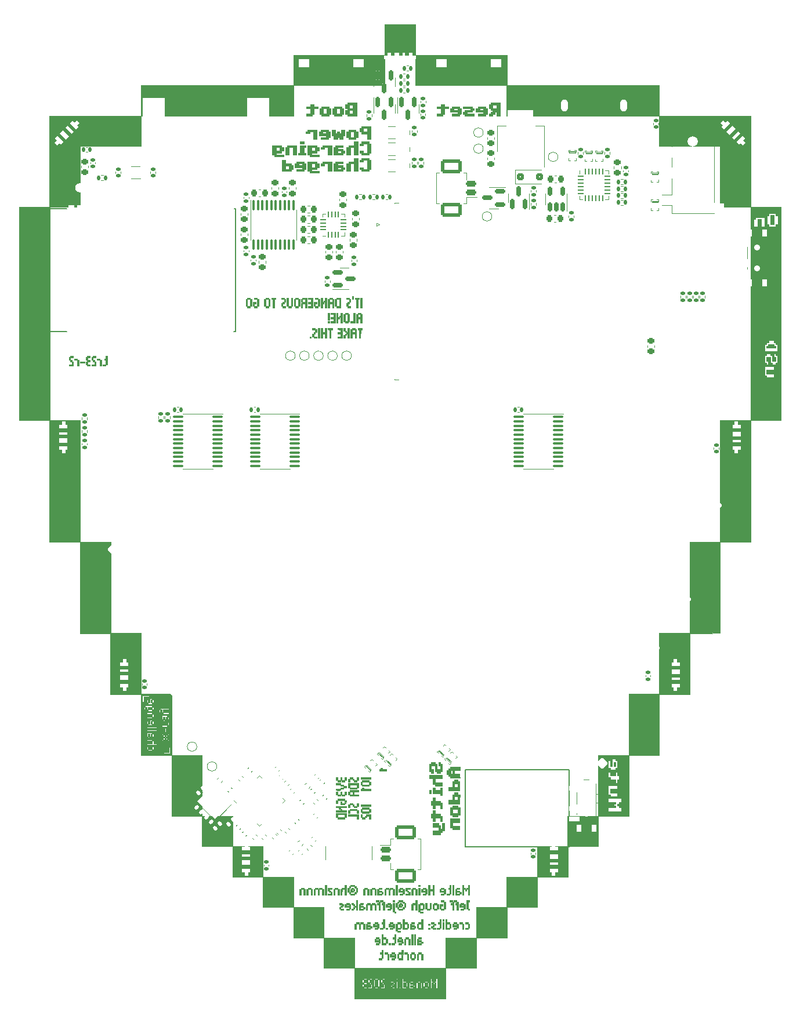
<source format=gbr>
G04 #@! TF.GenerationSoftware,KiCad,Pcbnew,7.99.0-1.20230515git1adcb86.fc37*
G04 #@! TF.CreationDate,2023-05-21T15:40:40+01:00*
G04 #@! TF.ProjectId,tr23-badge-r2,74723233-2d62-4616-9467-652d72322e6b,r2*
G04 #@! TF.SameCoordinates,Original*
G04 #@! TF.FileFunction,Legend,Bot*
G04 #@! TF.FilePolarity,Positive*
%FSLAX46Y46*%
G04 Gerber Fmt 4.6, Leading zero omitted, Abs format (unit mm)*
G04 Created by KiCad (PCBNEW 7.99.0-1.20230515git1adcb86.fc37) date 2023-05-21 15:40:40*
%MOMM*%
%LPD*%
G01*
G04 APERTURE LIST*
G04 Aperture macros list*
%AMRoundRect*
0 Rectangle with rounded corners*
0 $1 Rounding radius*
0 $2 $3 $4 $5 $6 $7 $8 $9 X,Y pos of 4 corners*
0 Add a 4 corners polygon primitive as box body*
4,1,4,$2,$3,$4,$5,$6,$7,$8,$9,$2,$3,0*
0 Add four circle primitives for the rounded corners*
1,1,$1+$1,$2,$3*
1,1,$1+$1,$4,$5*
1,1,$1+$1,$6,$7*
1,1,$1+$1,$8,$9*
0 Add four rect primitives between the rounded corners*
20,1,$1+$1,$2,$3,$4,$5,0*
20,1,$1+$1,$4,$5,$6,$7,0*
20,1,$1+$1,$6,$7,$8,$9,0*
20,1,$1+$1,$8,$9,$2,$3,0*%
%AMRotRect*
0 Rectangle, with rotation*
0 The origin of the aperture is its center*
0 $1 length*
0 $2 width*
0 $3 Rotation angle, in degrees counterclockwise*
0 Add horizontal line*
21,1,$1,$2,0,0,$3*%
%AMFreePoly0*
4,1,9,0.275000,-0.600000,-0.275000,-0.600000,-0.275000,-0.350000,-0.725000,-0.350000,-0.725000,0.200000,-0.275000,0.200000,-0.275000,0.600000,0.275000,0.600000,0.275000,-0.600000,0.275000,-0.600000,$1*%
%AMFreePoly1*
4,1,9,0.275000,0.200000,0.725000,0.200000,0.725000,-0.350000,0.275000,-0.350000,0.275000,-0.600000,-0.275000,-0.600000,-0.275000,0.600000,0.275000,0.600000,0.275000,0.200000,0.275000,0.200000,$1*%
%AMFreePoly2*
4,1,25,3.555000,-1.595000,1.645000,-1.595000,1.500000,-1.420000,1.360000,-1.280000,1.205000,-1.155000,1.035000,-1.045000,0.860000,-0.950000,0.675000,-0.875000,0.480000,-0.820000,0.280000,-0.780000,0.085000,-0.765000,-0.085000,-0.765000,-0.280000,-0.780000,-0.480000,-0.820000,-0.675000,-0.875000,-0.860000,-0.950000,-1.035000,-1.045000,-1.205000,-1.155000,-1.360000,-1.280000,-1.500000,-1.420000,
-1.645000,-1.595000,-3.555000,-1.595000,-3.555000,0.755000,3.555000,0.755000,3.555000,-1.595000,3.555000,-1.595000,$1*%
G04 Aperture macros list end*
%ADD10C,0.200000*%
%ADD11C,0.010000*%
%ADD12C,0.120000*%
%ADD13C,0.100000*%
%ADD14C,0.127000*%
%ADD15C,0.240000*%
%ADD16C,1.300000*%
%ADD17C,1.100000*%
%ADD18C,0.800000*%
%ADD19RoundRect,0.225000X-0.250000X0.225000X-0.250000X-0.225000X0.250000X-0.225000X0.250000X0.225000X0*%
%ADD20R,1.500000X1.800000*%
%ADD21RoundRect,0.150000X-0.150000X0.587500X-0.150000X-0.587500X0.150000X-0.587500X0.150000X0.587500X0*%
%ADD22RoundRect,0.135000X-0.135000X-0.185000X0.135000X-0.185000X0.135000X0.185000X-0.135000X0.185000X0*%
%ADD23RoundRect,0.135000X0.135000X0.185000X-0.135000X0.185000X-0.135000X-0.185000X0.135000X-0.185000X0*%
%ADD24RoundRect,0.135000X-0.185000X0.135000X-0.185000X-0.135000X0.185000X-0.135000X0.185000X0.135000X0*%
%ADD25C,1.400000*%
%ADD26RoundRect,0.135000X0.185000X-0.135000X0.185000X0.135000X-0.185000X0.135000X-0.185000X-0.135000X0*%
%ADD27RoundRect,0.150000X0.150000X-0.587500X0.150000X0.587500X-0.150000X0.587500X-0.150000X-0.587500X0*%
%ADD28RoundRect,0.225000X0.250000X-0.225000X0.250000X0.225000X-0.250000X0.225000X-0.250000X-0.225000X0*%
%ADD29RoundRect,0.225000X-0.225000X-0.250000X0.225000X-0.250000X0.225000X0.250000X-0.225000X0.250000X0*%
%ADD30RoundRect,0.150000X0.150000X-0.512500X0.150000X0.512500X-0.150000X0.512500X-0.150000X-0.512500X0*%
%ADD31RoundRect,0.140000X-0.170000X0.140000X-0.170000X-0.140000X0.170000X-0.140000X0.170000X0.140000X0*%
%ADD32C,0.500000*%
%ADD33R,0.620000X1.100000*%
%ADD34R,0.300000X1.100000*%
%ADD35O,1.000000X2.100000*%
%ADD36O,1.000000X1.800000*%
%ADD37R,1.000000X1.800000*%
%ADD38RoundRect,0.140000X0.170000X-0.140000X0.170000X0.140000X-0.170000X0.140000X-0.170000X-0.140000X0*%
%ADD39R,1.550000X1.300000*%
%ADD40FreePoly0,270.000000*%
%ADD41R,1.200000X0.700000*%
%ADD42R,1.200000X0.450000*%
%ADD43FreePoly1,270.000000*%
%ADD44FreePoly0,0.000000*%
%ADD45R,0.700000X1.200000*%
%ADD46R,0.450000X1.200000*%
%ADD47FreePoly1,0.000000*%
%ADD48FreePoly0,90.000000*%
%ADD49FreePoly1,90.000000*%
%ADD50FreePoly0,315.000000*%
%ADD51RotRect,0.700000X1.200000X315.000000*%
%ADD52RotRect,0.450000X1.200000X315.000000*%
%ADD53FreePoly1,315.000000*%
%ADD54R,0.800000X1.000000*%
%ADD55C,0.900000*%
%ADD56R,1.500000X0.700000*%
%ADD57R,0.350000X0.400000*%
%ADD58C,1.000000*%
%ADD59R,0.930000X1.450000*%
%ADD60R,4.000000X4.000000*%
%ADD61RoundRect,0.200000X0.600000X-0.200000X0.600000X0.200000X-0.600000X0.200000X-0.600000X-0.200000X0*%
%ADD62RoundRect,0.250001X1.249999X-0.799999X1.249999X0.799999X-1.249999X0.799999X-1.249999X-0.799999X0*%
%ADD63RoundRect,0.140000X0.021213X-0.219203X0.219203X-0.021213X-0.021213X0.219203X-0.219203X0.021213X0*%
%ADD64RoundRect,0.140000X-0.219203X-0.021213X-0.021213X-0.219203X0.219203X0.021213X0.021213X0.219203X0*%
%ADD65RoundRect,0.135000X-0.035355X0.226274X-0.226274X0.035355X0.035355X-0.226274X0.226274X-0.035355X0*%
%ADD66RoundRect,0.140000X0.219203X0.021213X0.021213X0.219203X-0.219203X-0.021213X-0.021213X-0.219203X0*%
%ADD67C,1.730000*%
%ADD68FreePoly2,0.000000*%
%ADD69FreePoly2,180.000000*%
%ADD70RoundRect,0.140000X-0.021213X0.219203X-0.219203X0.021213X0.021213X-0.219203X0.219203X-0.021213X0*%
%ADD71RoundRect,0.147500X-0.017678X0.226274X-0.226274X0.017678X0.017678X-0.226274X0.226274X-0.017678X0*%
%ADD72RoundRect,0.147500X-0.226274X-0.017678X-0.017678X-0.226274X0.226274X0.017678X0.017678X0.226274X0*%
%ADD73RoundRect,0.147500X0.017678X-0.226274X0.226274X-0.017678X-0.017678X0.226274X-0.226274X0.017678X0*%
%ADD74RotRect,1.400000X1.200000X135.000000*%
%ADD75RoundRect,0.135000X0.226274X0.035355X0.035355X0.226274X-0.226274X-0.035355X-0.035355X-0.226274X0*%
%ADD76RoundRect,0.135000X0.035355X-0.226274X0.226274X-0.035355X-0.035355X0.226274X-0.226274X0.035355X0*%
%ADD77RoundRect,0.062500X-0.309359X0.220971X0.220971X-0.309359X0.309359X-0.220971X-0.220971X0.309359X0*%
%ADD78RoundRect,0.062500X-0.309359X-0.220971X-0.220971X-0.309359X0.309359X0.220971X0.220971X0.309359X0*%
%ADD79RotRect,3.450000X3.450000X315.000000*%
%ADD80C,2.000000*%
%ADD81R,1.500000X2.000000*%
%ADD82R,3.800000X2.000000*%
%ADD83RoundRect,0.250000X-0.300000X-0.300000X0.300000X-0.300000X0.300000X0.300000X-0.300000X0.300000X0*%
%ADD84RotRect,0.400000X0.350000X45.000000*%
%ADD85RoundRect,0.100000X-0.100000X0.637500X-0.100000X-0.637500X0.100000X-0.637500X0.100000X0.637500X0*%
%ADD86RoundRect,0.225000X0.225000X0.250000X-0.225000X0.250000X-0.225000X-0.250000X0.225000X-0.250000X0*%
%ADD87RoundRect,0.062500X-0.350000X-0.062500X0.350000X-0.062500X0.350000X0.062500X-0.350000X0.062500X0*%
%ADD88RoundRect,0.062500X-0.062500X-0.350000X0.062500X-0.350000X0.062500X0.350000X-0.062500X0.350000X0*%
%ADD89R,1.700000X1.700000*%
%ADD90R,1.400000X0.700000*%
%ADD91R,2.200000X1.200000*%
%ADD92R,1.400000X1.600000*%
%ADD93RoundRect,0.140000X-0.140000X-0.170000X0.140000X-0.170000X0.140000X0.170000X-0.140000X0.170000X0*%
%ADD94RoundRect,0.100000X0.637500X0.100000X-0.637500X0.100000X-0.637500X-0.100000X0.637500X-0.100000X0*%
%ADD95RoundRect,0.135000X0.134997X0.185002X-0.135003X0.184998X-0.134997X-0.185002X0.135003X-0.184998X0*%
%ADD96RoundRect,0.062500X-0.062500X0.350000X-0.062500X-0.350000X0.062500X-0.350000X0.062500X0.350000X0*%
%ADD97RoundRect,0.062500X-0.350000X0.062500X-0.350000X-0.062500X0.350000X-0.062500X0.350000X0.062500X0*%
%ADD98R,2.600000X2.600000*%
%ADD99RoundRect,0.150000X0.587500X0.150000X-0.587500X0.150000X-0.587500X-0.150000X0.587500X-0.150000X0*%
%ADD100R,1.000000X2.500000*%
%ADD101R,3.250000X3.000000*%
%ADD102C,1.500000*%
%ADD103C,0.550000*%
%ADD104R,2.500000X1.200000*%
%ADD105C,3.700000*%
%ADD106RoundRect,0.325000X0.000000X-0.459619X0.459619X0.000000X0.000000X0.459619X-0.459619X0.000000X0*%
%ADD107RoundRect,0.200000X-0.600000X0.200000X-0.600000X-0.200000X0.600000X-0.200000X0.600000X0.200000X0*%
%ADD108RoundRect,0.250001X-1.249999X0.799999X-1.249999X-0.799999X1.249999X-0.799999X1.249999X0.799999X0*%
%ADD109R,1.000000X2.450000*%
%ADD110RoundRect,0.325000X0.459619X0.000000X0.000000X0.459619X-0.459619X0.000000X0.000000X-0.459619X0*%
%ADD111RoundRect,0.150000X-0.587500X-0.150000X0.587500X-0.150000X0.587500X0.150000X-0.587500X0.150000X0*%
%ADD112FreePoly0,45.000000*%
%ADD113RotRect,0.700000X1.200000X45.000000*%
%ADD114RotRect,0.450000X1.200000X45.000000*%
%ADD115FreePoly1,45.000000*%
%ADD116R,1.200000X0.300000*%
%ADD117R,3.300000X2.200000*%
G04 APERTURE END LIST*
G04 #@! TO.C,SPEAKER1*
D10*
X158000000Y-142750000D02*
X173200000Y-142750000D01*
X173200000Y-153950000D01*
X158000000Y-153950000D01*
X158000000Y-142750000D01*
D11*
G04 #@! TO.C,GRAPHIC2*
X150735633Y-38294000D02*
X164081216Y-38294000D01*
X164081216Y-42739000D01*
X186316800Y-42739000D01*
X186316800Y-47184000D01*
X199662383Y-47184000D01*
X199662383Y-60519000D01*
X204107383Y-60519000D01*
X204107383Y-91655166D01*
X199662383Y-91655166D01*
X199662383Y-109445750D01*
X195217400Y-109445750D01*
X195214745Y-116115895D01*
X195212091Y-122786041D01*
X192986945Y-122788712D01*
X190761800Y-122791382D01*
X190761800Y-131681333D01*
X186316800Y-131681333D01*
X186316800Y-140581916D01*
X181871800Y-140581916D01*
X181871800Y-149471916D01*
X177416216Y-149471916D01*
X177416216Y-153927500D01*
X172971216Y-153927500D01*
X172971216Y-158372500D01*
X168526216Y-158372500D01*
X168526216Y-162817500D01*
X164081216Y-162817500D01*
X164081216Y-167262500D01*
X159625633Y-167262500D01*
X159625633Y-171718083D01*
X155180633Y-171718083D01*
X155180633Y-176163083D01*
X141824466Y-176163083D01*
X141824466Y-174438000D01*
X143200300Y-174438000D01*
X143200300Y-174639083D01*
X143602466Y-174639083D01*
X143602466Y-174438000D01*
X143814133Y-174438000D01*
X143814133Y-174639083D01*
X144427966Y-174639083D01*
X144427966Y-174438000D01*
X144851300Y-174438000D01*
X144851300Y-174639083D01*
X145253466Y-174639083D01*
X145253466Y-174438000D01*
X145676800Y-174438000D01*
X145676800Y-174639083D01*
X146290633Y-174639083D01*
X146290633Y-174438000D01*
X147327800Y-174438000D01*
X147327800Y-174639083D01*
X147729966Y-174639083D01*
X147729966Y-174438000D01*
X147327800Y-174438000D01*
X146290633Y-174438000D01*
X146290633Y-174236916D01*
X147126716Y-174236916D01*
X147126716Y-174427416D01*
X147317216Y-174427416D01*
X147317216Y-174236916D01*
X147126716Y-174236916D01*
X146290633Y-174236916D01*
X146290633Y-174025250D01*
X147327800Y-174025250D01*
X147327800Y-174226333D01*
X147528883Y-174226333D01*
X147528883Y-174025250D01*
X147327800Y-174025250D01*
X146290633Y-174025250D01*
X146089550Y-174025250D01*
X146089550Y-174438000D01*
X145676800Y-174438000D01*
X145253466Y-174438000D01*
X144851300Y-174438000D01*
X144427966Y-174438000D01*
X144427966Y-174025250D01*
X144226883Y-174025250D01*
X144226883Y-174438000D01*
X143814133Y-174438000D01*
X143602466Y-174438000D01*
X143200300Y-174438000D01*
X141824466Y-174438000D01*
X141824466Y-174025250D01*
X142988633Y-174025250D01*
X142988633Y-174427416D01*
X143189716Y-174427416D01*
X143189716Y-174025250D01*
X142988633Y-174025250D01*
X141824466Y-174025250D01*
X141824466Y-173824166D01*
X143200300Y-173824166D01*
X143200300Y-174014666D01*
X143602466Y-174014666D01*
X143602466Y-173824166D01*
X144025800Y-173824166D01*
X144025800Y-174014666D01*
X144216300Y-174014666D01*
X144216300Y-173824166D01*
X144025800Y-173824166D01*
X143602466Y-173824166D01*
X143200300Y-173824166D01*
X141824466Y-173824166D01*
X141824466Y-173400833D01*
X142988633Y-173400833D01*
X142988633Y-173813583D01*
X143189716Y-173813583D01*
X143189716Y-173411416D01*
X143814133Y-173411416D01*
X143814133Y-173813583D01*
X144015216Y-173813583D01*
X144015216Y-173411416D01*
X143814133Y-173411416D01*
X143189716Y-173411416D01*
X143189716Y-173400833D01*
X142988633Y-173400833D01*
X141824466Y-173400833D01*
X141824466Y-173199750D01*
X143200300Y-173199750D01*
X143200300Y-173400833D01*
X143602466Y-173400833D01*
X143602466Y-173199750D01*
X144025800Y-173199750D01*
X144025800Y-173400833D01*
X144427966Y-173400833D01*
X144639633Y-173400833D01*
X144639633Y-174427416D01*
X144840716Y-174427416D01*
X144840716Y-173400833D01*
X144639633Y-173400833D01*
X144427966Y-173400833D01*
X144427966Y-173199750D01*
X144851300Y-173199750D01*
X144851300Y-173400833D01*
X145253466Y-173400833D01*
X145264050Y-173400833D01*
X145264050Y-174427416D01*
X145454550Y-174427416D01*
X145454550Y-173824166D01*
X145877883Y-173824166D01*
X145877883Y-174014666D01*
X146078966Y-174014666D01*
X146078966Y-173824166D01*
X147539466Y-173824166D01*
X147539466Y-174014666D01*
X147729966Y-174014666D01*
X147729966Y-173824166D01*
X147539466Y-173824166D01*
X146078966Y-173824166D01*
X145877883Y-173824166D01*
X145454550Y-173824166D01*
X145454550Y-173411416D01*
X145676800Y-173411416D01*
X145676800Y-173813583D01*
X145877883Y-173813583D01*
X145877883Y-173612500D01*
X147126716Y-173612500D01*
X147126716Y-173813583D01*
X147528883Y-173813583D01*
X147528883Y-173612500D01*
X147952216Y-173612500D01*
X147952216Y-174639083D01*
X148142716Y-174639083D01*
X148142716Y-174438000D01*
X148364966Y-174438000D01*
X148364966Y-174639083D01*
X148555466Y-174639083D01*
X148555466Y-174438000D01*
X148364966Y-174438000D01*
X148142716Y-174438000D01*
X148142716Y-173612500D01*
X147952216Y-173612500D01*
X147528883Y-173612500D01*
X147126716Y-173612500D01*
X145877883Y-173612500D01*
X145877883Y-173411416D01*
X145676800Y-173411416D01*
X145454550Y-173411416D01*
X145454550Y-173400833D01*
X145264050Y-173400833D01*
X145253466Y-173400833D01*
X145253466Y-173199750D01*
X145877883Y-173199750D01*
X145877883Y-173400833D01*
X146290633Y-173400833D01*
X146290633Y-173199750D01*
X147952216Y-173199750D01*
X147952216Y-173400833D01*
X148142716Y-173400833D01*
X148142716Y-173199750D01*
X148777716Y-173199750D01*
X148777716Y-174639083D01*
X149391550Y-174639083D01*
X149391550Y-174438000D01*
X148978800Y-174438000D01*
X148978800Y-173824166D01*
X149391550Y-173824166D01*
X149391550Y-174427416D01*
X149592633Y-174427416D01*
X149592633Y-173824166D01*
X149814883Y-173824166D01*
X149814883Y-174639083D01*
X150418133Y-174639083D01*
X150418133Y-174438000D01*
X150005383Y-174438000D01*
X150005383Y-174236916D01*
X150428716Y-174236916D01*
X150428716Y-174427416D01*
X150629800Y-174427416D01*
X150629800Y-174236916D01*
X150428716Y-174236916D01*
X150005383Y-174236916D01*
X150005383Y-174226333D01*
X150418133Y-174226333D01*
X150418133Y-174025250D01*
X150005383Y-174025250D01*
X150005383Y-173824166D01*
X150841466Y-173824166D01*
X150841466Y-174639083D01*
X151042550Y-174639083D01*
X151042550Y-173824166D01*
X151465883Y-173824166D01*
X151465883Y-174639083D01*
X151656383Y-174639083D01*
X151656383Y-174438000D01*
X152079716Y-174438000D01*
X152079716Y-174639083D01*
X152492466Y-174639083D01*
X152492466Y-174438000D01*
X152079716Y-174438000D01*
X151656383Y-174438000D01*
X151656383Y-173824166D01*
X151878633Y-173824166D01*
X151878633Y-174427416D01*
X152069133Y-174427416D01*
X152069133Y-173824166D01*
X152492466Y-173824166D01*
X152492466Y-174427416D01*
X152693550Y-174427416D01*
X152693550Y-173824166D01*
X152492466Y-173824166D01*
X152069133Y-173824166D01*
X151878633Y-173824166D01*
X151656383Y-173824166D01*
X151465883Y-173824166D01*
X151042550Y-173824166D01*
X150841466Y-173824166D01*
X150005383Y-173824166D01*
X149814883Y-173824166D01*
X149592633Y-173824166D01*
X149391550Y-173824166D01*
X148978800Y-173824166D01*
X148978800Y-173813583D01*
X149391550Y-173813583D01*
X149391550Y-173612500D01*
X150015966Y-173612500D01*
X150015966Y-173813583D01*
X150418133Y-173813583D01*
X150418133Y-173612500D01*
X151053133Y-173612500D01*
X151053133Y-173813583D01*
X151455300Y-173813583D01*
X151455300Y-173612500D01*
X152079716Y-173612500D01*
X152079716Y-173813583D01*
X152492466Y-173813583D01*
X152492466Y-173612500D01*
X152079716Y-173612500D01*
X151455300Y-173612500D01*
X151053133Y-173612500D01*
X150418133Y-173612500D01*
X150015966Y-173612500D01*
X149391550Y-173612500D01*
X148978800Y-173612500D01*
X148978800Y-173199750D01*
X152915800Y-173199750D01*
X152915800Y-174639083D01*
X153106300Y-174639083D01*
X153106300Y-173824166D01*
X153328550Y-173824166D01*
X153328550Y-174014666D01*
X153519050Y-174014666D01*
X153519050Y-173824166D01*
X153328550Y-173824166D01*
X153106300Y-173824166D01*
X153106300Y-173813583D01*
X153317966Y-173813583D01*
X153317966Y-173612500D01*
X153529633Y-173612500D01*
X153529633Y-173813583D01*
X153741300Y-173813583D01*
X153741300Y-174639083D01*
X153931800Y-174639083D01*
X153931800Y-173199750D01*
X153741300Y-173199750D01*
X153741300Y-173612500D01*
X153529633Y-173612500D01*
X153317966Y-173612500D01*
X153106300Y-173612500D01*
X153106300Y-173199750D01*
X152915800Y-173199750D01*
X148978800Y-173199750D01*
X148777716Y-173199750D01*
X148142716Y-173199750D01*
X147952216Y-173199750D01*
X146290633Y-173199750D01*
X145877883Y-173199750D01*
X145253466Y-173199750D01*
X144851300Y-173199750D01*
X144427966Y-173199750D01*
X144025800Y-173199750D01*
X143602466Y-173199750D01*
X143200300Y-173199750D01*
X141824466Y-173199750D01*
X141824466Y-171718083D01*
X137379466Y-171718083D01*
X137379466Y-167262500D01*
X132934466Y-167262500D01*
X132934466Y-162817500D01*
X128489466Y-162817500D01*
X128489466Y-158372500D01*
X124033883Y-158372500D01*
X124033883Y-153927500D01*
X119588883Y-153927500D01*
X119588883Y-149471916D01*
X115143883Y-149471916D01*
X115143883Y-140581916D01*
X110698883Y-140581916D01*
X110698883Y-140179750D01*
X114000883Y-140179750D01*
X114000883Y-140370250D01*
X114942800Y-140370250D01*
X114942800Y-139428333D01*
X114752300Y-139428333D01*
X114752300Y-140179750D01*
X114000883Y-140179750D01*
X110698883Y-140179750D01*
X110698883Y-139745833D01*
X111714883Y-139745833D01*
X111714883Y-139946916D01*
X112328716Y-139946916D01*
X112328716Y-139745833D01*
X111714883Y-139745833D01*
X110698883Y-139745833D01*
X110698883Y-139333083D01*
X111513800Y-139333083D01*
X111513800Y-139735250D01*
X111704300Y-139735250D01*
X111704300Y-139333083D01*
X112339300Y-139333083D01*
X112339300Y-139735250D01*
X112529800Y-139735250D01*
X112529800Y-139333083D01*
X112339300Y-139333083D01*
X111704300Y-139333083D01*
X111513800Y-139333083D01*
X110698883Y-139333083D01*
X110698883Y-138920333D01*
X111513800Y-138920333D01*
X111513800Y-139121416D01*
X112953133Y-139121416D01*
X112953133Y-138920333D01*
X112529800Y-138920333D01*
X112529800Y-138507583D01*
X112339300Y-138507583D01*
X112339300Y-138920333D01*
X111513800Y-138920333D01*
X110698883Y-138920333D01*
X110698883Y-138306500D01*
X111513800Y-138306500D01*
X111513800Y-138497000D01*
X112328716Y-138497000D01*
X112328716Y-138306500D01*
X113725716Y-138306500D01*
X113725716Y-138497000D01*
X113926800Y-138497000D01*
X113926800Y-138306500D01*
X114551216Y-138306500D01*
X114551216Y-138497000D01*
X114752300Y-138497000D01*
X114752300Y-138306500D01*
X114551216Y-138306500D01*
X113926800Y-138306500D01*
X113725716Y-138306500D01*
X112328716Y-138306500D01*
X111513800Y-138306500D01*
X110698883Y-138306500D01*
X110698883Y-138094833D01*
X113937383Y-138094833D01*
X113937383Y-138295916D01*
X114127883Y-138295916D01*
X114127883Y-138094833D01*
X114350133Y-138094833D01*
X114350133Y-138295916D01*
X114540633Y-138295916D01*
X114540633Y-138094833D01*
X114350133Y-138094833D01*
X114127883Y-138094833D01*
X113937383Y-138094833D01*
X110698883Y-138094833D01*
X110698883Y-137893750D01*
X111714883Y-137893750D01*
X111714883Y-138084250D01*
X111915966Y-138084250D01*
X111915966Y-137893750D01*
X114138466Y-137893750D01*
X114138466Y-138084250D01*
X114339550Y-138084250D01*
X114339550Y-137893750D01*
X114138466Y-137893750D01*
X111915966Y-137893750D01*
X111714883Y-137893750D01*
X110698883Y-137893750D01*
X110698883Y-137269333D01*
X111513800Y-137269333D01*
X111513800Y-137883166D01*
X111704300Y-137883166D01*
X111704300Y-137470416D01*
X111926550Y-137470416D01*
X111926550Y-137883166D01*
X112117050Y-137883166D01*
X112117050Y-137481000D01*
X112339300Y-137481000D01*
X112339300Y-137883166D01*
X112529800Y-137883166D01*
X112529800Y-137682083D01*
X113937383Y-137682083D01*
X113937383Y-137883166D01*
X114127883Y-137883166D01*
X114127883Y-137682083D01*
X114350133Y-137682083D01*
X114350133Y-137883166D01*
X114540633Y-137883166D01*
X114540633Y-137682083D01*
X114350133Y-137682083D01*
X114127883Y-137682083D01*
X113937383Y-137682083D01*
X112529800Y-137682083D01*
X112529800Y-137481000D01*
X113725716Y-137481000D01*
X113725716Y-137671500D01*
X113926800Y-137671500D01*
X113926800Y-137481000D01*
X114551216Y-137481000D01*
X114551216Y-137671500D01*
X114752300Y-137671500D01*
X114752300Y-137481000D01*
X114551216Y-137481000D01*
X113926800Y-137481000D01*
X113725716Y-137481000D01*
X112529800Y-137481000D01*
X112339300Y-137481000D01*
X112117050Y-137481000D01*
X112117050Y-137470416D01*
X112328716Y-137470416D01*
X112328716Y-137269333D01*
X111513800Y-137269333D01*
X110698883Y-137269333D01*
X110698883Y-136856583D01*
X111513800Y-136856583D01*
X111513800Y-137057666D01*
X112953133Y-137057666D01*
X112953133Y-136856583D01*
X111513800Y-136856583D01*
X110698883Y-136856583D01*
X110698883Y-136644916D01*
X114138466Y-136644916D01*
X114138466Y-137258750D01*
X114339550Y-137258750D01*
X114339550Y-136644916D01*
X114138466Y-136644916D01*
X110698883Y-136644916D01*
X110698883Y-136443833D01*
X111513800Y-136443833D01*
X111513800Y-136634333D01*
X112953133Y-136634333D01*
X112953133Y-136443833D01*
X111513800Y-136443833D01*
X110698883Y-136443833D01*
X110698883Y-136232166D01*
X113725716Y-136232166D01*
X113725716Y-136433250D01*
X114540633Y-136433250D01*
X114540633Y-136232166D01*
X113725716Y-136232166D01*
X110698883Y-136232166D01*
X110698883Y-136031083D01*
X111714883Y-136031083D01*
X111714883Y-136221583D01*
X112328716Y-136221583D01*
X112328716Y-136031083D01*
X112117050Y-136031083D01*
X112117050Y-135618333D01*
X112339300Y-135618333D01*
X112339300Y-136020500D01*
X112529800Y-136020500D01*
X112529800Y-135819416D01*
X114551216Y-135819416D01*
X114551216Y-136221583D01*
X114752300Y-136221583D01*
X114752300Y-135819416D01*
X114551216Y-135819416D01*
X112529800Y-135819416D01*
X112529800Y-135618333D01*
X112339300Y-135618333D01*
X112117050Y-135618333D01*
X112117050Y-135607750D01*
X112328716Y-135607750D01*
X112328716Y-135406666D01*
X113937383Y-135406666D01*
X113937383Y-135607750D01*
X114127883Y-135607750D01*
X114127883Y-135406666D01*
X113937383Y-135406666D01*
X112328716Y-135406666D01*
X111926550Y-135406666D01*
X111926550Y-136031083D01*
X111714883Y-136031083D01*
X110698883Y-136031083D01*
X110698883Y-135618333D01*
X111513800Y-135618333D01*
X111513800Y-136020500D01*
X111704300Y-136020500D01*
X111704300Y-135618333D01*
X111513800Y-135618333D01*
X110698883Y-135618333D01*
X110698883Y-134993916D01*
X111513800Y-134993916D01*
X111513800Y-135195000D01*
X112328716Y-135195000D01*
X112328716Y-134993916D01*
X111513800Y-134993916D01*
X110698883Y-134993916D01*
X110698883Y-134581166D01*
X112339300Y-134581166D01*
X112339300Y-134983333D01*
X112529800Y-134983333D01*
X112529800Y-134792833D01*
X113725716Y-134792833D01*
X113725716Y-135396083D01*
X113926800Y-135396083D01*
X113926800Y-134983333D01*
X114138466Y-134983333D01*
X114138466Y-135396083D01*
X114339550Y-135396083D01*
X114339550Y-134993916D01*
X114551216Y-134993916D01*
X114551216Y-135396083D01*
X114752300Y-135396083D01*
X114752300Y-134993916D01*
X114551216Y-134993916D01*
X114339550Y-134993916D01*
X114339550Y-134983333D01*
X114540633Y-134983333D01*
X114540633Y-134792833D01*
X113725716Y-134792833D01*
X112529800Y-134792833D01*
X112529800Y-134581166D01*
X112339300Y-134581166D01*
X110698883Y-134581166D01*
X110698883Y-134380083D01*
X111513800Y-134380083D01*
X111513800Y-134570583D01*
X112328716Y-134570583D01*
X112328716Y-134380083D01*
X113937383Y-134380083D01*
X113937383Y-134570583D01*
X114752300Y-134570583D01*
X114752300Y-134380083D01*
X113937383Y-134380083D01*
X112328716Y-134380083D01*
X111513800Y-134380083D01*
X110698883Y-134380083D01*
X110698883Y-134369500D01*
X113312966Y-134369500D01*
X113514050Y-134369500D01*
X113514050Y-133956750D01*
X113725716Y-133956750D01*
X113725716Y-134369500D01*
X113926800Y-134369500D01*
X113926800Y-133956750D01*
X114752300Y-133956750D01*
X114752300Y-133755666D01*
X113514050Y-133755666D01*
X113514050Y-133956750D01*
X113312966Y-133956750D01*
X113312966Y-134369500D01*
X110698883Y-134369500D01*
X110698883Y-133544000D01*
X111101050Y-133544000D01*
X111101050Y-133956750D01*
X111291550Y-133956750D01*
X111291550Y-133544000D01*
X111101050Y-133544000D01*
X110698883Y-133544000D01*
X110698883Y-133342916D01*
X111302133Y-133342916D01*
X111302133Y-133544000D01*
X111513800Y-133544000D01*
X111513800Y-133956750D01*
X111704300Y-133956750D01*
X111714883Y-133956750D01*
X111714883Y-134157833D01*
X112328716Y-134157833D01*
X112328716Y-133956750D01*
X111714883Y-133956750D01*
X111704300Y-133956750D01*
X111704300Y-133544000D01*
X112328716Y-133544000D01*
X112339300Y-133544000D01*
X112339300Y-133956750D01*
X112529800Y-133956750D01*
X112529800Y-133755666D01*
X112529800Y-133544000D01*
X112339300Y-133544000D01*
X112328716Y-133544000D01*
X112328716Y-133342916D01*
X111302133Y-133342916D01*
X110698883Y-133342916D01*
X110698883Y-132930166D01*
X111714883Y-132930166D01*
X111714883Y-133120666D01*
X112328716Y-133120666D01*
X112328716Y-132930166D01*
X112117050Y-132930166D01*
X112117050Y-132517416D01*
X112339300Y-132517416D01*
X112339300Y-132919583D01*
X112529800Y-132919583D01*
X112529800Y-132517416D01*
X112339300Y-132517416D01*
X112117050Y-132517416D01*
X112117050Y-132506833D01*
X112328716Y-132506833D01*
X112328716Y-132305750D01*
X111926550Y-132305750D01*
X111926550Y-132930166D01*
X111714883Y-132930166D01*
X110698883Y-132930166D01*
X110698883Y-131882416D01*
X110899966Y-131882416D01*
X110899966Y-132824333D01*
X111090466Y-132824333D01*
X111090466Y-132517416D01*
X111513800Y-132517416D01*
X111513800Y-132919583D01*
X111704300Y-132919583D01*
X111704300Y-132517416D01*
X111513800Y-132517416D01*
X111090466Y-132517416D01*
X111090466Y-132072916D01*
X111841883Y-132072916D01*
X111841883Y-131882416D01*
X110899966Y-131882416D01*
X110698883Y-131882416D01*
X110698883Y-131681333D01*
X106243300Y-131681333D01*
X106243300Y-122791333D01*
X101798300Y-122791333D01*
X101798300Y-109445750D01*
X97353300Y-109445750D01*
X97353300Y-91655166D01*
X92908300Y-91655166D01*
X92908300Y-60529583D01*
X97363883Y-60529583D01*
X97363883Y-91644583D01*
X101808883Y-91644583D01*
X101808883Y-109435166D01*
X106253883Y-109435166D01*
X106253883Y-122780700D01*
X108479029Y-122783371D01*
X110704175Y-122786041D01*
X110706833Y-127228395D01*
X110709491Y-131670750D01*
X115154466Y-131670750D01*
X115154466Y-140571333D01*
X119599466Y-140571333D01*
X119599466Y-149461333D01*
X124044466Y-149461333D01*
X124044466Y-153916916D01*
X128500050Y-153916916D01*
X128500050Y-158361916D01*
X132945050Y-158361916D01*
X132945050Y-162806916D01*
X137390050Y-162806916D01*
X137390050Y-167251867D01*
X139609904Y-167254537D01*
X141829758Y-167257208D01*
X141832428Y-169482354D01*
X141835099Y-171707500D01*
X155170000Y-171707500D01*
X155172671Y-169482354D01*
X155175341Y-167257208D01*
X157395171Y-167254537D01*
X159615000Y-167251867D01*
X159617671Y-165032037D01*
X159620341Y-162812208D01*
X161845487Y-162809537D01*
X164070633Y-162806867D01*
X164070633Y-158361916D01*
X168515633Y-158361916D01*
X168515633Y-153916916D01*
X172960583Y-153916916D01*
X172963254Y-151691770D01*
X172965925Y-149466625D01*
X175191070Y-149463954D01*
X177416216Y-149461283D01*
X177416216Y-146900166D01*
X178887300Y-146900166D01*
X178887300Y-147429333D01*
X179966800Y-147429333D01*
X179966800Y-147715083D01*
X179702216Y-147715083D01*
X179702216Y-147969083D01*
X179966800Y-147969083D01*
X179966800Y-148254833D01*
X178887300Y-148254833D01*
X178887300Y-148784000D01*
X180771133Y-148784000D01*
X180771133Y-148255465D01*
X180636195Y-148252503D01*
X180501258Y-148249541D01*
X180498296Y-148114604D01*
X180495334Y-147979666D01*
X180231383Y-147979666D01*
X180231383Y-147704500D01*
X180495334Y-147704500D01*
X180498296Y-147569562D01*
X180501258Y-147434625D01*
X180636195Y-147431662D01*
X180771133Y-147428700D01*
X180771133Y-146900166D01*
X178887300Y-146900166D01*
X177416216Y-146900166D01*
X177416216Y-145016333D01*
X178887300Y-145016333D01*
X178887300Y-146349833D01*
X179162466Y-146349833D01*
X179162466Y-146625000D01*
X180231383Y-146625000D01*
X180231383Y-146095833D01*
X179151883Y-146095833D01*
X179151883Y-145545500D01*
X180231383Y-145545500D01*
X180231383Y-145016333D01*
X178887300Y-145016333D01*
X177416216Y-145016333D01*
X177416216Y-143058416D01*
X178887300Y-143058416D01*
X178887300Y-143852166D01*
X179162466Y-143852166D01*
X179162466Y-144127333D01*
X179966800Y-144127333D01*
X179966800Y-144667083D01*
X180231383Y-144667083D01*
X180231383Y-144127333D01*
X180495966Y-144127333D01*
X180495966Y-143598166D01*
X180231383Y-143598166D01*
X180231383Y-143058416D01*
X179966800Y-143058416D01*
X179966800Y-143598166D01*
X179151883Y-143598166D01*
X179151883Y-143058416D01*
X178887300Y-143058416D01*
X177416216Y-143058416D01*
X177416216Y-142434000D01*
X178887300Y-142434000D01*
X179162466Y-142434000D01*
X179162466Y-142709166D01*
X179966800Y-142709166D01*
X179966800Y-142434000D01*
X180231383Y-142434000D01*
X180231383Y-141365083D01*
X179966800Y-141365083D01*
X179966800Y-141100500D01*
X179427050Y-141100500D01*
X179427050Y-142180000D01*
X179151883Y-142180000D01*
X179151883Y-141365083D01*
X178887300Y-141365083D01*
X178887300Y-142434000D01*
X177416216Y-142434000D01*
X177416216Y-141365083D01*
X177416216Y-140571333D01*
X181861216Y-140571333D01*
X181861216Y-131670750D01*
X186306216Y-131670750D01*
X186306216Y-122780750D01*
X190751216Y-122780750D01*
X190751216Y-109435166D01*
X195206800Y-109435166D01*
X195206800Y-91644583D01*
X199651800Y-91644583D01*
X199651800Y-83812916D01*
X201726133Y-83812916D01*
X201726133Y-85157000D01*
X202001300Y-85157000D01*
X202001300Y-85421583D01*
X203070216Y-85421583D01*
X203070216Y-84892416D01*
X201990716Y-84892416D01*
X201990716Y-84342083D01*
X203070216Y-84342083D01*
X203070216Y-83812916D01*
X201726133Y-83812916D01*
X199651800Y-83812916D01*
X199651800Y-82193666D01*
X201726133Y-82193666D01*
X201726133Y-83262583D01*
X202001300Y-83262583D01*
X202001300Y-83527166D01*
X202255300Y-83527166D01*
X202255300Y-82998000D01*
X201990716Y-82998000D01*
X201990716Y-82447666D01*
X202541050Y-82447666D01*
X202541050Y-83262583D01*
X202805633Y-83262583D01*
X202805633Y-83527166D01*
X203334800Y-83527166D01*
X203334800Y-83262583D01*
X203609966Y-83262583D01*
X203609966Y-82193666D01*
X203334800Y-82193666D01*
X203334800Y-81918500D01*
X203080800Y-81918500D01*
X203080800Y-82447666D01*
X203345383Y-82447666D01*
X203345383Y-82998000D01*
X202795050Y-82998000D01*
X202795050Y-82193666D01*
X202530466Y-82193666D01*
X202530466Y-81918500D01*
X202001300Y-81918500D01*
X202001300Y-82193666D01*
X201726133Y-82193666D01*
X199651800Y-82193666D01*
X199651800Y-80563833D01*
X201726133Y-80563833D01*
X201726133Y-81632750D01*
X203609966Y-81632750D01*
X203609966Y-80563833D01*
X203334800Y-80563833D01*
X203334800Y-80299250D01*
X203070216Y-80299250D01*
X203070216Y-80024083D01*
X202265883Y-80024083D01*
X202265883Y-80299250D01*
X202001300Y-80299250D01*
X202001300Y-80563833D01*
X201726133Y-80563833D01*
X199651800Y-80563833D01*
X199651800Y-62286416D01*
X200128050Y-62286416D01*
X200128050Y-63355333D01*
X200657216Y-63355333D01*
X200657216Y-62275833D01*
X201207550Y-62275833D01*
X201207550Y-63355333D01*
X201736716Y-63355333D01*
X201736716Y-62011092D01*
X201067320Y-62013816D01*
X200397925Y-62016541D01*
X200394962Y-62151479D01*
X200392000Y-62286416D01*
X200128050Y-62286416D01*
X199651800Y-62286416D01*
X199651800Y-61746666D01*
X202022466Y-61746666D01*
X202022466Y-63079515D01*
X202152112Y-63082486D01*
X202281758Y-63085458D01*
X202284720Y-63220395D01*
X202287682Y-63355333D01*
X203355334Y-63355333D01*
X203358296Y-63220395D01*
X203361258Y-63085458D01*
X203496195Y-63082496D01*
X203631133Y-63079534D01*
X203631133Y-61746666D01*
X203355966Y-61746666D01*
X203355966Y-61482083D01*
X202287050Y-61482083D01*
X202287050Y-61746666D01*
X202022466Y-61746666D01*
X199651800Y-61746666D01*
X199651800Y-60529583D01*
X195206800Y-60529583D01*
X195206800Y-51650191D01*
X186311508Y-51644875D01*
X186308837Y-49419729D01*
X186306167Y-47194583D01*
X164070633Y-47194583D01*
X164070633Y-42749583D01*
X150725050Y-42749583D01*
X150725050Y-38304583D01*
X146290633Y-38304583D01*
X146290633Y-42749583D01*
X132945050Y-42749583D01*
X132945050Y-47194583D01*
X110709516Y-47194583D01*
X110706845Y-49419729D01*
X110704175Y-51644875D01*
X101808883Y-51650191D01*
X101808883Y-60529583D01*
X97363883Y-60529583D01*
X92908300Y-60529583D01*
X92908300Y-60519000D01*
X97353300Y-60519000D01*
X97353300Y-47184000D01*
X110698883Y-47184000D01*
X110698883Y-42739000D01*
X132934466Y-42739000D01*
X132934466Y-38294000D01*
X146280050Y-38294000D01*
X146280050Y-33849000D01*
X150735633Y-33849000D01*
X150735633Y-38294000D01*
G36*
X150735633Y-38294000D02*
G01*
X164081216Y-38294000D01*
X164081216Y-42739000D01*
X186316800Y-42739000D01*
X186316800Y-47184000D01*
X199662383Y-47184000D01*
X199662383Y-60519000D01*
X204107383Y-60519000D01*
X204107383Y-91655166D01*
X199662383Y-91655166D01*
X199662383Y-109445750D01*
X195217400Y-109445750D01*
X195214745Y-116115895D01*
X195212091Y-122786041D01*
X192986945Y-122788712D01*
X190761800Y-122791382D01*
X190761800Y-131681333D01*
X186316800Y-131681333D01*
X186316800Y-140581916D01*
X181871800Y-140581916D01*
X181871800Y-149471916D01*
X177416216Y-149471916D01*
X177416216Y-153927500D01*
X172971216Y-153927500D01*
X172971216Y-158372500D01*
X168526216Y-158372500D01*
X168526216Y-162817500D01*
X164081216Y-162817500D01*
X164081216Y-167262500D01*
X159625633Y-167262500D01*
X159625633Y-171718083D01*
X155180633Y-171718083D01*
X155180633Y-176163083D01*
X141824466Y-176163083D01*
X141824466Y-174438000D01*
X143200300Y-174438000D01*
X143200300Y-174639083D01*
X143602466Y-174639083D01*
X143602466Y-174438000D01*
X143814133Y-174438000D01*
X143814133Y-174639083D01*
X144427966Y-174639083D01*
X144427966Y-174438000D01*
X144851300Y-174438000D01*
X144851300Y-174639083D01*
X145253466Y-174639083D01*
X145253466Y-174438000D01*
X145676800Y-174438000D01*
X145676800Y-174639083D01*
X146290633Y-174639083D01*
X146290633Y-174438000D01*
X147327800Y-174438000D01*
X147327800Y-174639083D01*
X147729966Y-174639083D01*
X147729966Y-174438000D01*
X147327800Y-174438000D01*
X146290633Y-174438000D01*
X146290633Y-174236916D01*
X147126716Y-174236916D01*
X147126716Y-174427416D01*
X147317216Y-174427416D01*
X147317216Y-174236916D01*
X147126716Y-174236916D01*
X146290633Y-174236916D01*
X146290633Y-174025250D01*
X147327800Y-174025250D01*
X147327800Y-174226333D01*
X147528883Y-174226333D01*
X147528883Y-174025250D01*
X147327800Y-174025250D01*
X146290633Y-174025250D01*
X146089550Y-174025250D01*
X146089550Y-174438000D01*
X145676800Y-174438000D01*
X145253466Y-174438000D01*
X144851300Y-174438000D01*
X144427966Y-174438000D01*
X144427966Y-174025250D01*
X144226883Y-174025250D01*
X144226883Y-174438000D01*
X143814133Y-174438000D01*
X143602466Y-174438000D01*
X143200300Y-174438000D01*
X141824466Y-174438000D01*
X141824466Y-174025250D01*
X142988633Y-174025250D01*
X142988633Y-174427416D01*
X143189716Y-174427416D01*
X143189716Y-174025250D01*
X142988633Y-174025250D01*
X141824466Y-174025250D01*
X141824466Y-173824166D01*
X143200300Y-173824166D01*
X143200300Y-174014666D01*
X143602466Y-174014666D01*
X143602466Y-173824166D01*
X144025800Y-173824166D01*
X144025800Y-174014666D01*
X144216300Y-174014666D01*
X144216300Y-173824166D01*
X144025800Y-173824166D01*
X143602466Y-173824166D01*
X143200300Y-173824166D01*
X141824466Y-173824166D01*
X141824466Y-173400833D01*
X142988633Y-173400833D01*
X142988633Y-173813583D01*
X143189716Y-173813583D01*
X143189716Y-173411416D01*
X143814133Y-173411416D01*
X143814133Y-173813583D01*
X144015216Y-173813583D01*
X144015216Y-173411416D01*
X143814133Y-173411416D01*
X143189716Y-173411416D01*
X143189716Y-173400833D01*
X142988633Y-173400833D01*
X141824466Y-173400833D01*
X141824466Y-173199750D01*
X143200300Y-173199750D01*
X143200300Y-173400833D01*
X143602466Y-173400833D01*
X143602466Y-173199750D01*
X144025800Y-173199750D01*
X144025800Y-173400833D01*
X144427966Y-173400833D01*
X144639633Y-173400833D01*
X144639633Y-174427416D01*
X144840716Y-174427416D01*
X144840716Y-173400833D01*
X144639633Y-173400833D01*
X144427966Y-173400833D01*
X144427966Y-173199750D01*
X144851300Y-173199750D01*
X144851300Y-173400833D01*
X145253466Y-173400833D01*
X145264050Y-173400833D01*
X145264050Y-174427416D01*
X145454550Y-174427416D01*
X145454550Y-173824166D01*
X145877883Y-173824166D01*
X145877883Y-174014666D01*
X146078966Y-174014666D01*
X146078966Y-173824166D01*
X147539466Y-173824166D01*
X147539466Y-174014666D01*
X147729966Y-174014666D01*
X147729966Y-173824166D01*
X147539466Y-173824166D01*
X146078966Y-173824166D01*
X145877883Y-173824166D01*
X145454550Y-173824166D01*
X145454550Y-173411416D01*
X145676800Y-173411416D01*
X145676800Y-173813583D01*
X145877883Y-173813583D01*
X145877883Y-173612500D01*
X147126716Y-173612500D01*
X147126716Y-173813583D01*
X147528883Y-173813583D01*
X147528883Y-173612500D01*
X147952216Y-173612500D01*
X147952216Y-174639083D01*
X148142716Y-174639083D01*
X148142716Y-174438000D01*
X148364966Y-174438000D01*
X148364966Y-174639083D01*
X148555466Y-174639083D01*
X148555466Y-174438000D01*
X148364966Y-174438000D01*
X148142716Y-174438000D01*
X148142716Y-173612500D01*
X147952216Y-173612500D01*
X147528883Y-173612500D01*
X147126716Y-173612500D01*
X145877883Y-173612500D01*
X145877883Y-173411416D01*
X145676800Y-173411416D01*
X145454550Y-173411416D01*
X145454550Y-173400833D01*
X145264050Y-173400833D01*
X145253466Y-173400833D01*
X145253466Y-173199750D01*
X145877883Y-173199750D01*
X145877883Y-173400833D01*
X146290633Y-173400833D01*
X146290633Y-173199750D01*
X147952216Y-173199750D01*
X147952216Y-173400833D01*
X148142716Y-173400833D01*
X148142716Y-173199750D01*
X148777716Y-173199750D01*
X148777716Y-174639083D01*
X149391550Y-174639083D01*
X149391550Y-174438000D01*
X148978800Y-174438000D01*
X148978800Y-173824166D01*
X149391550Y-173824166D01*
X149391550Y-174427416D01*
X149592633Y-174427416D01*
X149592633Y-173824166D01*
X149814883Y-173824166D01*
X149814883Y-174639083D01*
X150418133Y-174639083D01*
X150418133Y-174438000D01*
X150005383Y-174438000D01*
X150005383Y-174236916D01*
X150428716Y-174236916D01*
X150428716Y-174427416D01*
X150629800Y-174427416D01*
X150629800Y-174236916D01*
X150428716Y-174236916D01*
X150005383Y-174236916D01*
X150005383Y-174226333D01*
X150418133Y-174226333D01*
X150418133Y-174025250D01*
X150005383Y-174025250D01*
X150005383Y-173824166D01*
X150841466Y-173824166D01*
X150841466Y-174639083D01*
X151042550Y-174639083D01*
X151042550Y-173824166D01*
X151465883Y-173824166D01*
X151465883Y-174639083D01*
X151656383Y-174639083D01*
X151656383Y-174438000D01*
X152079716Y-174438000D01*
X152079716Y-174639083D01*
X152492466Y-174639083D01*
X152492466Y-174438000D01*
X152079716Y-174438000D01*
X151656383Y-174438000D01*
X151656383Y-173824166D01*
X151878633Y-173824166D01*
X151878633Y-174427416D01*
X152069133Y-174427416D01*
X152069133Y-173824166D01*
X152492466Y-173824166D01*
X152492466Y-174427416D01*
X152693550Y-174427416D01*
X152693550Y-173824166D01*
X152492466Y-173824166D01*
X152069133Y-173824166D01*
X151878633Y-173824166D01*
X151656383Y-173824166D01*
X151465883Y-173824166D01*
X151042550Y-173824166D01*
X150841466Y-173824166D01*
X150005383Y-173824166D01*
X149814883Y-173824166D01*
X149592633Y-173824166D01*
X149391550Y-173824166D01*
X148978800Y-173824166D01*
X148978800Y-173813583D01*
X149391550Y-173813583D01*
X149391550Y-173612500D01*
X150015966Y-173612500D01*
X150015966Y-173813583D01*
X150418133Y-173813583D01*
X150418133Y-173612500D01*
X151053133Y-173612500D01*
X151053133Y-173813583D01*
X151455300Y-173813583D01*
X151455300Y-173612500D01*
X152079716Y-173612500D01*
X152079716Y-173813583D01*
X152492466Y-173813583D01*
X152492466Y-173612500D01*
X152079716Y-173612500D01*
X151455300Y-173612500D01*
X151053133Y-173612500D01*
X150418133Y-173612500D01*
X150015966Y-173612500D01*
X149391550Y-173612500D01*
X148978800Y-173612500D01*
X148978800Y-173199750D01*
X152915800Y-173199750D01*
X152915800Y-174639083D01*
X153106300Y-174639083D01*
X153106300Y-173824166D01*
X153328550Y-173824166D01*
X153328550Y-174014666D01*
X153519050Y-174014666D01*
X153519050Y-173824166D01*
X153328550Y-173824166D01*
X153106300Y-173824166D01*
X153106300Y-173813583D01*
X153317966Y-173813583D01*
X153317966Y-173612500D01*
X153529633Y-173612500D01*
X153529633Y-173813583D01*
X153741300Y-173813583D01*
X153741300Y-174639083D01*
X153931800Y-174639083D01*
X153931800Y-173199750D01*
X153741300Y-173199750D01*
X153741300Y-173612500D01*
X153529633Y-173612500D01*
X153317966Y-173612500D01*
X153106300Y-173612500D01*
X153106300Y-173199750D01*
X152915800Y-173199750D01*
X148978800Y-173199750D01*
X148777716Y-173199750D01*
X148142716Y-173199750D01*
X147952216Y-173199750D01*
X146290633Y-173199750D01*
X145877883Y-173199750D01*
X145253466Y-173199750D01*
X144851300Y-173199750D01*
X144427966Y-173199750D01*
X144025800Y-173199750D01*
X143602466Y-173199750D01*
X143200300Y-173199750D01*
X141824466Y-173199750D01*
X141824466Y-171718083D01*
X137379466Y-171718083D01*
X137379466Y-167262500D01*
X132934466Y-167262500D01*
X132934466Y-162817500D01*
X128489466Y-162817500D01*
X128489466Y-158372500D01*
X124033883Y-158372500D01*
X124033883Y-153927500D01*
X119588883Y-153927500D01*
X119588883Y-149471916D01*
X115143883Y-149471916D01*
X115143883Y-140581916D01*
X110698883Y-140581916D01*
X110698883Y-140179750D01*
X114000883Y-140179750D01*
X114000883Y-140370250D01*
X114942800Y-140370250D01*
X114942800Y-139428333D01*
X114752300Y-139428333D01*
X114752300Y-140179750D01*
X114000883Y-140179750D01*
X110698883Y-140179750D01*
X110698883Y-139745833D01*
X111714883Y-139745833D01*
X111714883Y-139946916D01*
X112328716Y-139946916D01*
X112328716Y-139745833D01*
X111714883Y-139745833D01*
X110698883Y-139745833D01*
X110698883Y-139333083D01*
X111513800Y-139333083D01*
X111513800Y-139735250D01*
X111704300Y-139735250D01*
X111704300Y-139333083D01*
X112339300Y-139333083D01*
X112339300Y-139735250D01*
X112529800Y-139735250D01*
X112529800Y-139333083D01*
X112339300Y-139333083D01*
X111704300Y-139333083D01*
X111513800Y-139333083D01*
X110698883Y-139333083D01*
X110698883Y-138920333D01*
X111513800Y-138920333D01*
X111513800Y-139121416D01*
X112953133Y-139121416D01*
X112953133Y-138920333D01*
X112529800Y-138920333D01*
X112529800Y-138507583D01*
X112339300Y-138507583D01*
X112339300Y-138920333D01*
X111513800Y-138920333D01*
X110698883Y-138920333D01*
X110698883Y-138306500D01*
X111513800Y-138306500D01*
X111513800Y-138497000D01*
X112328716Y-138497000D01*
X112328716Y-138306500D01*
X113725716Y-138306500D01*
X113725716Y-138497000D01*
X113926800Y-138497000D01*
X113926800Y-138306500D01*
X114551216Y-138306500D01*
X114551216Y-138497000D01*
X114752300Y-138497000D01*
X114752300Y-138306500D01*
X114551216Y-138306500D01*
X113926800Y-138306500D01*
X113725716Y-138306500D01*
X112328716Y-138306500D01*
X111513800Y-138306500D01*
X110698883Y-138306500D01*
X110698883Y-138094833D01*
X113937383Y-138094833D01*
X113937383Y-138295916D01*
X114127883Y-138295916D01*
X114127883Y-138094833D01*
X114350133Y-138094833D01*
X114350133Y-138295916D01*
X114540633Y-138295916D01*
X114540633Y-138094833D01*
X114350133Y-138094833D01*
X114127883Y-138094833D01*
X113937383Y-138094833D01*
X110698883Y-138094833D01*
X110698883Y-137893750D01*
X111714883Y-137893750D01*
X111714883Y-138084250D01*
X111915966Y-138084250D01*
X111915966Y-137893750D01*
X114138466Y-137893750D01*
X114138466Y-138084250D01*
X114339550Y-138084250D01*
X114339550Y-137893750D01*
X114138466Y-137893750D01*
X111915966Y-137893750D01*
X111714883Y-137893750D01*
X110698883Y-137893750D01*
X110698883Y-137269333D01*
X111513800Y-137269333D01*
X111513800Y-137883166D01*
X111704300Y-137883166D01*
X111704300Y-137470416D01*
X111926550Y-137470416D01*
X111926550Y-137883166D01*
X112117050Y-137883166D01*
X112117050Y-137481000D01*
X112339300Y-137481000D01*
X112339300Y-137883166D01*
X112529800Y-137883166D01*
X112529800Y-137682083D01*
X113937383Y-137682083D01*
X113937383Y-137883166D01*
X114127883Y-137883166D01*
X114127883Y-137682083D01*
X114350133Y-137682083D01*
X114350133Y-137883166D01*
X114540633Y-137883166D01*
X114540633Y-137682083D01*
X114350133Y-137682083D01*
X114127883Y-137682083D01*
X113937383Y-137682083D01*
X112529800Y-137682083D01*
X112529800Y-137481000D01*
X113725716Y-137481000D01*
X113725716Y-137671500D01*
X113926800Y-137671500D01*
X113926800Y-137481000D01*
X114551216Y-137481000D01*
X114551216Y-137671500D01*
X114752300Y-137671500D01*
X114752300Y-137481000D01*
X114551216Y-137481000D01*
X113926800Y-137481000D01*
X113725716Y-137481000D01*
X112529800Y-137481000D01*
X112339300Y-137481000D01*
X112117050Y-137481000D01*
X112117050Y-137470416D01*
X112328716Y-137470416D01*
X112328716Y-137269333D01*
X111513800Y-137269333D01*
X110698883Y-137269333D01*
X110698883Y-136856583D01*
X111513800Y-136856583D01*
X111513800Y-137057666D01*
X112953133Y-137057666D01*
X112953133Y-136856583D01*
X111513800Y-136856583D01*
X110698883Y-136856583D01*
X110698883Y-136644916D01*
X114138466Y-136644916D01*
X114138466Y-137258750D01*
X114339550Y-137258750D01*
X114339550Y-136644916D01*
X114138466Y-136644916D01*
X110698883Y-136644916D01*
X110698883Y-136443833D01*
X111513800Y-136443833D01*
X111513800Y-136634333D01*
X112953133Y-136634333D01*
X112953133Y-136443833D01*
X111513800Y-136443833D01*
X110698883Y-136443833D01*
X110698883Y-136232166D01*
X113725716Y-136232166D01*
X113725716Y-136433250D01*
X114540633Y-136433250D01*
X114540633Y-136232166D01*
X113725716Y-136232166D01*
X110698883Y-136232166D01*
X110698883Y-136031083D01*
X111714883Y-136031083D01*
X111714883Y-136221583D01*
X112328716Y-136221583D01*
X112328716Y-136031083D01*
X112117050Y-136031083D01*
X112117050Y-135618333D01*
X112339300Y-135618333D01*
X112339300Y-136020500D01*
X112529800Y-136020500D01*
X112529800Y-135819416D01*
X114551216Y-135819416D01*
X114551216Y-136221583D01*
X114752300Y-136221583D01*
X114752300Y-135819416D01*
X114551216Y-135819416D01*
X112529800Y-135819416D01*
X112529800Y-135618333D01*
X112339300Y-135618333D01*
X112117050Y-135618333D01*
X112117050Y-135607750D01*
X112328716Y-135607750D01*
X112328716Y-135406666D01*
X113937383Y-135406666D01*
X113937383Y-135607750D01*
X114127883Y-135607750D01*
X114127883Y-135406666D01*
X113937383Y-135406666D01*
X112328716Y-135406666D01*
X111926550Y-135406666D01*
X111926550Y-136031083D01*
X111714883Y-136031083D01*
X110698883Y-136031083D01*
X110698883Y-135618333D01*
X111513800Y-135618333D01*
X111513800Y-136020500D01*
X111704300Y-136020500D01*
X111704300Y-135618333D01*
X111513800Y-135618333D01*
X110698883Y-135618333D01*
X110698883Y-134993916D01*
X111513800Y-134993916D01*
X111513800Y-135195000D01*
X112328716Y-135195000D01*
X112328716Y-134993916D01*
X111513800Y-134993916D01*
X110698883Y-134993916D01*
X110698883Y-134581166D01*
X112339300Y-134581166D01*
X112339300Y-134983333D01*
X112529800Y-134983333D01*
X112529800Y-134792833D01*
X113725716Y-134792833D01*
X113725716Y-135396083D01*
X113926800Y-135396083D01*
X113926800Y-134983333D01*
X114138466Y-134983333D01*
X114138466Y-135396083D01*
X114339550Y-135396083D01*
X114339550Y-134993916D01*
X114551216Y-134993916D01*
X114551216Y-135396083D01*
X114752300Y-135396083D01*
X114752300Y-134993916D01*
X114551216Y-134993916D01*
X114339550Y-134993916D01*
X114339550Y-134983333D01*
X114540633Y-134983333D01*
X114540633Y-134792833D01*
X113725716Y-134792833D01*
X112529800Y-134792833D01*
X112529800Y-134581166D01*
X112339300Y-134581166D01*
X110698883Y-134581166D01*
X110698883Y-134380083D01*
X111513800Y-134380083D01*
X111513800Y-134570583D01*
X112328716Y-134570583D01*
X112328716Y-134380083D01*
X113937383Y-134380083D01*
X113937383Y-134570583D01*
X114752300Y-134570583D01*
X114752300Y-134380083D01*
X113937383Y-134380083D01*
X112328716Y-134380083D01*
X111513800Y-134380083D01*
X110698883Y-134380083D01*
X110698883Y-134369500D01*
X113312966Y-134369500D01*
X113514050Y-134369500D01*
X113514050Y-133956750D01*
X113725716Y-133956750D01*
X113725716Y-134369500D01*
X113926800Y-134369500D01*
X113926800Y-133956750D01*
X114752300Y-133956750D01*
X114752300Y-133755666D01*
X113514050Y-133755666D01*
X113514050Y-133956750D01*
X113312966Y-133956750D01*
X113312966Y-134369500D01*
X110698883Y-134369500D01*
X110698883Y-133544000D01*
X111101050Y-133544000D01*
X111101050Y-133956750D01*
X111291550Y-133956750D01*
X111291550Y-133544000D01*
X111101050Y-133544000D01*
X110698883Y-133544000D01*
X110698883Y-133342916D01*
X111302133Y-133342916D01*
X111302133Y-133544000D01*
X111513800Y-133544000D01*
X111513800Y-133956750D01*
X111704300Y-133956750D01*
X111714883Y-133956750D01*
X111714883Y-134157833D01*
X112328716Y-134157833D01*
X112328716Y-133956750D01*
X111714883Y-133956750D01*
X111704300Y-133956750D01*
X111704300Y-133544000D01*
X112328716Y-133544000D01*
X112339300Y-133544000D01*
X112339300Y-133956750D01*
X112529800Y-133956750D01*
X112529800Y-133755666D01*
X112529800Y-133544000D01*
X112339300Y-133544000D01*
X112328716Y-133544000D01*
X112328716Y-133342916D01*
X111302133Y-133342916D01*
X110698883Y-133342916D01*
X110698883Y-132930166D01*
X111714883Y-132930166D01*
X111714883Y-133120666D01*
X112328716Y-133120666D01*
X112328716Y-132930166D01*
X112117050Y-132930166D01*
X112117050Y-132517416D01*
X112339300Y-132517416D01*
X112339300Y-132919583D01*
X112529800Y-132919583D01*
X112529800Y-132517416D01*
X112339300Y-132517416D01*
X112117050Y-132517416D01*
X112117050Y-132506833D01*
X112328716Y-132506833D01*
X112328716Y-132305750D01*
X111926550Y-132305750D01*
X111926550Y-132930166D01*
X111714883Y-132930166D01*
X110698883Y-132930166D01*
X110698883Y-131882416D01*
X110899966Y-131882416D01*
X110899966Y-132824333D01*
X111090466Y-132824333D01*
X111090466Y-132517416D01*
X111513800Y-132517416D01*
X111513800Y-132919583D01*
X111704300Y-132919583D01*
X111704300Y-132517416D01*
X111513800Y-132517416D01*
X111090466Y-132517416D01*
X111090466Y-132072916D01*
X111841883Y-132072916D01*
X111841883Y-131882416D01*
X110899966Y-131882416D01*
X110698883Y-131882416D01*
X110698883Y-131681333D01*
X106243300Y-131681333D01*
X106243300Y-122791333D01*
X101798300Y-122791333D01*
X101798300Y-109445750D01*
X97353300Y-109445750D01*
X97353300Y-91655166D01*
X92908300Y-91655166D01*
X92908300Y-60529583D01*
X97363883Y-60529583D01*
X97363883Y-91644583D01*
X101808883Y-91644583D01*
X101808883Y-109435166D01*
X106253883Y-109435166D01*
X106253883Y-122780700D01*
X108479029Y-122783371D01*
X110704175Y-122786041D01*
X110706833Y-127228395D01*
X110709491Y-131670750D01*
X115154466Y-131670750D01*
X115154466Y-140571333D01*
X119599466Y-140571333D01*
X119599466Y-149461333D01*
X124044466Y-149461333D01*
X124044466Y-153916916D01*
X128500050Y-153916916D01*
X128500050Y-158361916D01*
X132945050Y-158361916D01*
X132945050Y-162806916D01*
X137390050Y-162806916D01*
X137390050Y-167251867D01*
X139609904Y-167254537D01*
X141829758Y-167257208D01*
X141832428Y-169482354D01*
X141835099Y-171707500D01*
X155170000Y-171707500D01*
X155172671Y-169482354D01*
X155175341Y-167257208D01*
X157395171Y-167254537D01*
X159615000Y-167251867D01*
X159617671Y-165032037D01*
X159620341Y-162812208D01*
X161845487Y-162809537D01*
X164070633Y-162806867D01*
X164070633Y-158361916D01*
X168515633Y-158361916D01*
X168515633Y-153916916D01*
X172960583Y-153916916D01*
X172963254Y-151691770D01*
X172965925Y-149466625D01*
X175191070Y-149463954D01*
X177416216Y-149461283D01*
X177416216Y-146900166D01*
X178887300Y-146900166D01*
X178887300Y-147429333D01*
X179966800Y-147429333D01*
X179966800Y-147715083D01*
X179702216Y-147715083D01*
X179702216Y-147969083D01*
X179966800Y-147969083D01*
X179966800Y-148254833D01*
X178887300Y-148254833D01*
X178887300Y-148784000D01*
X180771133Y-148784000D01*
X180771133Y-148255465D01*
X180636195Y-148252503D01*
X180501258Y-148249541D01*
X180498296Y-148114604D01*
X180495334Y-147979666D01*
X180231383Y-147979666D01*
X180231383Y-147704500D01*
X180495334Y-147704500D01*
X180498296Y-147569562D01*
X180501258Y-147434625D01*
X180636195Y-147431662D01*
X180771133Y-147428700D01*
X180771133Y-146900166D01*
X178887300Y-146900166D01*
X177416216Y-146900166D01*
X177416216Y-145016333D01*
X178887300Y-145016333D01*
X178887300Y-146349833D01*
X179162466Y-146349833D01*
X179162466Y-146625000D01*
X180231383Y-146625000D01*
X180231383Y-146095833D01*
X179151883Y-146095833D01*
X179151883Y-145545500D01*
X180231383Y-145545500D01*
X180231383Y-145016333D01*
X178887300Y-145016333D01*
X177416216Y-145016333D01*
X177416216Y-143058416D01*
X178887300Y-143058416D01*
X178887300Y-143852166D01*
X179162466Y-143852166D01*
X179162466Y-144127333D01*
X179966800Y-144127333D01*
X179966800Y-144667083D01*
X180231383Y-144667083D01*
X180231383Y-144127333D01*
X180495966Y-144127333D01*
X180495966Y-143598166D01*
X180231383Y-143598166D01*
X180231383Y-143058416D01*
X179966800Y-143058416D01*
X179966800Y-143598166D01*
X179151883Y-143598166D01*
X179151883Y-143058416D01*
X178887300Y-143058416D01*
X177416216Y-143058416D01*
X177416216Y-142434000D01*
X178887300Y-142434000D01*
X179162466Y-142434000D01*
X179162466Y-142709166D01*
X179966800Y-142709166D01*
X179966800Y-142434000D01*
X180231383Y-142434000D01*
X180231383Y-141365083D01*
X179966800Y-141365083D01*
X179966800Y-141100500D01*
X179427050Y-141100500D01*
X179427050Y-142180000D01*
X179151883Y-142180000D01*
X179151883Y-141365083D01*
X178887300Y-141365083D01*
X178887300Y-142434000D01*
X177416216Y-142434000D01*
X177416216Y-141365083D01*
X177416216Y-140571333D01*
X181861216Y-140571333D01*
X181861216Y-131670750D01*
X186306216Y-131670750D01*
X186306216Y-122780750D01*
X190751216Y-122780750D01*
X190751216Y-109435166D01*
X195206800Y-109435166D01*
X195206800Y-91644583D01*
X199651800Y-91644583D01*
X199651800Y-83812916D01*
X201726133Y-83812916D01*
X201726133Y-85157000D01*
X202001300Y-85157000D01*
X202001300Y-85421583D01*
X203070216Y-85421583D01*
X203070216Y-84892416D01*
X201990716Y-84892416D01*
X201990716Y-84342083D01*
X203070216Y-84342083D01*
X203070216Y-83812916D01*
X201726133Y-83812916D01*
X199651800Y-83812916D01*
X199651800Y-82193666D01*
X201726133Y-82193666D01*
X201726133Y-83262583D01*
X202001300Y-83262583D01*
X202001300Y-83527166D01*
X202255300Y-83527166D01*
X202255300Y-82998000D01*
X201990716Y-82998000D01*
X201990716Y-82447666D01*
X202541050Y-82447666D01*
X202541050Y-83262583D01*
X202805633Y-83262583D01*
X202805633Y-83527166D01*
X203334800Y-83527166D01*
X203334800Y-83262583D01*
X203609966Y-83262583D01*
X203609966Y-82193666D01*
X203334800Y-82193666D01*
X203334800Y-81918500D01*
X203080800Y-81918500D01*
X203080800Y-82447666D01*
X203345383Y-82447666D01*
X203345383Y-82998000D01*
X202795050Y-82998000D01*
X202795050Y-82193666D01*
X202530466Y-82193666D01*
X202530466Y-81918500D01*
X202001300Y-81918500D01*
X202001300Y-82193666D01*
X201726133Y-82193666D01*
X199651800Y-82193666D01*
X199651800Y-80563833D01*
X201726133Y-80563833D01*
X201726133Y-81632750D01*
X203609966Y-81632750D01*
X203609966Y-80563833D01*
X203334800Y-80563833D01*
X203334800Y-80299250D01*
X203070216Y-80299250D01*
X203070216Y-80024083D01*
X202265883Y-80024083D01*
X202265883Y-80299250D01*
X202001300Y-80299250D01*
X202001300Y-80563833D01*
X201726133Y-80563833D01*
X199651800Y-80563833D01*
X199651800Y-62286416D01*
X200128050Y-62286416D01*
X200128050Y-63355333D01*
X200657216Y-63355333D01*
X200657216Y-62275833D01*
X201207550Y-62275833D01*
X201207550Y-63355333D01*
X201736716Y-63355333D01*
X201736716Y-62011092D01*
X201067320Y-62013816D01*
X200397925Y-62016541D01*
X200394962Y-62151479D01*
X200392000Y-62286416D01*
X200128050Y-62286416D01*
X199651800Y-62286416D01*
X199651800Y-61746666D01*
X202022466Y-61746666D01*
X202022466Y-63079515D01*
X202152112Y-63082486D01*
X202281758Y-63085458D01*
X202284720Y-63220395D01*
X202287682Y-63355333D01*
X203355334Y-63355333D01*
X203358296Y-63220395D01*
X203361258Y-63085458D01*
X203496195Y-63082496D01*
X203631133Y-63079534D01*
X203631133Y-61746666D01*
X203355966Y-61746666D01*
X203355966Y-61482083D01*
X202287050Y-61482083D01*
X202287050Y-61746666D01*
X202022466Y-61746666D01*
X199651800Y-61746666D01*
X199651800Y-60529583D01*
X195206800Y-60529583D01*
X195206800Y-51650191D01*
X186311508Y-51644875D01*
X186308837Y-49419729D01*
X186306167Y-47194583D01*
X164070633Y-47194583D01*
X164070633Y-42749583D01*
X150725050Y-42749583D01*
X150725050Y-38304583D01*
X146290633Y-38304583D01*
X146290633Y-42749583D01*
X132945050Y-42749583D01*
X132945050Y-47194583D01*
X110709516Y-47194583D01*
X110706845Y-49419729D01*
X110704175Y-51644875D01*
X101808883Y-51650191D01*
X101808883Y-60529583D01*
X97363883Y-60529583D01*
X92908300Y-60529583D01*
X92908300Y-60519000D01*
X97353300Y-60519000D01*
X97353300Y-47184000D01*
X110698883Y-47184000D01*
X110698883Y-42739000D01*
X132934466Y-42739000D01*
X132934466Y-38294000D01*
X146280050Y-38294000D01*
X146280050Y-33849000D01*
X150735633Y-33849000D01*
X150735633Y-38294000D01*
G37*
X146026050Y-170268166D02*
X145825733Y-170268166D01*
X145822704Y-170371354D01*
X145819675Y-170474541D01*
X145610654Y-170477411D01*
X145401633Y-170480280D01*
X145401633Y-170257583D01*
X145814383Y-170257583D01*
X145814383Y-169655099D01*
X145711195Y-169652070D01*
X145608008Y-169649041D01*
X145601976Y-169432083D01*
X145814383Y-169432083D01*
X145814383Y-169019333D01*
X146026050Y-169019333D01*
X146026050Y-170268166D01*
G36*
X146026050Y-170268166D02*
G01*
X145825733Y-170268166D01*
X145822704Y-170371354D01*
X145819675Y-170474541D01*
X145610654Y-170477411D01*
X145401633Y-170480280D01*
X145401633Y-170257583D01*
X145814383Y-170257583D01*
X145814383Y-169655099D01*
X145711195Y-169652070D01*
X145608008Y-169649041D01*
X145601976Y-169432083D01*
X145814383Y-169432083D01*
X145814383Y-169019333D01*
X146026050Y-169019333D01*
X146026050Y-170268166D01*
G37*
X146650466Y-169643750D02*
X146851550Y-169643750D01*
X146851550Y-170479833D01*
X146639883Y-170479833D01*
X146639883Y-169654333D01*
X146227133Y-169654333D01*
X146227133Y-169432083D01*
X146650466Y-169432083D01*
X146650466Y-169643750D01*
G36*
X146650466Y-169643750D02*
G01*
X146851550Y-169643750D01*
X146851550Y-170479833D01*
X146639883Y-170479833D01*
X146639883Y-169654333D01*
X146227133Y-169654333D01*
X146227133Y-169432083D01*
X146650466Y-169432083D01*
X146650466Y-169643750D01*
G37*
X147677050Y-169643750D02*
X147888716Y-169643750D01*
X147888716Y-170268166D01*
X147677050Y-170268166D01*
X147677050Y-170479833D01*
X147470342Y-170479833D01*
X147395869Y-170479531D01*
X147340185Y-170478522D01*
X147300918Y-170476647D01*
X147275698Y-170473750D01*
X147262153Y-170469673D01*
X147258237Y-170465766D01*
X147256145Y-170449350D01*
X147255167Y-170417515D01*
X147255426Y-170375983D01*
X147255924Y-170357287D01*
X147259008Y-170262875D01*
X147677050Y-170257135D01*
X147677050Y-170067083D01*
X147052633Y-170067083D01*
X147052633Y-169654333D01*
X147264300Y-169654333D01*
X147264300Y-169844833D01*
X147677050Y-169844833D01*
X147677050Y-169654333D01*
X147264300Y-169654333D01*
X147052633Y-169654333D01*
X147052633Y-169643750D01*
X147252950Y-169643750D01*
X147255979Y-169540562D01*
X147259008Y-169437375D01*
X147677050Y-169431635D01*
X147677050Y-169643750D01*
G36*
X147677050Y-169643750D02*
G01*
X147888716Y-169643750D01*
X147888716Y-170268166D01*
X147677050Y-170268166D01*
X147677050Y-170479833D01*
X147470342Y-170479833D01*
X147395869Y-170479531D01*
X147340185Y-170478522D01*
X147300918Y-170476647D01*
X147275698Y-170473750D01*
X147262153Y-170469673D01*
X147258237Y-170465766D01*
X147256145Y-170449350D01*
X147255167Y-170417515D01*
X147255426Y-170375983D01*
X147255924Y-170357287D01*
X147259008Y-170262875D01*
X147677050Y-170257135D01*
X147677050Y-170067083D01*
X147052633Y-170067083D01*
X147052633Y-169654333D01*
X147264300Y-169654333D01*
X147264300Y-169844833D01*
X147677050Y-169844833D01*
X147677050Y-169654333D01*
X147264300Y-169654333D01*
X147052633Y-169654333D01*
X147052633Y-169643750D01*
X147252950Y-169643750D01*
X147255979Y-169540562D01*
X147259008Y-169437375D01*
X147677050Y-169431635D01*
X147677050Y-169643750D01*
G37*
X148920591Y-170474541D02*
X148605737Y-170477344D01*
X148290883Y-170480148D01*
X148290883Y-170268166D01*
X148089800Y-170268166D01*
X148089800Y-169654333D01*
X148301466Y-169654333D01*
X148301466Y-170257583D01*
X148703633Y-170257583D01*
X148703633Y-169654333D01*
X148301466Y-169654333D01*
X148089800Y-169654333D01*
X148089800Y-169643750D01*
X148290883Y-169643750D01*
X148290883Y-169432083D01*
X148703633Y-169432083D01*
X148703633Y-169019333D01*
X148926029Y-169019333D01*
X148920591Y-170474541D01*
G36*
X148920591Y-170474541D02*
G01*
X148605737Y-170477344D01*
X148290883Y-170480148D01*
X148290883Y-170268166D01*
X148089800Y-170268166D01*
X148089800Y-169654333D01*
X148301466Y-169654333D01*
X148301466Y-170257583D01*
X148703633Y-170257583D01*
X148703633Y-169654333D01*
X148301466Y-169654333D01*
X148089800Y-169654333D01*
X148089800Y-169643750D01*
X148290883Y-169643750D01*
X148290883Y-169432083D01*
X148703633Y-169432083D01*
X148703633Y-169019333D01*
X148926029Y-169019333D01*
X148920591Y-170474541D01*
G37*
X149539716Y-169643750D02*
X149751383Y-169643750D01*
X149751383Y-170479833D01*
X149529133Y-170479833D01*
X149529133Y-169654790D01*
X149325404Y-169651916D01*
X149121675Y-169649041D01*
X149118658Y-169540562D01*
X149115642Y-169432083D01*
X149539716Y-169432083D01*
X149539716Y-169643750D01*
G36*
X149539716Y-169643750D02*
G01*
X149751383Y-169643750D01*
X149751383Y-170479833D01*
X149529133Y-170479833D01*
X149529133Y-169654790D01*
X149325404Y-169651916D01*
X149121675Y-169649041D01*
X149118658Y-169540562D01*
X149115642Y-169432083D01*
X149539716Y-169432083D01*
X149539716Y-169643750D01*
G37*
X150576883Y-169643750D02*
X150777966Y-169643750D01*
X150777966Y-170268166D01*
X150576883Y-170268166D01*
X150576883Y-170479833D01*
X150153550Y-170479833D01*
X150153550Y-170268166D01*
X149941883Y-170268166D01*
X149941883Y-169654333D01*
X150164133Y-169654333D01*
X150164133Y-170257583D01*
X150566300Y-170257583D01*
X150566300Y-169654333D01*
X150164133Y-169654333D01*
X149941883Y-169654333D01*
X149941883Y-169643750D01*
X150153550Y-169643750D01*
X150153550Y-169432083D01*
X150576883Y-169432083D01*
X150576883Y-169643750D01*
G36*
X150576883Y-169643750D02*
G01*
X150777966Y-169643750D01*
X150777966Y-170268166D01*
X150576883Y-170268166D01*
X150576883Y-170479833D01*
X150153550Y-170479833D01*
X150153550Y-170268166D01*
X149941883Y-170268166D01*
X149941883Y-169654333D01*
X150164133Y-169654333D01*
X150164133Y-170257583D01*
X150566300Y-170257583D01*
X150566300Y-169654333D01*
X150164133Y-169654333D01*
X149941883Y-169654333D01*
X149941883Y-169643750D01*
X150153550Y-169643750D01*
X150153550Y-169432083D01*
X150576883Y-169432083D01*
X150576883Y-169643750D01*
G37*
X151603466Y-169643750D02*
X151815133Y-169643750D01*
X151815133Y-170479833D01*
X151603466Y-170479833D01*
X151603466Y-169654333D01*
X151190716Y-169654333D01*
X151190716Y-170479833D01*
X150979050Y-170479833D01*
X150979050Y-169643750D01*
X151190716Y-169643750D01*
X151190716Y-169432083D01*
X151603466Y-169432083D01*
X151603466Y-169643750D01*
G36*
X151603466Y-169643750D02*
G01*
X151815133Y-169643750D01*
X151815133Y-170479833D01*
X151603466Y-170479833D01*
X151603466Y-169654333D01*
X151190716Y-169654333D01*
X151190716Y-170479833D01*
X150979050Y-170479833D01*
X150979050Y-169643750D01*
X151190716Y-169643750D01*
X151190716Y-169432083D01*
X151603466Y-169432083D01*
X151603466Y-169643750D01*
G37*
X145412216Y-167421250D02*
X145613300Y-167421250D01*
X145613300Y-168056250D01*
X145412216Y-168056250D01*
X145412216Y-168257333D01*
X144988883Y-168257333D01*
X144988883Y-168045666D01*
X145401633Y-168045666D01*
X145401633Y-167844583D01*
X144777216Y-167844583D01*
X144777216Y-167431833D01*
X144999466Y-167431833D01*
X144999466Y-167632916D01*
X145401633Y-167632916D01*
X145401633Y-167431833D01*
X144999466Y-167431833D01*
X144777216Y-167431833D01*
X144777216Y-167421250D01*
X144988883Y-167421250D01*
X144988883Y-167220166D01*
X145412216Y-167220166D01*
X145412216Y-167421250D01*
G36*
X145412216Y-167421250D02*
G01*
X145613300Y-167421250D01*
X145613300Y-168056250D01*
X145412216Y-168056250D01*
X145412216Y-168257333D01*
X144988883Y-168257333D01*
X144988883Y-168045666D01*
X145401633Y-168045666D01*
X145401633Y-167844583D01*
X144777216Y-167844583D01*
X144777216Y-167431833D01*
X144999466Y-167431833D01*
X144999466Y-167632916D01*
X145401633Y-167632916D01*
X145401633Y-167431833D01*
X144999466Y-167431833D01*
X144777216Y-167431833D01*
X144777216Y-167421250D01*
X144988883Y-167421250D01*
X144988883Y-167220166D01*
X145412216Y-167220166D01*
X145412216Y-167421250D01*
G37*
X146026050Y-167220166D02*
X146438800Y-167220166D01*
X146438800Y-167421250D01*
X146650466Y-167421250D01*
X146650466Y-168056250D01*
X146438800Y-168056250D01*
X146438800Y-168257333D01*
X145814383Y-168257333D01*
X145814383Y-167431833D01*
X146026050Y-167431833D01*
X146026050Y-168045666D01*
X146428216Y-168045666D01*
X146428216Y-167431833D01*
X146026050Y-167431833D01*
X145814383Y-167431833D01*
X145814383Y-166807416D01*
X146026050Y-166807416D01*
X146026050Y-167220166D01*
G36*
X146026050Y-167220166D02*
G01*
X146438800Y-167220166D01*
X146438800Y-167421250D01*
X146650466Y-167421250D01*
X146650466Y-168056250D01*
X146438800Y-168056250D01*
X146438800Y-168257333D01*
X145814383Y-168257333D01*
X145814383Y-167431833D01*
X146026050Y-167431833D01*
X146026050Y-168045666D01*
X146428216Y-168045666D01*
X146428216Y-167431833D01*
X146026050Y-167431833D01*
X145814383Y-167431833D01*
X145814383Y-166807416D01*
X146026050Y-166807416D01*
X146026050Y-167220166D01*
G37*
X147063216Y-168257333D02*
X146840966Y-168257333D01*
X146840966Y-168045666D01*
X147063216Y-168045666D01*
X147063216Y-168257333D01*
G36*
X147063216Y-168257333D02*
G01*
X146840966Y-168257333D01*
X146840966Y-168045666D01*
X147063216Y-168045666D01*
X147063216Y-168257333D01*
G37*
X147888716Y-168056250D02*
X147677050Y-168056250D01*
X147677050Y-168257333D01*
X147253716Y-168257333D01*
X147253716Y-168045666D01*
X147677050Y-168045666D01*
X147677050Y-167431833D01*
X147465383Y-167431833D01*
X147465383Y-167220166D01*
X147677050Y-167220166D01*
X147677050Y-166807416D01*
X147888716Y-166807416D01*
X147888716Y-168056250D01*
G36*
X147888716Y-168056250D02*
G01*
X147677050Y-168056250D01*
X147677050Y-168257333D01*
X147253716Y-168257333D01*
X147253716Y-168045666D01*
X147677050Y-168045666D01*
X147677050Y-167431833D01*
X147465383Y-167431833D01*
X147465383Y-167220166D01*
X147677050Y-167220166D01*
X147677050Y-166807416D01*
X147888716Y-166807416D01*
X147888716Y-168056250D01*
G37*
X148714216Y-167420483D02*
X148817404Y-167423512D01*
X148920591Y-167426541D01*
X148923394Y-167741395D01*
X148926198Y-168056250D01*
X148714216Y-168056250D01*
X148714216Y-168257333D01*
X148290883Y-168257333D01*
X148290883Y-168045666D01*
X148703633Y-168045666D01*
X148703633Y-167844583D01*
X148089800Y-167844583D01*
X148089800Y-167431833D01*
X148301466Y-167431833D01*
X148301466Y-167632916D01*
X148703633Y-167632916D01*
X148703633Y-167431833D01*
X148301466Y-167431833D01*
X148089800Y-167431833D01*
X148089800Y-167421250D01*
X148290883Y-167421250D01*
X148290883Y-167220166D01*
X148714216Y-167220166D01*
X148714216Y-167420483D01*
G36*
X148714216Y-167420483D02*
G01*
X148817404Y-167423512D01*
X148920591Y-167426541D01*
X148923394Y-167741395D01*
X148926198Y-168056250D01*
X148714216Y-168056250D01*
X148714216Y-168257333D01*
X148290883Y-168257333D01*
X148290883Y-168045666D01*
X148703633Y-168045666D01*
X148703633Y-167844583D01*
X148089800Y-167844583D01*
X148089800Y-167431833D01*
X148301466Y-167431833D01*
X148301466Y-167632916D01*
X148703633Y-167632916D01*
X148703633Y-167431833D01*
X148301466Y-167431833D01*
X148089800Y-167431833D01*
X148089800Y-167421250D01*
X148290883Y-167421250D01*
X148290883Y-167220166D01*
X148714216Y-167220166D01*
X148714216Y-167420483D01*
G37*
X149751383Y-167421250D02*
X149952466Y-167421250D01*
X149952466Y-168257333D01*
X149740800Y-168257333D01*
X149740800Y-167431833D01*
X149338633Y-167431833D01*
X149338633Y-168257333D01*
X149116383Y-168257333D01*
X149116383Y-167421250D01*
X149328050Y-167421250D01*
X149328050Y-167220166D01*
X149751383Y-167220166D01*
X149751383Y-167421250D01*
G36*
X149751383Y-167421250D02*
G01*
X149952466Y-167421250D01*
X149952466Y-168257333D01*
X149740800Y-168257333D01*
X149740800Y-167431833D01*
X149338633Y-167431833D01*
X149338633Y-168257333D01*
X149116383Y-168257333D01*
X149116383Y-167421250D01*
X149328050Y-167421250D01*
X149328050Y-167220166D01*
X149751383Y-167220166D01*
X149751383Y-167421250D01*
G37*
X150365216Y-168257333D02*
X150153550Y-168257333D01*
X150153550Y-166807416D01*
X150365216Y-166807416D01*
X150365216Y-168257333D01*
G36*
X150365216Y-168257333D02*
G01*
X150153550Y-168257333D01*
X150153550Y-166807416D01*
X150365216Y-166807416D01*
X150365216Y-168257333D01*
G37*
X150777966Y-168257333D02*
X150566300Y-168257333D01*
X150566300Y-166807416D01*
X150777966Y-166807416D01*
X150777966Y-168257333D01*
G36*
X150777966Y-168257333D02*
G01*
X150566300Y-168257333D01*
X150566300Y-166807416D01*
X150777966Y-166807416D01*
X150777966Y-168257333D01*
G37*
X151603466Y-167431833D02*
X151190716Y-167431833D01*
X151190716Y-167632916D01*
X151603466Y-167632916D01*
X151603466Y-167834000D01*
X151815133Y-167834000D01*
X151815133Y-168056250D01*
X151603466Y-168056250D01*
X151603466Y-168257333D01*
X150979050Y-168257333D01*
X150979050Y-167844583D01*
X151190716Y-167844583D01*
X151190716Y-168045666D01*
X151603466Y-168045666D01*
X151603466Y-167844583D01*
X151190716Y-167844583D01*
X150979050Y-167844583D01*
X150979050Y-167421250D01*
X151190716Y-167421250D01*
X151190716Y-167220166D01*
X151603466Y-167220166D01*
X151603466Y-167431833D01*
G36*
X151603466Y-167431833D02*
G01*
X151190716Y-167431833D01*
X151190716Y-167632916D01*
X151603466Y-167632916D01*
X151603466Y-167834000D01*
X151815133Y-167834000D01*
X151815133Y-168056250D01*
X151603466Y-168056250D01*
X151603466Y-168257333D01*
X150979050Y-168257333D01*
X150979050Y-167844583D01*
X151190716Y-167844583D01*
X151190716Y-168045666D01*
X151603466Y-168045666D01*
X151603466Y-167844583D01*
X151190716Y-167844583D01*
X150979050Y-167844583D01*
X150979050Y-167421250D01*
X151190716Y-167421250D01*
X151190716Y-167220166D01*
X151603466Y-167220166D01*
X151603466Y-167431833D01*
G37*
X148513133Y-165209333D02*
X148714216Y-165209333D01*
X148714216Y-165844333D01*
X148513133Y-165844333D01*
X148513133Y-166045416D01*
X148089800Y-166045416D01*
X148089800Y-166246500D01*
X148513133Y-166246500D01*
X148513133Y-166458166D01*
X148089800Y-166458166D01*
X148089800Y-166257083D01*
X147878133Y-166257083D01*
X147878133Y-165219916D01*
X148089800Y-165219916D01*
X148089800Y-165833750D01*
X148502550Y-165833750D01*
X148502550Y-165219916D01*
X148089800Y-165219916D01*
X147878133Y-165219916D01*
X147878133Y-165209333D01*
X148089800Y-165209333D01*
X148089800Y-165008250D01*
X148513133Y-165008250D01*
X148513133Y-165209333D01*
G36*
X148513133Y-165209333D02*
G01*
X148714216Y-165209333D01*
X148714216Y-165844333D01*
X148513133Y-165844333D01*
X148513133Y-166045416D01*
X148089800Y-166045416D01*
X148089800Y-166246500D01*
X148513133Y-166246500D01*
X148513133Y-166458166D01*
X148089800Y-166458166D01*
X148089800Y-166257083D01*
X147878133Y-166257083D01*
X147878133Y-165219916D01*
X148089800Y-165219916D01*
X148089800Y-165833750D01*
X148502550Y-165833750D01*
X148502550Y-165219916D01*
X148089800Y-165219916D01*
X147878133Y-165219916D01*
X147878133Y-165209333D01*
X148089800Y-165209333D01*
X148089800Y-165008250D01*
X148513133Y-165008250D01*
X148513133Y-165209333D01*
G37*
X142512383Y-165209333D02*
X142713466Y-165209333D01*
X142713466Y-165008250D01*
X143136800Y-165008250D01*
X143136800Y-165209333D01*
X143337883Y-165209333D01*
X143337883Y-166045416D01*
X143126216Y-166045416D01*
X143126216Y-165219916D01*
X142724050Y-165219916D01*
X142724050Y-166045416D01*
X142501800Y-166045416D01*
X142501800Y-165219916D01*
X142099633Y-165219916D01*
X142099633Y-166045416D01*
X141887966Y-166045416D01*
X141887966Y-165209333D01*
X142089050Y-165209333D01*
X142089050Y-165008250D01*
X142512383Y-165008250D01*
X142512383Y-165209333D01*
G36*
X142512383Y-165209333D02*
G01*
X142713466Y-165209333D01*
X142713466Y-165008250D01*
X143136800Y-165008250D01*
X143136800Y-165209333D01*
X143337883Y-165209333D01*
X143337883Y-166045416D01*
X143126216Y-166045416D01*
X143126216Y-165219916D01*
X142724050Y-165219916D01*
X142724050Y-166045416D01*
X142501800Y-166045416D01*
X142501800Y-165219916D01*
X142099633Y-165219916D01*
X142099633Y-166045416D01*
X141887966Y-166045416D01*
X141887966Y-165209333D01*
X142089050Y-165209333D01*
X142089050Y-165008250D01*
X142512383Y-165008250D01*
X142512383Y-165209333D01*
G37*
X144163383Y-165219916D02*
X143750633Y-165219916D01*
X143750633Y-165421000D01*
X144163383Y-165421000D01*
X144163383Y-165622083D01*
X144375050Y-165622083D01*
X144375050Y-165844333D01*
X144163383Y-165844333D01*
X144163383Y-166045416D01*
X143538966Y-166045416D01*
X143538966Y-165632666D01*
X143750633Y-165632666D01*
X143750633Y-165833750D01*
X144152800Y-165833750D01*
X144152800Y-165632666D01*
X143750633Y-165632666D01*
X143538966Y-165632666D01*
X143538966Y-165209333D01*
X143740050Y-165209333D01*
X143740050Y-165008250D01*
X144163383Y-165008250D01*
X144163383Y-165219916D01*
G36*
X144163383Y-165219916D02*
G01*
X143750633Y-165219916D01*
X143750633Y-165421000D01*
X144163383Y-165421000D01*
X144163383Y-165622083D01*
X144375050Y-165622083D01*
X144375050Y-165844333D01*
X144163383Y-165844333D01*
X144163383Y-166045416D01*
X143538966Y-166045416D01*
X143538966Y-165632666D01*
X143750633Y-165632666D01*
X143750633Y-165833750D01*
X144152800Y-165833750D01*
X144152800Y-165632666D01*
X143750633Y-165632666D01*
X143538966Y-165632666D01*
X143538966Y-165209333D01*
X143740050Y-165209333D01*
X143740050Y-165008250D01*
X144163383Y-165008250D01*
X144163383Y-165219916D01*
G37*
X145200550Y-165209333D02*
X145412531Y-165209333D01*
X145406925Y-165839041D01*
X145303737Y-165842070D01*
X145200550Y-165845099D01*
X145200550Y-166045416D01*
X144777216Y-166045416D01*
X144777216Y-165833750D01*
X145189966Y-165833750D01*
X145189966Y-165632666D01*
X144576133Y-165632666D01*
X144576133Y-165219916D01*
X144787800Y-165219916D01*
X144787800Y-165421000D01*
X145189966Y-165421000D01*
X145189966Y-165219916D01*
X144787800Y-165219916D01*
X144576133Y-165219916D01*
X144576133Y-165209333D01*
X144777216Y-165209333D01*
X144777216Y-165008250D01*
X145200550Y-165008250D01*
X145200550Y-165209333D01*
G36*
X145200550Y-165209333D02*
G01*
X145412531Y-165209333D01*
X145406925Y-165839041D01*
X145303737Y-165842070D01*
X145200550Y-165845099D01*
X145200550Y-166045416D01*
X144777216Y-166045416D01*
X144777216Y-165833750D01*
X145189966Y-165833750D01*
X145189966Y-165632666D01*
X144576133Y-165632666D01*
X144576133Y-165219916D01*
X144787800Y-165219916D01*
X144787800Y-165421000D01*
X145189966Y-165421000D01*
X145189966Y-165219916D01*
X144787800Y-165219916D01*
X144576133Y-165219916D01*
X144576133Y-165209333D01*
X144777216Y-165209333D01*
X144777216Y-165008250D01*
X145200550Y-165008250D01*
X145200550Y-165209333D01*
G37*
X146235155Y-165217270D02*
X146232425Y-165839041D01*
X146129237Y-165842070D01*
X146026050Y-165845099D01*
X146026050Y-166045416D01*
X145602716Y-166045416D01*
X145602716Y-165833750D01*
X146015466Y-165833750D01*
X146015466Y-165219916D01*
X145814383Y-165219916D01*
X145814383Y-165008250D01*
X146015466Y-165008250D01*
X146015466Y-164595500D01*
X146237885Y-164595500D01*
X146235155Y-165217270D01*
G36*
X146235155Y-165217270D02*
G01*
X146232425Y-165839041D01*
X146129237Y-165842070D01*
X146026050Y-165845099D01*
X146026050Y-166045416D01*
X145602716Y-166045416D01*
X145602716Y-165833750D01*
X146015466Y-165833750D01*
X146015466Y-165219916D01*
X145814383Y-165219916D01*
X145814383Y-165008250D01*
X146015466Y-165008250D01*
X146015466Y-164595500D01*
X146237885Y-164595500D01*
X146235155Y-165217270D01*
G37*
X146650466Y-166045416D02*
X146428216Y-166045416D01*
X146428216Y-165833750D01*
X146650466Y-165833750D01*
X146650466Y-166045416D01*
G36*
X146650466Y-166045416D02*
G01*
X146428216Y-166045416D01*
X146428216Y-165833750D01*
X146650466Y-165833750D01*
X146650466Y-166045416D01*
G37*
X147475966Y-165209333D02*
X147677050Y-165209333D01*
X147677050Y-165844333D01*
X147475966Y-165844333D01*
X147475966Y-166045416D01*
X147052633Y-166045416D01*
X147052633Y-165833750D01*
X147465383Y-165833750D01*
X147465383Y-165632666D01*
X146840966Y-165632666D01*
X146840966Y-165219916D01*
X147063216Y-165219916D01*
X147063216Y-165421000D01*
X147465383Y-165421000D01*
X147465383Y-165219916D01*
X147063216Y-165219916D01*
X146840966Y-165219916D01*
X146840966Y-165209333D01*
X147052633Y-165209333D01*
X147052633Y-165008250D01*
X147475966Y-165008250D01*
X147475966Y-165209333D01*
G36*
X147475966Y-165209333D02*
G01*
X147677050Y-165209333D01*
X147677050Y-165844333D01*
X147475966Y-165844333D01*
X147475966Y-166045416D01*
X147052633Y-166045416D01*
X147052633Y-165833750D01*
X147465383Y-165833750D01*
X147465383Y-165632666D01*
X146840966Y-165632666D01*
X146840966Y-165219916D01*
X147063216Y-165219916D01*
X147063216Y-165421000D01*
X147465383Y-165421000D01*
X147465383Y-165219916D01*
X147063216Y-165219916D01*
X146840966Y-165219916D01*
X146840966Y-165209333D01*
X147052633Y-165209333D01*
X147052633Y-165008250D01*
X147475966Y-165008250D01*
X147475966Y-165209333D01*
G37*
X149126966Y-165008250D02*
X149539716Y-165008250D01*
X149539716Y-165209333D01*
X149751698Y-165209333D01*
X149748894Y-165524187D01*
X149746091Y-165839041D01*
X149642904Y-165842070D01*
X149539716Y-165845099D01*
X149539716Y-166045416D01*
X148915300Y-166045416D01*
X148915300Y-165219916D01*
X149126966Y-165219916D01*
X149126966Y-165833750D01*
X149529133Y-165833750D01*
X149529133Y-165219916D01*
X149126966Y-165219916D01*
X148915300Y-165219916D01*
X148915300Y-164595500D01*
X149126966Y-164595500D01*
X149126966Y-165008250D01*
G36*
X149126966Y-165008250D02*
G01*
X149539716Y-165008250D01*
X149539716Y-165209333D01*
X149751698Y-165209333D01*
X149748894Y-165524187D01*
X149746091Y-165839041D01*
X149642904Y-165842070D01*
X149539716Y-165845099D01*
X149539716Y-166045416D01*
X148915300Y-166045416D01*
X148915300Y-165219916D01*
X149126966Y-165219916D01*
X149126966Y-165833750D01*
X149529133Y-165833750D01*
X149529133Y-165219916D01*
X149126966Y-165219916D01*
X148915300Y-165219916D01*
X148915300Y-164595500D01*
X149126966Y-164595500D01*
X149126966Y-165008250D01*
G37*
X150576883Y-165219916D02*
X150164133Y-165219916D01*
X150164133Y-165421000D01*
X150576883Y-165421000D01*
X150576883Y-165622083D01*
X150777966Y-165622083D01*
X150777966Y-165844333D01*
X150576883Y-165844333D01*
X150576883Y-166045416D01*
X149941883Y-166045416D01*
X149941883Y-165632666D01*
X150164133Y-165632666D01*
X150164133Y-165833750D01*
X150566300Y-165833750D01*
X150566300Y-165632666D01*
X150164133Y-165632666D01*
X149941883Y-165632666D01*
X149941883Y-165209333D01*
X150153550Y-165209333D01*
X150153550Y-165008250D01*
X150576883Y-165008250D01*
X150576883Y-165219916D01*
G36*
X150576883Y-165219916D02*
G01*
X150164133Y-165219916D01*
X150164133Y-165421000D01*
X150576883Y-165421000D01*
X150576883Y-165622083D01*
X150777966Y-165622083D01*
X150777966Y-165844333D01*
X150576883Y-165844333D01*
X150576883Y-166045416D01*
X149941883Y-166045416D01*
X149941883Y-165632666D01*
X150164133Y-165632666D01*
X150164133Y-165833750D01*
X150566300Y-165833750D01*
X150566300Y-165632666D01*
X150164133Y-165632666D01*
X149941883Y-165632666D01*
X149941883Y-165209333D01*
X150153550Y-165209333D01*
X150153550Y-165008250D01*
X150576883Y-165008250D01*
X150576883Y-165219916D01*
G37*
X151815133Y-166045416D02*
X151190716Y-166045416D01*
X151190716Y-165844333D01*
X150979050Y-165844333D01*
X150979050Y-165219916D01*
X151190716Y-165219916D01*
X151190716Y-165833750D01*
X151603466Y-165833750D01*
X151603466Y-165219916D01*
X151190716Y-165219916D01*
X150979050Y-165219916D01*
X150979050Y-165209333D01*
X151190716Y-165209333D01*
X151190716Y-165008250D01*
X151603466Y-165008250D01*
X151603466Y-164595500D01*
X151815133Y-164595500D01*
X151815133Y-166045416D01*
G36*
X151815133Y-166045416D02*
G01*
X151190716Y-166045416D01*
X151190716Y-165844333D01*
X150979050Y-165844333D01*
X150979050Y-165219916D01*
X151190716Y-165219916D01*
X151190716Y-165833750D01*
X151603466Y-165833750D01*
X151603466Y-165219916D01*
X151190716Y-165219916D01*
X150979050Y-165219916D01*
X150979050Y-165209333D01*
X151190716Y-165209333D01*
X151190716Y-165008250D01*
X151603466Y-165008250D01*
X151603466Y-164595500D01*
X151815133Y-164595500D01*
X151815133Y-166045416D01*
G37*
X152852300Y-166045416D02*
X152630050Y-166045416D01*
X152630050Y-165833750D01*
X152852300Y-165833750D01*
X152852300Y-166045416D01*
G36*
X152852300Y-166045416D02*
G01*
X152630050Y-166045416D01*
X152630050Y-165833750D01*
X152852300Y-165833750D01*
X152852300Y-166045416D01*
G37*
X153466133Y-165209333D02*
X153678540Y-165209333D01*
X153672508Y-165426291D01*
X153569320Y-165429320D01*
X153466133Y-165432349D01*
X153466133Y-165632666D01*
X153265050Y-165632666D01*
X153265050Y-165833750D01*
X153677800Y-165833750D01*
X153677800Y-166045416D01*
X153254466Y-166045416D01*
X153254466Y-165844333D01*
X153042800Y-165844333D01*
X153042800Y-165622083D01*
X153254466Y-165622083D01*
X153254466Y-165421000D01*
X153455550Y-165421000D01*
X153455550Y-165219916D01*
X153042800Y-165219916D01*
X153042800Y-165008250D01*
X153466133Y-165008250D01*
X153466133Y-165209333D01*
G36*
X153466133Y-165209333D02*
G01*
X153678540Y-165209333D01*
X153672508Y-165426291D01*
X153569320Y-165429320D01*
X153466133Y-165432349D01*
X153466133Y-165632666D01*
X153265050Y-165632666D01*
X153265050Y-165833750D01*
X153677800Y-165833750D01*
X153677800Y-166045416D01*
X153254466Y-166045416D01*
X153254466Y-165844333D01*
X153042800Y-165844333D01*
X153042800Y-165622083D01*
X153254466Y-165622083D01*
X153254466Y-165421000D01*
X153455550Y-165421000D01*
X153455550Y-165219916D01*
X153042800Y-165219916D01*
X153042800Y-165008250D01*
X153466133Y-165008250D01*
X153466133Y-165209333D01*
G37*
X154500738Y-165217270D02*
X154498008Y-165839041D01*
X154394820Y-165842070D01*
X154291633Y-165845099D01*
X154291633Y-166045416D01*
X153868300Y-166045416D01*
X153868300Y-165833750D01*
X154281050Y-165833750D01*
X154281050Y-165219916D01*
X154079966Y-165219916D01*
X154079966Y-165008250D01*
X154281050Y-165008250D01*
X154281050Y-164595500D01*
X154503469Y-164595500D01*
X154500738Y-165217270D01*
G36*
X154500738Y-165217270D02*
G01*
X154498008Y-165839041D01*
X154394820Y-165842070D01*
X154291633Y-165845099D01*
X154291633Y-166045416D01*
X153868300Y-166045416D01*
X153868300Y-165833750D01*
X154281050Y-165833750D01*
X154281050Y-165219916D01*
X154079966Y-165219916D01*
X154079966Y-165008250D01*
X154281050Y-165008250D01*
X154281050Y-164595500D01*
X154503469Y-164595500D01*
X154500738Y-165217270D01*
G37*
X154916050Y-166045416D02*
X154693800Y-166045416D01*
X154693800Y-165008250D01*
X154916050Y-165008250D01*
X154916050Y-166045416D01*
G36*
X154916050Y-166045416D02*
G01*
X154693800Y-166045416D01*
X154693800Y-165008250D01*
X154916050Y-165008250D01*
X154916050Y-166045416D01*
G37*
X155328800Y-165008250D02*
X155741550Y-165008250D01*
X155741550Y-165209333D01*
X155942633Y-165209333D01*
X155942633Y-165844333D01*
X155741550Y-165844333D01*
X155741550Y-166045416D01*
X155106550Y-166045416D01*
X155106550Y-165219916D01*
X155328800Y-165219916D01*
X155328800Y-165833750D01*
X155730966Y-165833750D01*
X155730966Y-165219916D01*
X155328800Y-165219916D01*
X155106550Y-165219916D01*
X155106550Y-164595500D01*
X155328800Y-164595500D01*
X155328800Y-165008250D01*
G36*
X155328800Y-165008250D02*
G01*
X155741550Y-165008250D01*
X155741550Y-165209333D01*
X155942633Y-165209333D01*
X155942633Y-165844333D01*
X155741550Y-165844333D01*
X155741550Y-166045416D01*
X155106550Y-166045416D01*
X155106550Y-165219916D01*
X155328800Y-165219916D01*
X155328800Y-165833750D01*
X155730966Y-165833750D01*
X155730966Y-165219916D01*
X155328800Y-165219916D01*
X155106550Y-165219916D01*
X155106550Y-164595500D01*
X155328800Y-164595500D01*
X155328800Y-165008250D01*
G37*
X156778716Y-165209333D02*
X156979800Y-165209333D01*
X156979800Y-165844333D01*
X156778716Y-165844333D01*
X156778716Y-166045416D01*
X156355383Y-166045416D01*
X156355383Y-165833750D01*
X156768133Y-165833750D01*
X156768133Y-165632666D01*
X156143716Y-165632666D01*
X156143716Y-165219916D01*
X156365966Y-165219916D01*
X156365966Y-165421000D01*
X156768133Y-165421000D01*
X156768133Y-165219916D01*
X156365966Y-165219916D01*
X156143716Y-165219916D01*
X156143716Y-165209333D01*
X156355383Y-165209333D01*
X156355383Y-165008250D01*
X156778716Y-165008250D01*
X156778716Y-165209333D01*
G36*
X156778716Y-165209333D02*
G01*
X156979800Y-165209333D01*
X156979800Y-165844333D01*
X156778716Y-165844333D01*
X156778716Y-166045416D01*
X156355383Y-166045416D01*
X156355383Y-165833750D01*
X156768133Y-165833750D01*
X156768133Y-165632666D01*
X156143716Y-165632666D01*
X156143716Y-165219916D01*
X156365966Y-165219916D01*
X156365966Y-165421000D01*
X156768133Y-165421000D01*
X156768133Y-165219916D01*
X156365966Y-165219916D01*
X156143716Y-165219916D01*
X156143716Y-165209333D01*
X156355383Y-165209333D01*
X156355383Y-165008250D01*
X156778716Y-165008250D01*
X156778716Y-165209333D01*
G37*
X157604216Y-165209333D02*
X157805300Y-165209333D01*
X157805300Y-166045416D01*
X157593633Y-166045416D01*
X157593633Y-165219916D01*
X157180883Y-165219916D01*
X157180883Y-165008250D01*
X157604216Y-165008250D01*
X157604216Y-165209333D01*
G36*
X157604216Y-165209333D02*
G01*
X157805300Y-165209333D01*
X157805300Y-166045416D01*
X157593633Y-166045416D01*
X157593633Y-165219916D01*
X157180883Y-165219916D01*
X157180883Y-165008250D01*
X157604216Y-165008250D01*
X157604216Y-165209333D01*
G37*
X158429716Y-165209333D02*
X158630800Y-165209333D01*
X158630800Y-165844333D01*
X158429716Y-165844333D01*
X158429716Y-166045416D01*
X158006383Y-166045416D01*
X158006383Y-165833750D01*
X158419133Y-165833750D01*
X158419133Y-165219916D01*
X158006383Y-165219916D01*
X158006383Y-165008250D01*
X158429716Y-165008250D01*
X158429716Y-165209333D01*
G36*
X158429716Y-165209333D02*
G01*
X158630800Y-165209333D01*
X158630800Y-165844333D01*
X158429716Y-165844333D01*
X158429716Y-166045416D01*
X158006383Y-166045416D01*
X158006383Y-165833750D01*
X158419133Y-165833750D01*
X158419133Y-165219916D01*
X158006383Y-165219916D01*
X158006383Y-165008250D01*
X158429716Y-165008250D01*
X158429716Y-165209333D01*
G37*
X152738529Y-165211608D02*
X152847008Y-165214625D01*
X152847008Y-165426291D01*
X152745942Y-165429295D01*
X152701579Y-165429860D01*
X152665453Y-165428912D01*
X152642598Y-165426655D01*
X152637463Y-165424885D01*
X152634309Y-165411750D01*
X152631823Y-165382397D01*
X152630331Y-165341772D01*
X152630050Y-165313032D01*
X152630050Y-165208592D01*
X152738529Y-165211608D01*
G36*
X152738529Y-165211608D02*
G01*
X152847008Y-165214625D01*
X152847008Y-165426291D01*
X152745942Y-165429295D01*
X152701579Y-165429860D01*
X152665453Y-165428912D01*
X152642598Y-165426655D01*
X152637463Y-165424885D01*
X152634309Y-165411750D01*
X152631823Y-165382397D01*
X152630331Y-165341772D01*
X152630050Y-165313032D01*
X152630050Y-165208592D01*
X152738529Y-165211608D01*
G37*
X154916050Y-164807166D02*
X154693800Y-164807166D01*
X154693800Y-164595500D01*
X154916050Y-164595500D01*
X154916050Y-164807166D01*
G36*
X154916050Y-164807166D02*
G01*
X154693800Y-164807166D01*
X154693800Y-164595500D01*
X154916050Y-164595500D01*
X154916050Y-164807166D01*
G37*
X147677050Y-163430566D02*
X147780237Y-163433595D01*
X147883425Y-163436625D01*
X147889457Y-163653583D01*
X147666466Y-163653583D01*
X147666466Y-163441916D01*
X147465383Y-163441916D01*
X147465383Y-162193083D01*
X147677050Y-162193083D01*
X147677050Y-163430566D01*
G36*
X147677050Y-163430566D02*
G01*
X147780237Y-163433595D01*
X147883425Y-163436625D01*
X147889457Y-163653583D01*
X147666466Y-163653583D01*
X147666466Y-163441916D01*
X147465383Y-163441916D01*
X147465383Y-162193083D01*
X147677050Y-162193083D01*
X147677050Y-163430566D01*
G37*
X151815133Y-162404750D02*
X152016216Y-162404750D01*
X152016216Y-163029166D01*
X151815133Y-163029166D01*
X151815133Y-163240833D01*
X151402383Y-163240833D01*
X151402383Y-163430876D01*
X151606112Y-163433750D01*
X151809841Y-163436625D01*
X151815873Y-163653583D01*
X151391800Y-163653583D01*
X151391800Y-163441916D01*
X151180133Y-163441916D01*
X151180133Y-162415333D01*
X151402383Y-162415333D01*
X151402383Y-163018583D01*
X151804550Y-163018583D01*
X151804550Y-162415333D01*
X151402383Y-162415333D01*
X151180133Y-162415333D01*
X151180133Y-162404750D01*
X151391800Y-162404750D01*
X151391800Y-162193083D01*
X151815133Y-162193083D01*
X151815133Y-162404750D01*
G36*
X151815133Y-162404750D02*
G01*
X152016216Y-162404750D01*
X152016216Y-163029166D01*
X151815133Y-163029166D01*
X151815133Y-163240833D01*
X151402383Y-163240833D01*
X151402383Y-163430876D01*
X151606112Y-163433750D01*
X151809841Y-163436625D01*
X151815873Y-163653583D01*
X151391800Y-163653583D01*
X151391800Y-163441916D01*
X151180133Y-163441916D01*
X151180133Y-162415333D01*
X151402383Y-162415333D01*
X151402383Y-163018583D01*
X151804550Y-163018583D01*
X151804550Y-162415333D01*
X151402383Y-162415333D01*
X151180133Y-162415333D01*
X151180133Y-162404750D01*
X151391800Y-162404750D01*
X151391800Y-162193083D01*
X151815133Y-162193083D01*
X151815133Y-162404750D01*
G37*
X139821570Y-162195505D02*
X140030591Y-162198375D01*
X140033620Y-162301562D01*
X140036649Y-162404750D01*
X140236966Y-162404750D01*
X140236966Y-162616416D01*
X140035883Y-162616416D01*
X140035883Y-162828083D01*
X139824216Y-162828083D01*
X139824216Y-163018583D01*
X140236966Y-163018583D01*
X140236966Y-163240833D01*
X139813633Y-163240833D01*
X139813633Y-163029166D01*
X139612550Y-163029166D01*
X139612550Y-162817500D01*
X139813633Y-162817500D01*
X139813633Y-162605833D01*
X140025300Y-162605833D01*
X140025300Y-162415333D01*
X139612550Y-162415333D01*
X139612550Y-162192635D01*
X139821570Y-162195505D01*
G36*
X139821570Y-162195505D02*
G01*
X140030591Y-162198375D01*
X140033620Y-162301562D01*
X140036649Y-162404750D01*
X140236966Y-162404750D01*
X140236966Y-162616416D01*
X140035883Y-162616416D01*
X140035883Y-162828083D01*
X139824216Y-162828083D01*
X139824216Y-163018583D01*
X140236966Y-163018583D01*
X140236966Y-163240833D01*
X139813633Y-163240833D01*
X139813633Y-163029166D01*
X139612550Y-163029166D01*
X139612550Y-162817500D01*
X139813633Y-162817500D01*
X139813633Y-162605833D01*
X140025300Y-162605833D01*
X140025300Y-162415333D01*
X139612550Y-162415333D01*
X139612550Y-162192635D01*
X139821570Y-162195505D01*
G37*
X141062466Y-162404750D02*
X141274133Y-162404750D01*
X141274133Y-163029166D01*
X141062466Y-163029166D01*
X141062466Y-163240833D01*
X140638392Y-163240833D01*
X140641408Y-163132354D01*
X140644425Y-163023875D01*
X140848154Y-163021000D01*
X141051883Y-163018126D01*
X141051883Y-162828083D01*
X140438050Y-162828083D01*
X140438050Y-162415333D01*
X140649716Y-162415333D01*
X140649716Y-162605833D01*
X141051883Y-162605833D01*
X141051883Y-162415333D01*
X140649716Y-162415333D01*
X140438050Y-162415333D01*
X140438050Y-162404750D01*
X140639133Y-162404750D01*
X140639133Y-162193083D01*
X141062466Y-162193083D01*
X141062466Y-162404750D01*
G36*
X141062466Y-162404750D02*
G01*
X141274133Y-162404750D01*
X141274133Y-163029166D01*
X141062466Y-163029166D01*
X141062466Y-163240833D01*
X140638392Y-163240833D01*
X140641408Y-163132354D01*
X140644425Y-163023875D01*
X140848154Y-163021000D01*
X141051883Y-163018126D01*
X141051883Y-162828083D01*
X140438050Y-162828083D01*
X140438050Y-162415333D01*
X140649716Y-162415333D01*
X140649716Y-162605833D01*
X141051883Y-162605833D01*
X141051883Y-162415333D01*
X140649716Y-162415333D01*
X140438050Y-162415333D01*
X140438050Y-162404750D01*
X140639133Y-162404750D01*
X140639133Y-162193083D01*
X141062466Y-162193083D01*
X141062466Y-162404750D01*
G37*
X142300716Y-163240833D02*
X142089050Y-163240833D01*
X142089050Y-162828083D01*
X141887966Y-162828083D01*
X141887966Y-163029166D01*
X141686883Y-163029166D01*
X141686883Y-163240833D01*
X141580717Y-163240833D01*
X141527999Y-163239994D01*
X141493609Y-163237244D01*
X141474764Y-163232232D01*
X141469154Y-163226766D01*
X141467062Y-163210350D01*
X141466084Y-163178515D01*
X141466342Y-163136983D01*
X141466840Y-163118287D01*
X141469925Y-163023875D01*
X141573112Y-163020845D01*
X141676300Y-163017816D01*
X141676300Y-162817500D01*
X141877383Y-162817500D01*
X141877383Y-162616416D01*
X141676300Y-162616416D01*
X141676300Y-162416099D01*
X141573112Y-162413070D01*
X141469925Y-162410041D01*
X141469925Y-162198375D01*
X141578404Y-162195358D01*
X141686883Y-162192342D01*
X141686883Y-162404750D01*
X141887966Y-162404750D01*
X141887966Y-162605833D01*
X142089050Y-162605833D01*
X142089050Y-161780333D01*
X142300716Y-161780333D01*
X142300716Y-163240833D01*
G36*
X142300716Y-163240833D02*
G01*
X142089050Y-163240833D01*
X142089050Y-162828083D01*
X141887966Y-162828083D01*
X141887966Y-163029166D01*
X141686883Y-163029166D01*
X141686883Y-163240833D01*
X141580717Y-163240833D01*
X141527999Y-163239994D01*
X141493609Y-163237244D01*
X141474764Y-163232232D01*
X141469154Y-163226766D01*
X141467062Y-163210350D01*
X141466084Y-163178515D01*
X141466342Y-163136983D01*
X141466840Y-163118287D01*
X141469925Y-163023875D01*
X141573112Y-163020845D01*
X141676300Y-163017816D01*
X141676300Y-162817500D01*
X141877383Y-162817500D01*
X141877383Y-162616416D01*
X141676300Y-162616416D01*
X141676300Y-162416099D01*
X141573112Y-162413070D01*
X141469925Y-162410041D01*
X141469925Y-162198375D01*
X141578404Y-162195358D01*
X141686883Y-162192342D01*
X141686883Y-162404750D01*
X141887966Y-162404750D01*
X141887966Y-162605833D01*
X142089050Y-162605833D01*
X142089050Y-161780333D01*
X142300716Y-161780333D01*
X142300716Y-163240833D01*
G37*
X143131508Y-162198375D02*
X143131508Y-162410041D01*
X142927779Y-162412916D01*
X142724050Y-162415790D01*
X142724050Y-162605376D01*
X142927779Y-162608250D01*
X143131508Y-162611125D01*
X143134537Y-162714312D01*
X143137566Y-162817500D01*
X143337883Y-162817500D01*
X143337883Y-163029166D01*
X143136800Y-163029166D01*
X143136800Y-163240833D01*
X142501800Y-163240833D01*
X142501800Y-162828083D01*
X142724050Y-162828083D01*
X142724050Y-163018583D01*
X143126216Y-163018583D01*
X143126216Y-162828083D01*
X142724050Y-162828083D01*
X142501800Y-162828083D01*
X142501800Y-162404750D01*
X142713466Y-162404750D01*
X142713466Y-162192635D01*
X143131508Y-162198375D01*
G36*
X143131508Y-162198375D02*
G01*
X143131508Y-162410041D01*
X142927779Y-162412916D01*
X142724050Y-162415790D01*
X142724050Y-162605376D01*
X142927779Y-162608250D01*
X143131508Y-162611125D01*
X143134537Y-162714312D01*
X143137566Y-162817500D01*
X143337883Y-162817500D01*
X143337883Y-163029166D01*
X143136800Y-163029166D01*
X143136800Y-163240833D01*
X142501800Y-163240833D01*
X142501800Y-162828083D01*
X142724050Y-162828083D01*
X142724050Y-163018583D01*
X143126216Y-163018583D01*
X143126216Y-162828083D01*
X142724050Y-162828083D01*
X142501800Y-162828083D01*
X142501800Y-162404750D01*
X142713466Y-162404750D01*
X142713466Y-162192635D01*
X143131508Y-162198375D01*
G37*
X144163383Y-162404750D02*
X144364466Y-162404750D01*
X144364466Y-162193083D01*
X144787800Y-162193083D01*
X144787800Y-162404750D01*
X144988883Y-162404750D01*
X144988883Y-163240833D01*
X144777216Y-163240833D01*
X144777216Y-162415333D01*
X144375050Y-162415333D01*
X144375050Y-163240833D01*
X144152800Y-163240833D01*
X144152800Y-162415333D01*
X143750633Y-162415333D01*
X143750633Y-163240833D01*
X143538966Y-163240833D01*
X143538966Y-162404750D01*
X143740050Y-162404750D01*
X143740050Y-162193083D01*
X144163383Y-162193083D01*
X144163383Y-162404750D01*
G36*
X144163383Y-162404750D02*
G01*
X144364466Y-162404750D01*
X144364466Y-162193083D01*
X144787800Y-162193083D01*
X144787800Y-162404750D01*
X144988883Y-162404750D01*
X144988883Y-163240833D01*
X144777216Y-163240833D01*
X144777216Y-162415333D01*
X144375050Y-162415333D01*
X144375050Y-163240833D01*
X144152800Y-163240833D01*
X144152800Y-162415333D01*
X143750633Y-162415333D01*
X143750633Y-163240833D01*
X143538966Y-163240833D01*
X143538966Y-162404750D01*
X143740050Y-162404750D01*
X143740050Y-162193083D01*
X144163383Y-162193083D01*
X144163383Y-162404750D01*
G37*
X145401633Y-161992000D02*
X145602716Y-161992000D01*
X145602716Y-161780333D01*
X146026050Y-161780333D01*
X146026050Y-161992000D01*
X146237885Y-161992000D01*
X146235155Y-162613770D01*
X146232425Y-163235541D01*
X146123945Y-163238557D01*
X146015466Y-163241573D01*
X146015466Y-162415333D01*
X145814383Y-162415333D01*
X145814383Y-162193083D01*
X146015466Y-162193083D01*
X146015466Y-162002583D01*
X145613300Y-162002583D01*
X145613300Y-163240833D01*
X145401633Y-163240833D01*
X145401633Y-162415333D01*
X145189966Y-162415333D01*
X145189966Y-162193083D01*
X145401633Y-162193083D01*
X145401633Y-162003030D01*
X145192612Y-162000161D01*
X144983591Y-161997291D01*
X144983591Y-161785625D01*
X145401633Y-161779885D01*
X145401633Y-161992000D01*
G36*
X145401633Y-161992000D02*
G01*
X145602716Y-161992000D01*
X145602716Y-161780333D01*
X146026050Y-161780333D01*
X146026050Y-161992000D01*
X146237885Y-161992000D01*
X146235155Y-162613770D01*
X146232425Y-163235541D01*
X146123945Y-163238557D01*
X146015466Y-163241573D01*
X146015466Y-162415333D01*
X145814383Y-162415333D01*
X145814383Y-162193083D01*
X146015466Y-162193083D01*
X146015466Y-162002583D01*
X145613300Y-162002583D01*
X145613300Y-163240833D01*
X145401633Y-163240833D01*
X145401633Y-162415333D01*
X145189966Y-162415333D01*
X145189966Y-162193083D01*
X145401633Y-162193083D01*
X145401633Y-162003030D01*
X145192612Y-162000161D01*
X144983591Y-161997291D01*
X144983591Y-161785625D01*
X145401633Y-161779885D01*
X145401633Y-161992000D01*
G37*
X147063216Y-162404750D02*
X147264300Y-162404750D01*
X147264300Y-163029166D01*
X147063216Y-163029166D01*
X147063216Y-163240833D01*
X146639883Y-163240833D01*
X146639883Y-163018583D01*
X147052633Y-163018583D01*
X147052633Y-162828083D01*
X146428216Y-162828083D01*
X146428216Y-162415333D01*
X146650466Y-162415333D01*
X146650466Y-162605833D01*
X147052633Y-162605833D01*
X147052633Y-162415333D01*
X146650466Y-162415333D01*
X146428216Y-162415333D01*
X146428216Y-162404750D01*
X146639883Y-162404750D01*
X146639883Y-162193083D01*
X147063216Y-162193083D01*
X147063216Y-162404750D01*
G36*
X147063216Y-162404750D02*
G01*
X147264300Y-162404750D01*
X147264300Y-163029166D01*
X147063216Y-163029166D01*
X147063216Y-163240833D01*
X146639883Y-163240833D01*
X146639883Y-163018583D01*
X147052633Y-163018583D01*
X147052633Y-162828083D01*
X146428216Y-162828083D01*
X146428216Y-162415333D01*
X146650466Y-162415333D01*
X146650466Y-162605833D01*
X147052633Y-162605833D01*
X147052633Y-162415333D01*
X146650466Y-162415333D01*
X146428216Y-162415333D01*
X146428216Y-162404750D01*
X146639883Y-162404750D01*
X146639883Y-162193083D01*
X147063216Y-162193083D01*
X147063216Y-162404750D01*
G37*
X148915300Y-161992000D02*
X149126966Y-161992000D01*
X149126966Y-162192316D01*
X149230154Y-162195345D01*
X149333341Y-162198375D01*
X149333341Y-162822791D01*
X149230154Y-162825820D01*
X149126966Y-162828849D01*
X149126966Y-163029166D01*
X148915300Y-163029166D01*
X148915300Y-163240833D01*
X148290883Y-163240833D01*
X148290883Y-163029166D01*
X148079216Y-163029166D01*
X148079216Y-162828083D01*
X147878133Y-162828083D01*
X147878133Y-162203666D01*
X148089800Y-162203666D01*
X148089800Y-162817500D01*
X148290883Y-162817500D01*
X148290883Y-162415333D01*
X148502550Y-162415333D01*
X148502550Y-162605833D01*
X148703633Y-162605833D01*
X148703633Y-162415333D01*
X148502550Y-162415333D01*
X148290883Y-162415333D01*
X148290883Y-162404750D01*
X148491200Y-162404750D01*
X148494229Y-162301562D01*
X148497258Y-162198375D01*
X148605737Y-162195358D01*
X148714216Y-162192342D01*
X148714216Y-162404750D01*
X148915300Y-162404750D01*
X148915300Y-162616416D01*
X148714216Y-162616416D01*
X148714216Y-162828083D01*
X148301466Y-162828083D01*
X148301466Y-163018583D01*
X148915300Y-163018583D01*
X148915300Y-162817500D01*
X149116383Y-162817500D01*
X149116383Y-162203666D01*
X148915300Y-162203666D01*
X148915300Y-162002583D01*
X148301466Y-162002583D01*
X148301466Y-162203666D01*
X148089800Y-162203666D01*
X147878133Y-162203666D01*
X147878133Y-162193083D01*
X148079216Y-162193083D01*
X148079216Y-161992000D01*
X148290883Y-161992000D01*
X148290883Y-161780333D01*
X148915300Y-161780333D01*
X148915300Y-161992000D01*
G36*
X148915300Y-161992000D02*
G01*
X149126966Y-161992000D01*
X149126966Y-162192316D01*
X149230154Y-162195345D01*
X149333341Y-162198375D01*
X149333341Y-162822791D01*
X149230154Y-162825820D01*
X149126966Y-162828849D01*
X149126966Y-163029166D01*
X148915300Y-163029166D01*
X148915300Y-163240833D01*
X148290883Y-163240833D01*
X148290883Y-163029166D01*
X148079216Y-163029166D01*
X148079216Y-162828083D01*
X147878133Y-162828083D01*
X147878133Y-162203666D01*
X148089800Y-162203666D01*
X148089800Y-162817500D01*
X148290883Y-162817500D01*
X148290883Y-162415333D01*
X148502550Y-162415333D01*
X148502550Y-162605833D01*
X148703633Y-162605833D01*
X148703633Y-162415333D01*
X148502550Y-162415333D01*
X148290883Y-162415333D01*
X148290883Y-162404750D01*
X148491200Y-162404750D01*
X148494229Y-162301562D01*
X148497258Y-162198375D01*
X148605737Y-162195358D01*
X148714216Y-162192342D01*
X148714216Y-162404750D01*
X148915300Y-162404750D01*
X148915300Y-162616416D01*
X148714216Y-162616416D01*
X148714216Y-162828083D01*
X148301466Y-162828083D01*
X148301466Y-163018583D01*
X148915300Y-163018583D01*
X148915300Y-162817500D01*
X149116383Y-162817500D01*
X149116383Y-162203666D01*
X148915300Y-162203666D01*
X148915300Y-162002583D01*
X148301466Y-162002583D01*
X148301466Y-162203666D01*
X148089800Y-162203666D01*
X147878133Y-162203666D01*
X147878133Y-162193083D01*
X148079216Y-162193083D01*
X148079216Y-161992000D01*
X148290883Y-161992000D01*
X148290883Y-161780333D01*
X148915300Y-161780333D01*
X148915300Y-161992000D01*
G37*
X150989633Y-163240833D02*
X150767383Y-163240833D01*
X150767383Y-162415333D01*
X150365216Y-162415333D01*
X150365216Y-163240833D01*
X150153550Y-163240833D01*
X150153550Y-162404750D01*
X150354633Y-162404750D01*
X150354633Y-162193083D01*
X150767383Y-162193083D01*
X150767383Y-161780333D01*
X150989633Y-161780333D01*
X150989633Y-163240833D01*
G36*
X150989633Y-163240833D02*
G01*
X150767383Y-163240833D01*
X150767383Y-162415333D01*
X150365216Y-162415333D01*
X150365216Y-163240833D01*
X150153550Y-163240833D01*
X150153550Y-162404750D01*
X150354633Y-162404750D01*
X150354633Y-162193083D01*
X150767383Y-162193083D01*
X150767383Y-161780333D01*
X150989633Y-161780333D01*
X150989633Y-163240833D01*
G37*
X152428966Y-163018583D02*
X152841716Y-163018583D01*
X152841716Y-162193083D01*
X153053383Y-162193083D01*
X153053383Y-163029166D01*
X152853066Y-163029166D01*
X152850037Y-163132354D01*
X152847008Y-163235541D01*
X152637987Y-163238411D01*
X152428966Y-163241280D01*
X152428966Y-163029166D01*
X152217300Y-163029166D01*
X152217300Y-162193083D01*
X152428966Y-162193083D01*
X152428966Y-163018583D01*
G36*
X152428966Y-163018583D02*
G01*
X152841716Y-163018583D01*
X152841716Y-162193083D01*
X153053383Y-162193083D01*
X153053383Y-163029166D01*
X152853066Y-163029166D01*
X152850037Y-163132354D01*
X152847008Y-163235541D01*
X152637987Y-163238411D01*
X152428966Y-163241280D01*
X152428966Y-163029166D01*
X152217300Y-163029166D01*
X152217300Y-162193083D01*
X152428966Y-162193083D01*
X152428966Y-163018583D01*
G37*
X153878883Y-162404750D02*
X154090550Y-162404750D01*
X154090550Y-163029166D01*
X153878883Y-163029166D01*
X153878883Y-163240833D01*
X153455550Y-163240833D01*
X153455550Y-163029166D01*
X153254466Y-163029166D01*
X153254466Y-162415333D01*
X153466133Y-162415333D01*
X153466133Y-163018583D01*
X153868300Y-163018583D01*
X153868300Y-162415333D01*
X153466133Y-162415333D01*
X153254466Y-162415333D01*
X153254466Y-162404750D01*
X153455550Y-162404750D01*
X153455550Y-162193083D01*
X153878883Y-162193083D01*
X153878883Y-162404750D01*
G36*
X153878883Y-162404750D02*
G01*
X154090550Y-162404750D01*
X154090550Y-163029166D01*
X153878883Y-163029166D01*
X153878883Y-163240833D01*
X153455550Y-163240833D01*
X153455550Y-163029166D01*
X153254466Y-163029166D01*
X153254466Y-162415333D01*
X153466133Y-162415333D01*
X153466133Y-163018583D01*
X153868300Y-163018583D01*
X153868300Y-162415333D01*
X153466133Y-162415333D01*
X153254466Y-162415333D01*
X153254466Y-162404750D01*
X153455550Y-162404750D01*
X153455550Y-162193083D01*
X153878883Y-162193083D01*
X153878883Y-162404750D01*
G37*
X154916050Y-161992000D02*
X155117133Y-161992000D01*
X155117133Y-163029166D01*
X154916050Y-163029166D01*
X154916050Y-163240833D01*
X154492716Y-163240833D01*
X154492716Y-163029166D01*
X154281050Y-163029166D01*
X154281050Y-162404750D01*
X154704383Y-162404750D01*
X154704383Y-162616416D01*
X154503300Y-162616416D01*
X154503300Y-163018583D01*
X154905466Y-163018583D01*
X154905466Y-162002583D01*
X154492716Y-162002583D01*
X154492716Y-161780333D01*
X154916050Y-161780333D01*
X154916050Y-161992000D01*
G36*
X154916050Y-161992000D02*
G01*
X155117133Y-161992000D01*
X155117133Y-163029166D01*
X154916050Y-163029166D01*
X154916050Y-163240833D01*
X154492716Y-163240833D01*
X154492716Y-163029166D01*
X154281050Y-163029166D01*
X154281050Y-162404750D01*
X154704383Y-162404750D01*
X154704383Y-162616416D01*
X154503300Y-162616416D01*
X154503300Y-163018583D01*
X154905466Y-163018583D01*
X154905466Y-162002583D01*
X154492716Y-162002583D01*
X154492716Y-161780333D01*
X154916050Y-161780333D01*
X154916050Y-161992000D01*
G37*
X156154300Y-161992000D02*
X156355383Y-161992000D01*
X156355383Y-161780333D01*
X156778716Y-161780333D01*
X156778716Y-161992000D01*
X156979800Y-161992000D01*
X156979800Y-163240833D01*
X156768133Y-163240833D01*
X156768133Y-162415333D01*
X156556466Y-162415333D01*
X156556466Y-162193083D01*
X156768133Y-162193083D01*
X156768133Y-162002583D01*
X156366137Y-162002583D01*
X156360675Y-163235541D01*
X156252195Y-163238557D01*
X156143716Y-163241573D01*
X156143716Y-162415333D01*
X155942633Y-162415333D01*
X155942633Y-162193083D01*
X156143716Y-162193083D01*
X156143716Y-162002583D01*
X155730966Y-162002583D01*
X155730966Y-161780333D01*
X156154300Y-161780333D01*
X156154300Y-161992000D01*
G36*
X156154300Y-161992000D02*
G01*
X156355383Y-161992000D01*
X156355383Y-161780333D01*
X156778716Y-161780333D01*
X156778716Y-161992000D01*
X156979800Y-161992000D01*
X156979800Y-163240833D01*
X156768133Y-163240833D01*
X156768133Y-162415333D01*
X156556466Y-162415333D01*
X156556466Y-162193083D01*
X156768133Y-162193083D01*
X156768133Y-162002583D01*
X156366137Y-162002583D01*
X156360675Y-163235541D01*
X156252195Y-163238557D01*
X156143716Y-163241573D01*
X156143716Y-162415333D01*
X155942633Y-162415333D01*
X155942633Y-162193083D01*
X156143716Y-162193083D01*
X156143716Y-162002583D01*
X155730966Y-162002583D01*
X155730966Y-161780333D01*
X156154300Y-161780333D01*
X156154300Y-161992000D01*
G37*
X157805300Y-162404750D02*
X158016966Y-162404750D01*
X158016966Y-163029166D01*
X157805300Y-163029166D01*
X157805300Y-163240833D01*
X157381226Y-163240833D01*
X157387258Y-163023875D01*
X157590987Y-163021000D01*
X157794716Y-163018126D01*
X157794716Y-162828083D01*
X157180883Y-162828083D01*
X157180883Y-162415333D01*
X157392550Y-162415333D01*
X157392550Y-162605833D01*
X157794716Y-162605833D01*
X157794716Y-162415333D01*
X157392550Y-162415333D01*
X157180883Y-162415333D01*
X157180883Y-162404750D01*
X157381966Y-162404750D01*
X157381966Y-162193083D01*
X157805300Y-162193083D01*
X157805300Y-162404750D01*
G36*
X157805300Y-162404750D02*
G01*
X158016966Y-162404750D01*
X158016966Y-163029166D01*
X157805300Y-163029166D01*
X157805300Y-163240833D01*
X157381226Y-163240833D01*
X157387258Y-163023875D01*
X157590987Y-163021000D01*
X157794716Y-163018126D01*
X157794716Y-162828083D01*
X157180883Y-162828083D01*
X157180883Y-162415333D01*
X157392550Y-162415333D01*
X157392550Y-162605833D01*
X157794716Y-162605833D01*
X157794716Y-162415333D01*
X157392550Y-162415333D01*
X157180883Y-162415333D01*
X157180883Y-162404750D01*
X157381966Y-162404750D01*
X157381966Y-162193083D01*
X157805300Y-162193083D01*
X157805300Y-162404750D01*
G37*
X158630800Y-162002583D02*
X158429716Y-162002583D01*
X158429716Y-163018583D01*
X158630800Y-163018583D01*
X158630800Y-163240833D01*
X158419133Y-163240833D01*
X158419133Y-163029166D01*
X158207297Y-163029166D01*
X158210027Y-162407395D01*
X158212758Y-161785625D01*
X158630800Y-161779885D01*
X158630800Y-162002583D01*
G36*
X158630800Y-162002583D02*
G01*
X158429716Y-162002583D01*
X158429716Y-163018583D01*
X158630800Y-163018583D01*
X158630800Y-163240833D01*
X158419133Y-163240833D01*
X158419133Y-163029166D01*
X158207297Y-163029166D01*
X158210027Y-162407395D01*
X158212758Y-161785625D01*
X158630800Y-161779885D01*
X158630800Y-162002583D01*
G37*
X147677050Y-162002583D02*
X147465383Y-162002583D01*
X147465383Y-161780333D01*
X147677050Y-161780333D01*
X147677050Y-162002583D01*
G36*
X147677050Y-162002583D02*
G01*
X147465383Y-162002583D01*
X147465383Y-161780333D01*
X147677050Y-161780333D01*
X147677050Y-162002583D01*
G37*
X134447883Y-160192833D02*
X134659550Y-160192833D01*
X134659550Y-161029657D01*
X134551070Y-161026641D01*
X134442591Y-161023625D01*
X134439822Y-160608229D01*
X134437054Y-160192833D01*
X134035133Y-160192833D01*
X134035133Y-161028916D01*
X133823466Y-161028916D01*
X133823466Y-160192833D01*
X134024550Y-160192833D01*
X134024550Y-159981166D01*
X134447883Y-159981166D01*
X134447883Y-160192833D01*
G36*
X134447883Y-160192833D02*
G01*
X134659550Y-160192833D01*
X134659550Y-161029657D01*
X134551070Y-161026641D01*
X134442591Y-161023625D01*
X134439822Y-160608229D01*
X134437054Y-160192833D01*
X134035133Y-160192833D01*
X134035133Y-161028916D01*
X133823466Y-161028916D01*
X133823466Y-160192833D01*
X134024550Y-160192833D01*
X134024550Y-159981166D01*
X134447883Y-159981166D01*
X134447883Y-160192833D01*
G37*
X135485050Y-160192833D02*
X135686133Y-160192833D01*
X135686133Y-161028916D01*
X135474466Y-161028916D01*
X135474466Y-160192833D01*
X135072300Y-160192833D01*
X135072300Y-161028916D01*
X134968230Y-161028916D01*
X134923226Y-161028240D01*
X134886476Y-161026420D01*
X134862914Y-161023771D01*
X134857105Y-161021861D01*
X134855541Y-161010054D01*
X134854098Y-160979407D01*
X134852814Y-160932246D01*
X134851729Y-160870896D01*
X134850882Y-160797684D01*
X134850312Y-160714935D01*
X134850059Y-160624976D01*
X134850050Y-160603819D01*
X134850050Y-160192833D01*
X135061716Y-160192833D01*
X135061716Y-159981166D01*
X135485050Y-159981166D01*
X135485050Y-160192833D01*
G36*
X135485050Y-160192833D02*
G01*
X135686133Y-160192833D01*
X135686133Y-161028916D01*
X135474466Y-161028916D01*
X135474466Y-160192833D01*
X135072300Y-160192833D01*
X135072300Y-161028916D01*
X134968230Y-161028916D01*
X134923226Y-161028240D01*
X134886476Y-161026420D01*
X134862914Y-161023771D01*
X134857105Y-161021861D01*
X134855541Y-161010054D01*
X134854098Y-160979407D01*
X134852814Y-160932246D01*
X134851729Y-160870896D01*
X134850882Y-160797684D01*
X134850312Y-160714935D01*
X134850059Y-160624976D01*
X134850050Y-160603819D01*
X134850050Y-160192833D01*
X135061716Y-160192833D01*
X135061716Y-159981166D01*
X135485050Y-159981166D01*
X135485050Y-160192833D01*
G37*
X136522216Y-160192833D02*
X136712716Y-160192833D01*
X136712716Y-159981166D01*
X137136050Y-159981166D01*
X137136050Y-160192833D01*
X137347962Y-160192833D01*
X137345193Y-160608229D01*
X137342425Y-161023625D01*
X137130758Y-161023625D01*
X137125220Y-160192833D01*
X136723300Y-160192833D01*
X136723300Y-161028916D01*
X136511633Y-161028916D01*
X136511633Y-160192833D01*
X136109712Y-160192833D01*
X136106943Y-160608229D01*
X136104175Y-161023625D01*
X135995695Y-161026641D01*
X135887216Y-161029657D01*
X135887216Y-160192833D01*
X136098883Y-160192833D01*
X136098883Y-159981166D01*
X136522216Y-159981166D01*
X136522216Y-160192833D01*
G36*
X136522216Y-160192833D02*
G01*
X136712716Y-160192833D01*
X136712716Y-159981166D01*
X137136050Y-159981166D01*
X137136050Y-160192833D01*
X137347962Y-160192833D01*
X137345193Y-160608229D01*
X137342425Y-161023625D01*
X137130758Y-161023625D01*
X137125220Y-160192833D01*
X136723300Y-160192833D01*
X136723300Y-161028916D01*
X136511633Y-161028916D01*
X136511633Y-160192833D01*
X136109712Y-160192833D01*
X136106943Y-160608229D01*
X136104175Y-161023625D01*
X135995695Y-161026641D01*
X135887216Y-161029657D01*
X135887216Y-160192833D01*
X136098883Y-160192833D01*
X136098883Y-159981166D01*
X136522216Y-159981166D01*
X136522216Y-160192833D01*
G37*
X137757893Y-160296020D02*
X137755175Y-161023625D01*
X137654109Y-161026628D01*
X137609746Y-161027194D01*
X137573619Y-161026246D01*
X137550765Y-161023988D01*
X137545629Y-161022218D01*
X137544382Y-161010650D01*
X137543200Y-160979652D01*
X137542101Y-160930963D01*
X137541104Y-160866319D01*
X137540226Y-160787460D01*
X137539484Y-160696121D01*
X137538896Y-160594042D01*
X137538480Y-160482958D01*
X137538254Y-160364608D01*
X137538216Y-160291611D01*
X137538216Y-159568416D01*
X137760612Y-159568416D01*
X137757893Y-160296020D01*
G36*
X137757893Y-160296020D02*
G01*
X137755175Y-161023625D01*
X137654109Y-161026628D01*
X137609746Y-161027194D01*
X137573619Y-161026246D01*
X137550765Y-161023988D01*
X137545629Y-161022218D01*
X137544382Y-161010650D01*
X137543200Y-160979652D01*
X137542101Y-160930963D01*
X137541104Y-160866319D01*
X137540226Y-160787460D01*
X137539484Y-160696121D01*
X137538896Y-160594042D01*
X137538480Y-160482958D01*
X137538254Y-160364608D01*
X137538216Y-160291611D01*
X137538216Y-159568416D01*
X137760612Y-159568416D01*
X137757893Y-160296020D01*
G37*
X138585966Y-160192833D02*
X138173216Y-160192833D01*
X138173216Y-160393916D01*
X138374300Y-160393916D01*
X138374300Y-160605583D01*
X138585966Y-160605583D01*
X138585966Y-161028916D01*
X138275522Y-161028916D01*
X138196488Y-161028684D01*
X138124394Y-161028029D01*
X138061936Y-161027010D01*
X138011810Y-161025687D01*
X137976712Y-161024121D01*
X137959338Y-161022370D01*
X137958022Y-161021861D01*
X137955016Y-161008882D01*
X137952648Y-160979674D01*
X137951230Y-160939171D01*
X137950966Y-160910736D01*
X137950966Y-160806666D01*
X138363716Y-160806666D01*
X138363716Y-160616166D01*
X138162633Y-160616166D01*
X138162633Y-160404500D01*
X137950966Y-160404500D01*
X137950966Y-159981166D01*
X138585966Y-159981166D01*
X138585966Y-160192833D01*
G36*
X138585966Y-160192833D02*
G01*
X138173216Y-160192833D01*
X138173216Y-160393916D01*
X138374300Y-160393916D01*
X138374300Y-160605583D01*
X138585966Y-160605583D01*
X138585966Y-161028916D01*
X138275522Y-161028916D01*
X138196488Y-161028684D01*
X138124394Y-161028029D01*
X138061936Y-161027010D01*
X138011810Y-161025687D01*
X137976712Y-161024121D01*
X137959338Y-161022370D01*
X137958022Y-161021861D01*
X137955016Y-161008882D01*
X137952648Y-160979674D01*
X137951230Y-160939171D01*
X137950966Y-160910736D01*
X137950966Y-160806666D01*
X138363716Y-160806666D01*
X138363716Y-160616166D01*
X138162633Y-160616166D01*
X138162633Y-160404500D01*
X137950966Y-160404500D01*
X137950966Y-159981166D01*
X138585966Y-159981166D01*
X138585966Y-160192833D01*
G37*
X139411466Y-160192833D02*
X139623379Y-160192833D01*
X139617841Y-161023625D01*
X139400883Y-161029657D01*
X139400883Y-160192833D01*
X138998716Y-160192833D01*
X138998716Y-161028916D01*
X138787050Y-161028916D01*
X138787050Y-160192833D01*
X138988133Y-160192833D01*
X138988133Y-159981166D01*
X139411466Y-159981166D01*
X139411466Y-160192833D01*
G36*
X139411466Y-160192833D02*
G01*
X139623379Y-160192833D01*
X139617841Y-161023625D01*
X139400883Y-161029657D01*
X139400883Y-160192833D01*
X138998716Y-160192833D01*
X138998716Y-161028916D01*
X138787050Y-161028916D01*
X138787050Y-160192833D01*
X138988133Y-160192833D01*
X138988133Y-159981166D01*
X139411466Y-159981166D01*
X139411466Y-160192833D01*
G37*
X140649716Y-161028916D02*
X140438050Y-161028916D01*
X140438050Y-160192833D01*
X140036129Y-160192833D01*
X140030591Y-161023625D01*
X139813633Y-161029657D01*
X139813633Y-160192833D01*
X140025300Y-160192833D01*
X140025300Y-159981166D01*
X140438050Y-159981166D01*
X140438050Y-159568416D01*
X140649716Y-159568416D01*
X140649716Y-161028916D01*
G36*
X140649716Y-161028916D02*
G01*
X140438050Y-161028916D01*
X140438050Y-160192833D01*
X140036129Y-160192833D01*
X140030591Y-161023625D01*
X139813633Y-161029657D01*
X139813633Y-160192833D01*
X140025300Y-160192833D01*
X140025300Y-159981166D01*
X140438050Y-159981166D01*
X140438050Y-159568416D01*
X140649716Y-159568416D01*
X140649716Y-161028916D01*
G37*
X141887966Y-159780083D02*
X142099633Y-159780083D01*
X142099633Y-159981166D01*
X142300716Y-159981166D01*
X142300716Y-160616166D01*
X142099633Y-160616166D01*
X142099633Y-160817250D01*
X141887966Y-160817250D01*
X141887966Y-161028916D01*
X141263550Y-161028916D01*
X141263550Y-160817250D01*
X141051883Y-160817250D01*
X141051883Y-160616166D01*
X140850800Y-160616166D01*
X140850800Y-159991750D01*
X141062466Y-159991750D01*
X141062466Y-160605583D01*
X141263550Y-160605583D01*
X141263550Y-160192833D01*
X141464633Y-160192833D01*
X141475216Y-160192833D01*
X141475216Y-160393916D01*
X141676300Y-160393916D01*
X141676300Y-160192833D01*
X141475216Y-160192833D01*
X141464633Y-160192833D01*
X141464633Y-159981166D01*
X141686883Y-159981166D01*
X141686883Y-160192833D01*
X141887966Y-160192833D01*
X141887966Y-160404500D01*
X141687649Y-160404500D01*
X141684620Y-160507687D01*
X141681591Y-160610875D01*
X141274133Y-160616623D01*
X141274133Y-160806666D01*
X141877383Y-160806666D01*
X141877383Y-160605583D01*
X142089050Y-160605583D01*
X142089050Y-159992516D01*
X141985862Y-159989487D01*
X141882675Y-159986458D01*
X141879645Y-159883270D01*
X141876616Y-159780083D01*
X141274133Y-159780083D01*
X141274133Y-159991750D01*
X141062466Y-159991750D01*
X140850800Y-159991750D01*
X140850800Y-159981166D01*
X141051883Y-159981166D01*
X141051883Y-159780083D01*
X141263550Y-159780083D01*
X141263550Y-159568416D01*
X141887966Y-159568416D01*
X141887966Y-159780083D01*
G36*
X141887966Y-159780083D02*
G01*
X142099633Y-159780083D01*
X142099633Y-159981166D01*
X142300716Y-159981166D01*
X142300716Y-160616166D01*
X142099633Y-160616166D01*
X142099633Y-160817250D01*
X141887966Y-160817250D01*
X141887966Y-161028916D01*
X141263550Y-161028916D01*
X141263550Y-160817250D01*
X141051883Y-160817250D01*
X141051883Y-160616166D01*
X140850800Y-160616166D01*
X140850800Y-159991750D01*
X141062466Y-159991750D01*
X141062466Y-160605583D01*
X141263550Y-160605583D01*
X141263550Y-160192833D01*
X141464633Y-160192833D01*
X141475216Y-160192833D01*
X141475216Y-160393916D01*
X141676300Y-160393916D01*
X141676300Y-160192833D01*
X141475216Y-160192833D01*
X141464633Y-160192833D01*
X141464633Y-159981166D01*
X141686883Y-159981166D01*
X141686883Y-160192833D01*
X141887966Y-160192833D01*
X141887966Y-160404500D01*
X141687649Y-160404500D01*
X141684620Y-160507687D01*
X141681591Y-160610875D01*
X141274133Y-160616623D01*
X141274133Y-160806666D01*
X141877383Y-160806666D01*
X141877383Y-160605583D01*
X142089050Y-160605583D01*
X142089050Y-159992516D01*
X141985862Y-159989487D01*
X141882675Y-159986458D01*
X141879645Y-159883270D01*
X141876616Y-159780083D01*
X141274133Y-159780083D01*
X141274133Y-159991750D01*
X141062466Y-159991750D01*
X140850800Y-159991750D01*
X140850800Y-159981166D01*
X141051883Y-159981166D01*
X141051883Y-159780083D01*
X141263550Y-159780083D01*
X141263550Y-159568416D01*
X141887966Y-159568416D01*
X141887966Y-159780083D01*
G37*
X143750633Y-160192833D02*
X143962545Y-160192833D01*
X143959777Y-160608229D01*
X143957008Y-161023625D01*
X143745341Y-161023625D01*
X143742572Y-160608229D01*
X143739804Y-160192833D01*
X143337883Y-160192833D01*
X143337883Y-161028916D01*
X143126216Y-161028916D01*
X143126216Y-160192833D01*
X143327300Y-160192833D01*
X143327300Y-159981166D01*
X143750633Y-159981166D01*
X143750633Y-160192833D01*
G36*
X143750633Y-160192833D02*
G01*
X143962545Y-160192833D01*
X143959777Y-160608229D01*
X143957008Y-161023625D01*
X143745341Y-161023625D01*
X143742572Y-160608229D01*
X143739804Y-160192833D01*
X143337883Y-160192833D01*
X143337883Y-161028916D01*
X143126216Y-161028916D01*
X143126216Y-160192833D01*
X143327300Y-160192833D01*
X143327300Y-159981166D01*
X143750633Y-159981166D01*
X143750633Y-160192833D01*
G37*
X144787800Y-160192833D02*
X144988883Y-160192833D01*
X144988883Y-161028916D01*
X144777216Y-161028916D01*
X144777216Y-160192833D01*
X144375295Y-160192833D01*
X144372527Y-160608229D01*
X144369758Y-161023625D01*
X144268692Y-161026628D01*
X144224329Y-161027194D01*
X144188203Y-161026246D01*
X144165348Y-161023988D01*
X144160213Y-161022218D01*
X144158569Y-161010330D01*
X144157053Y-160979605D01*
X144155703Y-160932370D01*
X144154563Y-160870955D01*
X144153673Y-160797688D01*
X144153075Y-160714898D01*
X144152809Y-160624914D01*
X144152800Y-160603819D01*
X144152800Y-160192833D01*
X144364466Y-160192833D01*
X144364466Y-159981166D01*
X144787800Y-159981166D01*
X144787800Y-160192833D01*
G36*
X144787800Y-160192833D02*
G01*
X144988883Y-160192833D01*
X144988883Y-161028916D01*
X144777216Y-161028916D01*
X144777216Y-160192833D01*
X144375295Y-160192833D01*
X144372527Y-160608229D01*
X144369758Y-161023625D01*
X144268692Y-161026628D01*
X144224329Y-161027194D01*
X144188203Y-161026246D01*
X144165348Y-161023988D01*
X144160213Y-161022218D01*
X144158569Y-161010330D01*
X144157053Y-160979605D01*
X144155703Y-160932370D01*
X144154563Y-160870955D01*
X144153673Y-160797688D01*
X144153075Y-160714898D01*
X144152809Y-160624914D01*
X144152800Y-160603819D01*
X144152800Y-160192833D01*
X144364466Y-160192833D01*
X144364466Y-159981166D01*
X144787800Y-159981166D01*
X144787800Y-160192833D01*
G37*
X145401633Y-160393916D02*
X145814383Y-160393916D01*
X145814383Y-160605583D01*
X146026050Y-160605583D01*
X146026050Y-160817250D01*
X145814383Y-160817250D01*
X145814383Y-161028916D01*
X145189966Y-161028916D01*
X145189966Y-160616166D01*
X145401633Y-160616166D01*
X145401633Y-160806666D01*
X145814383Y-160806666D01*
X145814383Y-160616166D01*
X145401633Y-160616166D01*
X145189966Y-160616166D01*
X145189966Y-160192833D01*
X145401633Y-160192833D01*
X145401633Y-160393916D01*
G36*
X145401633Y-160393916D02*
G01*
X145814383Y-160393916D01*
X145814383Y-160605583D01*
X146026050Y-160605583D01*
X146026050Y-160817250D01*
X145814383Y-160817250D01*
X145814383Y-161028916D01*
X145189966Y-161028916D01*
X145189966Y-160616166D01*
X145401633Y-160616166D01*
X145401633Y-160806666D01*
X145814383Y-160806666D01*
X145814383Y-160616166D01*
X145401633Y-160616166D01*
X145189966Y-160616166D01*
X145189966Y-160192833D01*
X145401633Y-160192833D01*
X145401633Y-160393916D01*
G37*
X145814383Y-160192833D02*
X145401633Y-160192833D01*
X145401633Y-159981166D01*
X145814383Y-159981166D01*
X145814383Y-160192833D01*
G36*
X145814383Y-160192833D02*
G01*
X145401633Y-160192833D01*
X145401633Y-159981166D01*
X145814383Y-159981166D01*
X145814383Y-160192833D01*
G37*
X146851550Y-160192833D02*
X147052633Y-160192833D01*
X147052633Y-159981166D01*
X147475966Y-159981166D01*
X147475966Y-160192833D01*
X147677050Y-160192833D01*
X147677050Y-161028916D01*
X147465383Y-161028916D01*
X147465383Y-160192833D01*
X147063462Y-160192833D01*
X147060693Y-160608229D01*
X147057925Y-161023625D01*
X146846258Y-161023625D01*
X146840720Y-160192833D01*
X146438800Y-160192833D01*
X146438800Y-161028916D01*
X146227133Y-161028916D01*
X146227133Y-160192833D01*
X146428216Y-160192833D01*
X146428216Y-159981166D01*
X146851550Y-159981166D01*
X146851550Y-160192833D01*
G36*
X146851550Y-160192833D02*
G01*
X147052633Y-160192833D01*
X147052633Y-159981166D01*
X147475966Y-159981166D01*
X147475966Y-160192833D01*
X147677050Y-160192833D01*
X147677050Y-161028916D01*
X147465383Y-161028916D01*
X147465383Y-160192833D01*
X147063462Y-160192833D01*
X147060693Y-160608229D01*
X147057925Y-161023625D01*
X146846258Y-161023625D01*
X146840720Y-160192833D01*
X146438800Y-160192833D01*
X146438800Y-161028916D01*
X146227133Y-161028916D01*
X146227133Y-160192833D01*
X146428216Y-160192833D01*
X146428216Y-159981166D01*
X146851550Y-159981166D01*
X146851550Y-160192833D01*
G37*
X148089800Y-161028916D02*
X147878133Y-161028916D01*
X147878133Y-159568416D01*
X148089800Y-159568416D01*
X148089800Y-161028916D01*
G36*
X148089800Y-161028916D02*
G01*
X147878133Y-161028916D01*
X147878133Y-159568416D01*
X148089800Y-159568416D01*
X148089800Y-161028916D01*
G37*
X148915300Y-160192833D02*
X148502550Y-160192833D01*
X148502550Y-160393916D01*
X148915300Y-160393916D01*
X148915300Y-160192833D01*
X149126966Y-160192833D01*
X149126966Y-160817250D01*
X148915300Y-160817250D01*
X148915300Y-161028916D01*
X148708592Y-161028916D01*
X148634119Y-161028615D01*
X148578435Y-161027605D01*
X148539168Y-161025730D01*
X148513948Y-161022833D01*
X148500403Y-161018757D01*
X148496487Y-161014849D01*
X148494395Y-160998434D01*
X148493417Y-160966598D01*
X148493676Y-160925067D01*
X148494174Y-160906370D01*
X148497258Y-160811958D01*
X148706279Y-160809088D01*
X148915300Y-160806219D01*
X148915300Y-160616166D01*
X148290883Y-160616166D01*
X148290883Y-160192833D01*
X148491200Y-160192833D01*
X148494229Y-160089645D01*
X148497258Y-159986458D01*
X148706279Y-159983588D01*
X148915300Y-159980719D01*
X148915300Y-160192833D01*
G36*
X148915300Y-160192833D02*
G01*
X148502550Y-160192833D01*
X148502550Y-160393916D01*
X148915300Y-160393916D01*
X148915300Y-160192833D01*
X149126966Y-160192833D01*
X149126966Y-160817250D01*
X148915300Y-160817250D01*
X148915300Y-161028916D01*
X148708592Y-161028916D01*
X148634119Y-161028615D01*
X148578435Y-161027605D01*
X148539168Y-161025730D01*
X148513948Y-161022833D01*
X148500403Y-161018757D01*
X148496487Y-161014849D01*
X148494395Y-160998434D01*
X148493417Y-160966598D01*
X148493676Y-160925067D01*
X148494174Y-160906370D01*
X148497258Y-160811958D01*
X148706279Y-160809088D01*
X148915300Y-160806219D01*
X148915300Y-160616166D01*
X148290883Y-160616166D01*
X148290883Y-160192833D01*
X148491200Y-160192833D01*
X148494229Y-160089645D01*
X148497258Y-159986458D01*
X148706279Y-159983588D01*
X148915300Y-159980719D01*
X148915300Y-160192833D01*
G37*
X149952466Y-160192833D02*
X149539716Y-160192833D01*
X149539716Y-160393916D01*
X149751383Y-160393916D01*
X149751383Y-160605583D01*
X149952466Y-160605583D01*
X149952466Y-161028916D01*
X149328050Y-161028916D01*
X149328050Y-160806666D01*
X149740800Y-160806666D01*
X149740800Y-160616933D01*
X149637612Y-160613904D01*
X149534425Y-160610875D01*
X149531395Y-160507687D01*
X149528366Y-160404500D01*
X149328050Y-160404500D01*
X149328050Y-159981166D01*
X149952466Y-159981166D01*
X149952466Y-160192833D01*
G36*
X149952466Y-160192833D02*
G01*
X149539716Y-160192833D01*
X149539716Y-160393916D01*
X149751383Y-160393916D01*
X149751383Y-160605583D01*
X149952466Y-160605583D01*
X149952466Y-161028916D01*
X149328050Y-161028916D01*
X149328050Y-160806666D01*
X149740800Y-160806666D01*
X149740800Y-160616933D01*
X149637612Y-160613904D01*
X149534425Y-160610875D01*
X149531395Y-160507687D01*
X149528366Y-160404500D01*
X149328050Y-160404500D01*
X149328050Y-159981166D01*
X149952466Y-159981166D01*
X149952466Y-160192833D01*
G37*
X150777966Y-160192833D02*
X150989879Y-160192833D01*
X150984341Y-161023625D01*
X150772675Y-161023625D01*
X150767137Y-160192833D01*
X150365216Y-160192833D01*
X150365216Y-161028916D01*
X150153550Y-161028916D01*
X150153550Y-160192833D01*
X150354633Y-160192833D01*
X150354633Y-159981166D01*
X150777966Y-159981166D01*
X150777966Y-160192833D01*
G36*
X150777966Y-160192833D02*
G01*
X150989879Y-160192833D01*
X150984341Y-161023625D01*
X150772675Y-161023625D01*
X150767137Y-160192833D01*
X150365216Y-160192833D01*
X150365216Y-161028916D01*
X150153550Y-161028916D01*
X150153550Y-160192833D01*
X150354633Y-160192833D01*
X150354633Y-159981166D01*
X150777966Y-159981166D01*
X150777966Y-160192833D01*
G37*
X151402383Y-161028916D02*
X151298313Y-161028916D01*
X151253310Y-161028240D01*
X151216559Y-161026420D01*
X151192997Y-161023771D01*
X151187188Y-161021861D01*
X151185789Y-161010185D01*
X151184482Y-160979408D01*
X151183295Y-160931594D01*
X151182256Y-160868807D01*
X151181393Y-160793112D01*
X151180733Y-160706574D01*
X151180304Y-160611257D01*
X151180134Y-160509227D01*
X151180133Y-160497986D01*
X151180133Y-159981166D01*
X151402383Y-159981166D01*
X151402383Y-161028916D01*
G36*
X151402383Y-161028916D02*
G01*
X151298313Y-161028916D01*
X151253310Y-161028240D01*
X151216559Y-161026420D01*
X151192997Y-161023771D01*
X151187188Y-161021861D01*
X151185789Y-161010185D01*
X151184482Y-160979408D01*
X151183295Y-160931594D01*
X151182256Y-160868807D01*
X151181393Y-160793112D01*
X151180733Y-160706574D01*
X151180304Y-160611257D01*
X151180134Y-160509227D01*
X151180133Y-160497986D01*
X151180133Y-159981166D01*
X151402383Y-159981166D01*
X151402383Y-161028916D01*
G37*
X152227883Y-160192833D02*
X152428966Y-160192833D01*
X152428966Y-160817250D01*
X152227883Y-160817250D01*
X152227883Y-161028916D01*
X151804550Y-161028916D01*
X151804550Y-160806666D01*
X152217300Y-160806666D01*
X152217300Y-160616486D01*
X151907737Y-160613680D01*
X151598175Y-160610875D01*
X151592435Y-160192833D01*
X151804550Y-160192833D01*
X151815133Y-160192833D01*
X151815133Y-160393916D01*
X152217300Y-160393916D01*
X152217300Y-160192833D01*
X151815133Y-160192833D01*
X151804550Y-160192833D01*
X151804550Y-159981166D01*
X152227883Y-159981166D01*
X152227883Y-160192833D01*
G36*
X152227883Y-160192833D02*
G01*
X152428966Y-160192833D01*
X152428966Y-160817250D01*
X152227883Y-160817250D01*
X152227883Y-161028916D01*
X151804550Y-161028916D01*
X151804550Y-160806666D01*
X152217300Y-160806666D01*
X152217300Y-160616486D01*
X151907737Y-160613680D01*
X151598175Y-160610875D01*
X151592435Y-160192833D01*
X151804550Y-160192833D01*
X151815133Y-160192833D01*
X151815133Y-160393916D01*
X152217300Y-160393916D01*
X152217300Y-160192833D01*
X151815133Y-160192833D01*
X151804550Y-160192833D01*
X151804550Y-159981166D01*
X152227883Y-159981166D01*
X152227883Y-160192833D01*
G37*
X152847008Y-159573708D02*
X152849814Y-159883270D01*
X152852619Y-160192833D01*
X153254466Y-160192833D01*
X153254466Y-159568416D01*
X153466133Y-159568416D01*
X153466133Y-161028916D01*
X153254466Y-161028916D01*
X153254466Y-160404500D01*
X152852619Y-160404500D01*
X152849814Y-160714062D01*
X152847008Y-161023625D01*
X152630050Y-161029657D01*
X152630050Y-159567676D01*
X152847008Y-159573708D01*
G36*
X152847008Y-159573708D02*
G01*
X152849814Y-159883270D01*
X152852619Y-160192833D01*
X153254466Y-160192833D01*
X153254466Y-159568416D01*
X153466133Y-159568416D01*
X153466133Y-161028916D01*
X153254466Y-161028916D01*
X153254466Y-160404500D01*
X152852619Y-160404500D01*
X152849814Y-160714062D01*
X152847008Y-161023625D01*
X152630050Y-161029657D01*
X152630050Y-159567676D01*
X152847008Y-159573708D01*
G37*
X154916050Y-160192833D02*
X155117133Y-160192833D01*
X155117133Y-160817250D01*
X154916050Y-160817250D01*
X154916050Y-161028916D01*
X154492716Y-161028916D01*
X154492716Y-160806666D01*
X154905466Y-160806666D01*
X154905466Y-160616486D01*
X154595904Y-160613680D01*
X154286341Y-160610875D01*
X154283472Y-160401854D01*
X154280602Y-160192833D01*
X154492716Y-160192833D01*
X154503300Y-160192833D01*
X154503300Y-160393916D01*
X154905466Y-160393916D01*
X154905466Y-160192833D01*
X154503300Y-160192833D01*
X154492716Y-160192833D01*
X154492716Y-159981166D01*
X154916050Y-159981166D01*
X154916050Y-160192833D01*
G36*
X154916050Y-160192833D02*
G01*
X155117133Y-160192833D01*
X155117133Y-160817250D01*
X154916050Y-160817250D01*
X154916050Y-161028916D01*
X154492716Y-161028916D01*
X154492716Y-160806666D01*
X154905466Y-160806666D01*
X154905466Y-160616486D01*
X154595904Y-160613680D01*
X154286341Y-160610875D01*
X154283472Y-160401854D01*
X154280602Y-160192833D01*
X154492716Y-160192833D01*
X154503300Y-160192833D01*
X154503300Y-160393916D01*
X154905466Y-160393916D01*
X154905466Y-160192833D01*
X154503300Y-160192833D01*
X154492716Y-160192833D01*
X154492716Y-159981166D01*
X154916050Y-159981166D01*
X154916050Y-160192833D01*
G37*
X155942633Y-160817250D02*
X155741550Y-160817250D01*
X155741550Y-161028916D01*
X155318216Y-161028916D01*
X155318216Y-160806666D01*
X155730966Y-160806666D01*
X155730966Y-160192833D01*
X155529883Y-160192833D01*
X155529883Y-159981166D01*
X155730966Y-159981166D01*
X155730966Y-159568416D01*
X155942633Y-159568416D01*
X155942633Y-160817250D01*
G36*
X155942633Y-160817250D02*
G01*
X155741550Y-160817250D01*
X155741550Y-161028916D01*
X155318216Y-161028916D01*
X155318216Y-160806666D01*
X155730966Y-160806666D01*
X155730966Y-160192833D01*
X155529883Y-160192833D01*
X155529883Y-159981166D01*
X155730966Y-159981166D01*
X155730966Y-159568416D01*
X155942633Y-159568416D01*
X155942633Y-160817250D01*
G37*
X156363393Y-160296020D02*
X156360675Y-161023625D01*
X156252195Y-161026641D01*
X156143716Y-161029657D01*
X156143716Y-159568416D01*
X156366112Y-159568416D01*
X156363393Y-160296020D01*
G36*
X156363393Y-160296020D02*
G01*
X156360675Y-161023625D01*
X156252195Y-161026641D01*
X156143716Y-161029657D01*
X156143716Y-159568416D01*
X156366112Y-159568416D01*
X156363393Y-160296020D01*
G37*
X157191466Y-160192833D02*
X156778716Y-160192833D01*
X156778716Y-160393916D01*
X157191466Y-160393916D01*
X157191466Y-160605583D01*
X157392550Y-160605583D01*
X157392550Y-160817250D01*
X157192233Y-160817250D01*
X157189204Y-160920437D01*
X157186175Y-161023625D01*
X156871320Y-161026428D01*
X156556466Y-161029231D01*
X156556466Y-160616166D01*
X156778716Y-160616166D01*
X156778716Y-160806666D01*
X157180883Y-160806666D01*
X157180883Y-160616166D01*
X156778716Y-160616166D01*
X156556466Y-160616166D01*
X156556466Y-160192833D01*
X156768133Y-160192833D01*
X156768133Y-159981166D01*
X157191466Y-159981166D01*
X157191466Y-160192833D01*
G36*
X157191466Y-160192833D02*
G01*
X156778716Y-160192833D01*
X156778716Y-160393916D01*
X157191466Y-160393916D01*
X157191466Y-160605583D01*
X157392550Y-160605583D01*
X157392550Y-160817250D01*
X157192233Y-160817250D01*
X157189204Y-160920437D01*
X157186175Y-161023625D01*
X156871320Y-161026428D01*
X156556466Y-161029231D01*
X156556466Y-160616166D01*
X156778716Y-160616166D01*
X156778716Y-160806666D01*
X157180883Y-160806666D01*
X157180883Y-160616166D01*
X156778716Y-160616166D01*
X156556466Y-160616166D01*
X156556466Y-160192833D01*
X156768133Y-160192833D01*
X156768133Y-159981166D01*
X157191466Y-159981166D01*
X157191466Y-160192833D01*
G37*
X157805300Y-159981166D02*
X158016966Y-159981166D01*
X158016966Y-160192833D01*
X158207466Y-160192833D01*
X158207466Y-159981166D01*
X158419133Y-159981166D01*
X158419133Y-159568416D01*
X158630800Y-159568416D01*
X158630800Y-161028916D01*
X158419133Y-161028916D01*
X158419133Y-160192833D01*
X158218050Y-160192833D01*
X158218050Y-160404500D01*
X158006383Y-160404500D01*
X158006383Y-160192833D01*
X157805300Y-160192833D01*
X157805300Y-161028916D01*
X157593633Y-161028916D01*
X157593633Y-159568416D01*
X157805300Y-159568416D01*
X157805300Y-159981166D01*
G36*
X157805300Y-159981166D02*
G01*
X158016966Y-159981166D01*
X158016966Y-160192833D01*
X158207466Y-160192833D01*
X158207466Y-159981166D01*
X158419133Y-159981166D01*
X158419133Y-159568416D01*
X158630800Y-159568416D01*
X158630800Y-161028916D01*
X158419133Y-161028916D01*
X158419133Y-160192833D01*
X158218050Y-160192833D01*
X158218050Y-160404500D01*
X158006383Y-160404500D01*
X158006383Y-160192833D01*
X157805300Y-160192833D01*
X157805300Y-161028916D01*
X157593633Y-161028916D01*
X157593633Y-159568416D01*
X157805300Y-159568416D01*
X157805300Y-159981166D01*
G37*
X151402383Y-159780083D02*
X151180133Y-159780083D01*
X151180133Y-159568416D01*
X151402383Y-159568416D01*
X151402383Y-159780083D01*
G36*
X151402383Y-159780083D02*
G01*
X151180133Y-159780083D01*
X151180133Y-159568416D01*
X151402383Y-159568416D01*
X151402383Y-159780083D01*
G37*
X154132883Y-150816000D02*
X154408050Y-150816000D01*
X154408050Y-151355750D01*
X154672633Y-151355750D01*
X154672633Y-150551416D01*
X154947800Y-150551416D01*
X154947800Y-151641500D01*
X154672633Y-151641500D01*
X154672633Y-151906083D01*
X154408682Y-151906083D01*
X154405720Y-152041020D01*
X154402758Y-152175958D01*
X153867514Y-152178700D01*
X153763029Y-152179097D01*
X153665007Y-152179203D01*
X153575474Y-152179034D01*
X153496459Y-152178606D01*
X153429990Y-152177937D01*
X153378095Y-152177042D01*
X153342801Y-152175939D01*
X153326136Y-152174643D01*
X153325118Y-152174290D01*
X153323170Y-152162169D01*
X153321424Y-152131798D01*
X153319955Y-152086092D01*
X153318840Y-152027969D01*
X153318155Y-151960343D01*
X153317966Y-151899027D01*
X153317966Y-151630916D01*
X154132883Y-151630916D01*
X154132883Y-151101750D01*
X153317966Y-151101750D01*
X153317966Y-150551416D01*
X154132883Y-150551416D01*
X154132883Y-150816000D01*
G36*
X154132883Y-150816000D02*
G01*
X154408050Y-150816000D01*
X154408050Y-151355750D01*
X154672633Y-151355750D01*
X154672633Y-150551416D01*
X154947800Y-150551416D01*
X154947800Y-151641500D01*
X154672633Y-151641500D01*
X154672633Y-151906083D01*
X154408682Y-151906083D01*
X154405720Y-152041020D01*
X154402758Y-152175958D01*
X153867514Y-152178700D01*
X153763029Y-152179097D01*
X153665007Y-152179203D01*
X153575474Y-152179034D01*
X153496459Y-152178606D01*
X153429990Y-152177937D01*
X153378095Y-152177042D01*
X153342801Y-152175939D01*
X153326136Y-152174643D01*
X153325118Y-152174290D01*
X153323170Y-152162169D01*
X153321424Y-152131798D01*
X153319955Y-152086092D01*
X153318840Y-152027969D01*
X153318155Y-151960343D01*
X153317966Y-151899027D01*
X153317966Y-151630916D01*
X154132883Y-151630916D01*
X154132883Y-151101750D01*
X153317966Y-151101750D01*
X153317966Y-150551416D01*
X154132883Y-150551416D01*
X154132883Y-150816000D01*
G37*
X156537945Y-149855484D02*
X157217925Y-149858208D01*
X157217925Y-150397958D01*
X156680820Y-150400701D01*
X156143716Y-150403443D01*
X156143716Y-150932222D01*
X156680820Y-150934965D01*
X157217925Y-150937708D01*
X157217925Y-151477458D01*
X156133133Y-151482942D01*
X156133133Y-151207583D01*
X155857966Y-151207583D01*
X155857966Y-149852761D01*
X156537945Y-149855484D01*
G36*
X156537945Y-149855484D02*
G01*
X157217925Y-149858208D01*
X157217925Y-150397958D01*
X156680820Y-150400701D01*
X156143716Y-150403443D01*
X156143716Y-150932222D01*
X156680820Y-150934965D01*
X157217925Y-150937708D01*
X157217925Y-151477458D01*
X156133133Y-151482942D01*
X156133133Y-151207583D01*
X155857966Y-151207583D01*
X155857966Y-149852761D01*
X156537945Y-149855484D01*
G37*
X153458195Y-148659338D02*
X153598425Y-148662291D01*
X153601252Y-148929520D01*
X153604080Y-149196750D01*
X154408050Y-149196750D01*
X154408050Y-149461333D01*
X154672633Y-149461333D01*
X154672633Y-150286833D01*
X154397466Y-150286833D01*
X154397466Y-149747083D01*
X153604080Y-149747083D01*
X153601252Y-150014312D01*
X153598425Y-150281541D01*
X153458195Y-150284494D01*
X153317966Y-150287447D01*
X153317966Y-149747083D01*
X153053383Y-149747083D01*
X153053383Y-149196750D01*
X153317966Y-149196750D01*
X153317966Y-148656385D01*
X153458195Y-148659338D01*
G36*
X153458195Y-148659338D02*
G01*
X153598425Y-148662291D01*
X153601252Y-148929520D01*
X153604080Y-149196750D01*
X154408050Y-149196750D01*
X154408050Y-149461333D01*
X154672633Y-149461333D01*
X154672633Y-150286833D01*
X154397466Y-150286833D01*
X154397466Y-149747083D01*
X153604080Y-149747083D01*
X153601252Y-150014312D01*
X153598425Y-150281541D01*
X153458195Y-150284494D01*
X153317966Y-150287447D01*
X153317966Y-149747083D01*
X153053383Y-149747083D01*
X153053383Y-149196750D01*
X153317966Y-149196750D01*
X153317966Y-148656385D01*
X153458195Y-148659338D01*
G37*
X140628550Y-149694166D02*
X140416883Y-149694166D01*
X140416883Y-149895250D01*
X139379716Y-149895250D01*
X139379716Y-149694166D01*
X139168050Y-149694166D01*
X139168050Y-149281416D01*
X139390300Y-149281416D01*
X139390300Y-149683583D01*
X140406300Y-149683583D01*
X140406300Y-149281416D01*
X139390300Y-149281416D01*
X139168050Y-149281416D01*
X139168050Y-149059166D01*
X140628550Y-149059166D01*
X140628550Y-149694166D01*
G36*
X140628550Y-149694166D02*
G01*
X140416883Y-149694166D01*
X140416883Y-149895250D01*
X139379716Y-149895250D01*
X139379716Y-149694166D01*
X139168050Y-149694166D01*
X139168050Y-149281416D01*
X139390300Y-149281416D01*
X139390300Y-149683583D01*
X140406300Y-149683583D01*
X140406300Y-149281416D01*
X139390300Y-149281416D01*
X139168050Y-149281416D01*
X139168050Y-149059166D01*
X140628550Y-149059166D01*
X140628550Y-149694166D01*
G37*
X142417133Y-149895250D02*
X142205466Y-149895250D01*
X142205466Y-149482500D01*
X140956633Y-149482500D01*
X140956633Y-149270833D01*
X142417133Y-149270833D01*
X142417133Y-149895250D01*
G36*
X142417133Y-149895250D02*
G01*
X142205466Y-149895250D01*
X142205466Y-149482500D01*
X140956633Y-149482500D01*
X140956633Y-149270833D01*
X142417133Y-149270833D01*
X142417133Y-149895250D01*
G37*
X142967466Y-149683583D02*
X143368866Y-149683583D01*
X143371895Y-149580395D01*
X143374925Y-149477208D01*
X143478112Y-149474179D01*
X143581300Y-149471150D01*
X143581300Y-149270833D01*
X144205716Y-149270833D01*
X144205716Y-149895250D01*
X143994050Y-149895250D01*
X143994050Y-149482500D01*
X143591883Y-149482500D01*
X143591883Y-149694166D01*
X143380216Y-149694166D01*
X143380216Y-149895250D01*
X142956883Y-149895250D01*
X142956883Y-149694166D01*
X142755800Y-149694166D01*
X142755800Y-149270833D01*
X142967466Y-149270833D01*
X142967466Y-149683583D01*
G36*
X142967466Y-149683583D02*
G01*
X143368866Y-149683583D01*
X143371895Y-149580395D01*
X143374925Y-149477208D01*
X143478112Y-149474179D01*
X143581300Y-149471150D01*
X143581300Y-149270833D01*
X144205716Y-149270833D01*
X144205716Y-149895250D01*
X143994050Y-149895250D01*
X143994050Y-149482500D01*
X143591883Y-149482500D01*
X143591883Y-149694166D01*
X143380216Y-149694166D01*
X143380216Y-149895250D01*
X142956883Y-149895250D01*
X142956883Y-149694166D01*
X142755800Y-149694166D01*
X142755800Y-149270833D01*
X142967466Y-149270833D01*
X142967466Y-149683583D01*
G37*
X156948050Y-148233666D02*
X157223216Y-148233666D01*
X157223216Y-149313166D01*
X156948050Y-149313166D01*
X156948050Y-149588333D01*
X156133133Y-149588333D01*
X156133133Y-149313166D01*
X155857966Y-149313166D01*
X155857966Y-148508833D01*
X156143716Y-148508833D01*
X156143716Y-149038000D01*
X156937466Y-149038000D01*
X156937466Y-148508833D01*
X156143716Y-148508833D01*
X155857966Y-148508833D01*
X155857966Y-148233666D01*
X156133133Y-148233666D01*
X156133133Y-147958500D01*
X156948050Y-147958500D01*
X156948050Y-148233666D01*
G36*
X156948050Y-148233666D02*
G01*
X157223216Y-148233666D01*
X157223216Y-149313166D01*
X156948050Y-149313166D01*
X156948050Y-149588333D01*
X156133133Y-149588333D01*
X156133133Y-149313166D01*
X155857966Y-149313166D01*
X155857966Y-148508833D01*
X156143716Y-148508833D01*
X156143716Y-149038000D01*
X156937466Y-149038000D01*
X156937466Y-148508833D01*
X156143716Y-148508833D01*
X155857966Y-148508833D01*
X155857966Y-148233666D01*
X156133133Y-148233666D01*
X156133133Y-147958500D01*
X156948050Y-147958500D01*
X156948050Y-148233666D01*
G37*
X142205466Y-148646416D02*
X142417133Y-148646416D01*
X142417133Y-149069750D01*
X142205466Y-149069750D01*
X142205466Y-148657000D01*
X141178883Y-148657000D01*
X141178883Y-149069750D01*
X140956185Y-149069750D01*
X140961925Y-148651708D01*
X141065112Y-148648679D01*
X141168300Y-148645650D01*
X141168300Y-148445333D01*
X142205466Y-148445333D01*
X142205466Y-148646416D01*
G36*
X142205466Y-148646416D02*
G01*
X142417133Y-148646416D01*
X142417133Y-149069750D01*
X142205466Y-149069750D01*
X142205466Y-148657000D01*
X141178883Y-148657000D01*
X141178883Y-149069750D01*
X140956185Y-149069750D01*
X140961925Y-148651708D01*
X141065112Y-148648679D01*
X141168300Y-148645650D01*
X141168300Y-148445333D01*
X142205466Y-148445333D01*
X142205466Y-148646416D01*
G37*
X144004633Y-148445333D02*
X144205716Y-148445333D01*
X144205716Y-148868666D01*
X144004633Y-148868666D01*
X144004633Y-149069750D01*
X142956883Y-149069750D01*
X142956883Y-148868666D01*
X142755800Y-148868666D01*
X142755800Y-148455916D01*
X142967466Y-148455916D01*
X142967466Y-148858083D01*
X143994050Y-148858083D01*
X143994050Y-148455916D01*
X142967466Y-148455916D01*
X142755800Y-148455916D01*
X142755800Y-148445333D01*
X142956883Y-148445333D01*
X142956883Y-148233666D01*
X144004633Y-148233666D01*
X144004633Y-148445333D01*
G36*
X144004633Y-148445333D02*
G01*
X144205716Y-148445333D01*
X144205716Y-148868666D01*
X144004633Y-148868666D01*
X144004633Y-149069750D01*
X142956883Y-149069750D01*
X142956883Y-148868666D01*
X142755800Y-148868666D01*
X142755800Y-148455916D01*
X142967466Y-148455916D01*
X142967466Y-148858083D01*
X143994050Y-148858083D01*
X143994050Y-148455916D01*
X142967466Y-148455916D01*
X142755800Y-148455916D01*
X142755800Y-148445333D01*
X142956883Y-148445333D01*
X142956883Y-148233666D01*
X144004633Y-148233666D01*
X144004633Y-148445333D01*
G37*
X140628550Y-148244250D02*
X139803050Y-148244250D01*
X139803050Y-148445333D01*
X140004133Y-148445333D01*
X140004133Y-148646416D01*
X140628550Y-148646416D01*
X140628550Y-148868666D01*
X139168050Y-148868666D01*
X139168050Y-148646416D01*
X139792466Y-148646416D01*
X139792466Y-148455916D01*
X139580800Y-148455916D01*
X139580800Y-148244250D01*
X139168050Y-148244250D01*
X139168050Y-148032583D01*
X140628550Y-148032583D01*
X140628550Y-148244250D01*
G36*
X140628550Y-148244250D02*
G01*
X139803050Y-148244250D01*
X139803050Y-148445333D01*
X140004133Y-148445333D01*
X140004133Y-148646416D01*
X140628550Y-148646416D01*
X140628550Y-148868666D01*
X139168050Y-148868666D01*
X139168050Y-148646416D01*
X139792466Y-148646416D01*
X139792466Y-148455916D01*
X139580800Y-148455916D01*
X139580800Y-148244250D01*
X139168050Y-148244250D01*
X139168050Y-148032583D01*
X140628550Y-148032583D01*
X140628550Y-148244250D01*
G37*
X153458195Y-146764921D02*
X153598425Y-146767875D01*
X153601252Y-147035104D01*
X153604080Y-147302333D01*
X154408050Y-147302333D01*
X154408050Y-147566916D01*
X154672633Y-147566916D01*
X154672633Y-148392416D01*
X154397466Y-148392416D01*
X154397466Y-147852666D01*
X153604080Y-147852666D01*
X153601252Y-148119895D01*
X153598425Y-148387125D01*
X153458195Y-148390078D01*
X153317966Y-148393031D01*
X153317966Y-147852666D01*
X153053383Y-147852666D01*
X153053383Y-147302333D01*
X153317966Y-147302333D01*
X153317966Y-146761968D01*
X153458195Y-146764921D01*
G36*
X153458195Y-146764921D02*
G01*
X153598425Y-146767875D01*
X153601252Y-147035104D01*
X153604080Y-147302333D01*
X154408050Y-147302333D01*
X154408050Y-147566916D01*
X154672633Y-147566916D01*
X154672633Y-148392416D01*
X154397466Y-148392416D01*
X154397466Y-147852666D01*
X153604080Y-147852666D01*
X153601252Y-148119895D01*
X153598425Y-148387125D01*
X153458195Y-148390078D01*
X153317966Y-148393031D01*
X153317966Y-147852666D01*
X153053383Y-147852666D01*
X153053383Y-147302333D01*
X153317966Y-147302333D01*
X153317966Y-146761968D01*
X153458195Y-146764921D01*
G37*
X141591633Y-147820916D02*
X141792716Y-147820916D01*
X141792716Y-148032583D01*
X142205466Y-148032583D01*
X142205466Y-147619833D01*
X142417133Y-147619833D01*
X142417133Y-148043166D01*
X142205466Y-148043166D01*
X142205466Y-148244250D01*
X141792716Y-148244250D01*
X141792716Y-148043166D01*
X141581050Y-148043166D01*
X141581050Y-147831500D01*
X141178883Y-147831500D01*
X141178883Y-148244250D01*
X140956633Y-148244250D01*
X140956633Y-147820916D01*
X141168300Y-147820916D01*
X141168300Y-147619833D01*
X141591633Y-147619833D01*
X141591633Y-147820916D01*
G36*
X141591633Y-147820916D02*
G01*
X141792716Y-147820916D01*
X141792716Y-148032583D01*
X142205466Y-148032583D01*
X142205466Y-147619833D01*
X142417133Y-147619833D01*
X142417133Y-148043166D01*
X142205466Y-148043166D01*
X142205466Y-148244250D01*
X141792716Y-148244250D01*
X141792716Y-148043166D01*
X141581050Y-148043166D01*
X141581050Y-147831500D01*
X141178883Y-147831500D01*
X141178883Y-148244250D01*
X140956633Y-148244250D01*
X140956633Y-147820916D01*
X141168300Y-147820916D01*
X141168300Y-147619833D01*
X141591633Y-147619833D01*
X141591633Y-147820916D01*
G37*
X144205716Y-148043166D02*
X142755800Y-148043166D01*
X142755800Y-147820916D01*
X144205716Y-147820916D01*
X144205716Y-148043166D01*
G36*
X144205716Y-148043166D02*
G01*
X142755800Y-148043166D01*
X142755800Y-147820916D01*
X144205716Y-147820916D01*
X144205716Y-148043166D01*
G37*
X140416883Y-147207083D02*
X140628997Y-147207083D01*
X140626127Y-147416104D01*
X140623258Y-147625125D01*
X140520070Y-147628154D01*
X140416883Y-147631183D01*
X140416883Y-147831500D01*
X139792466Y-147831500D01*
X139792466Y-147408166D01*
X140004133Y-147408166D01*
X140004133Y-147619833D01*
X140406300Y-147619833D01*
X140406300Y-147207083D01*
X139390747Y-147207083D01*
X139387877Y-147416104D01*
X139385008Y-147625125D01*
X139173341Y-147625125D01*
X139170472Y-147416104D01*
X139167602Y-147207083D01*
X139368366Y-147207083D01*
X139371395Y-147103895D01*
X139374425Y-147000708D01*
X139895654Y-146997962D01*
X140416883Y-146995217D01*
X140416883Y-147207083D01*
G36*
X140416883Y-147207083D02*
G01*
X140628997Y-147207083D01*
X140626127Y-147416104D01*
X140623258Y-147625125D01*
X140520070Y-147628154D01*
X140416883Y-147631183D01*
X140416883Y-147831500D01*
X139792466Y-147831500D01*
X139792466Y-147408166D01*
X140004133Y-147408166D01*
X140004133Y-147619833D01*
X140406300Y-147619833D01*
X140406300Y-147207083D01*
X139390747Y-147207083D01*
X139387877Y-147416104D01*
X139385008Y-147625125D01*
X139173341Y-147625125D01*
X139170472Y-147416104D01*
X139167602Y-147207083D01*
X139368366Y-147207083D01*
X139371395Y-147103895D01*
X139374425Y-147000708D01*
X139895654Y-146997962D01*
X140416883Y-146995217D01*
X140416883Y-147207083D01*
G37*
X156948050Y-146339250D02*
X157223373Y-146339250D01*
X157220649Y-147013937D01*
X157217925Y-147688625D01*
X156405654Y-147691336D01*
X155593383Y-147694048D01*
X155593383Y-147143583D01*
X156133133Y-147143583D01*
X156133133Y-146614416D01*
X156408300Y-146614416D01*
X156408300Y-147143583D01*
X156937466Y-147143583D01*
X156937466Y-146614416D01*
X156408300Y-146614416D01*
X156133133Y-146614416D01*
X156133133Y-146339250D01*
X156397716Y-146339250D01*
X156397716Y-146064083D01*
X156948050Y-146064083D01*
X156948050Y-146339250D01*
G36*
X156948050Y-146339250D02*
G01*
X157223373Y-146339250D01*
X157220649Y-147013937D01*
X157217925Y-147688625D01*
X156405654Y-147691336D01*
X155593383Y-147694048D01*
X155593383Y-147143583D01*
X156133133Y-147143583D01*
X156133133Y-146614416D01*
X156408300Y-146614416D01*
X156408300Y-147143583D01*
X156937466Y-147143583D01*
X156937466Y-146614416D01*
X156408300Y-146614416D01*
X156133133Y-146614416D01*
X156133133Y-146339250D01*
X156397716Y-146339250D01*
X156397716Y-146064083D01*
X156948050Y-146064083D01*
X156948050Y-146339250D01*
G37*
X139385008Y-145931791D02*
X139387882Y-146135520D01*
X139390757Y-146339250D01*
X139792466Y-146339250D01*
X139792466Y-145926500D01*
X140004133Y-145926500D01*
X140004133Y-146339250D01*
X140406300Y-146339250D01*
X140406300Y-145926500D01*
X140628550Y-145926500D01*
X140628550Y-146349833D01*
X140416883Y-146349833D01*
X140416883Y-146561500D01*
X139993550Y-146561500D01*
X139993550Y-146349833D01*
X139803816Y-146349833D01*
X139800787Y-146453020D01*
X139797758Y-146556208D01*
X139588737Y-146559077D01*
X139379716Y-146561947D01*
X139379716Y-146349833D01*
X139168050Y-146349833D01*
X139168050Y-145925759D01*
X139385008Y-145931791D01*
G36*
X139385008Y-145931791D02*
G01*
X139387882Y-146135520D01*
X139390757Y-146339250D01*
X139792466Y-146339250D01*
X139792466Y-145926500D01*
X140004133Y-145926500D01*
X140004133Y-146339250D01*
X140406300Y-146339250D01*
X140406300Y-145926500D01*
X140628550Y-145926500D01*
X140628550Y-146349833D01*
X140416883Y-146349833D01*
X140416883Y-146561500D01*
X139993550Y-146561500D01*
X139993550Y-146349833D01*
X139803816Y-146349833D01*
X139800787Y-146453020D01*
X139797758Y-146556208D01*
X139588737Y-146559077D01*
X139379716Y-146561947D01*
X139379716Y-146349833D01*
X139168050Y-146349833D01*
X139168050Y-145925759D01*
X139385008Y-145931791D01*
G37*
X142417133Y-145937083D02*
X141792716Y-145937083D01*
X141792716Y-146339250D01*
X142417133Y-146339250D01*
X142417133Y-146561500D01*
X141168300Y-146561500D01*
X141168300Y-146349833D01*
X140956633Y-146349833D01*
X140956633Y-145937083D01*
X141178883Y-145937083D01*
X141178883Y-146339250D01*
X141581050Y-146339250D01*
X141581050Y-145937083D01*
X141178883Y-145937083D01*
X140956633Y-145937083D01*
X140956633Y-145926500D01*
X141168300Y-145926500D01*
X141168300Y-145725416D01*
X142417133Y-145725416D01*
X142417133Y-145937083D01*
G36*
X142417133Y-145937083D02*
G01*
X141792716Y-145937083D01*
X141792716Y-146339250D01*
X142417133Y-146339250D01*
X142417133Y-146561500D01*
X141168300Y-146561500D01*
X141168300Y-146349833D01*
X140956633Y-146349833D01*
X140956633Y-145937083D01*
X141178883Y-145937083D01*
X141178883Y-146339250D01*
X141581050Y-146339250D01*
X141581050Y-145937083D01*
X141178883Y-145937083D01*
X140956633Y-145937083D01*
X140956633Y-145926500D01*
X141168300Y-145926500D01*
X141168300Y-145725416D01*
X142417133Y-145725416D01*
X142417133Y-145937083D01*
G37*
X153458195Y-145389088D02*
X153598425Y-145392041D01*
X153601387Y-145526979D01*
X153604349Y-145661916D01*
X154397466Y-145661916D01*
X154397466Y-145386750D01*
X154672633Y-145386750D01*
X154672633Y-146476833D01*
X154397466Y-146476833D01*
X154397466Y-146212250D01*
X153317966Y-146212250D01*
X153317966Y-145386135D01*
X153458195Y-145389088D01*
G36*
X153458195Y-145389088D02*
G01*
X153598425Y-145392041D01*
X153601387Y-145526979D01*
X153604349Y-145661916D01*
X154397466Y-145661916D01*
X154397466Y-145386750D01*
X154672633Y-145386750D01*
X154672633Y-146476833D01*
X154397466Y-146476833D01*
X154397466Y-146212250D01*
X153317966Y-146212250D01*
X153317966Y-145386135D01*
X153458195Y-145389088D01*
G37*
X153061499Y-145934437D02*
X153058675Y-146206958D01*
X152918445Y-146209911D01*
X152778216Y-146212864D01*
X152778216Y-145661916D01*
X153064324Y-145661916D01*
X153061499Y-145934437D01*
G36*
X153061499Y-145934437D02*
G01*
X153058675Y-146206958D01*
X152918445Y-146209911D01*
X152778216Y-146212864D01*
X152778216Y-145661916D01*
X153064324Y-145661916D01*
X153061499Y-145934437D01*
G37*
X156948050Y-144444200D02*
X157082987Y-144447162D01*
X157217925Y-144450125D01*
X157217925Y-145794208D01*
X156405654Y-145796919D01*
X155593383Y-145799631D01*
X155593383Y-145249166D01*
X156133133Y-145249166D01*
X156133133Y-144720000D01*
X156408300Y-144720000D01*
X156408300Y-145249166D01*
X156937466Y-145249166D01*
X156937466Y-144720000D01*
X156408300Y-144720000D01*
X156133133Y-144720000D01*
X156133133Y-144444833D01*
X156397716Y-144444833D01*
X156397716Y-144169666D01*
X156948050Y-144169666D01*
X156948050Y-144444200D01*
G36*
X156948050Y-144444200D02*
G01*
X157082987Y-144447162D01*
X157217925Y-144450125D01*
X157217925Y-145794208D01*
X156405654Y-145796919D01*
X155593383Y-145799631D01*
X155593383Y-145249166D01*
X156133133Y-145249166D01*
X156133133Y-144720000D01*
X156408300Y-144720000D01*
X156408300Y-145249166D01*
X156937466Y-145249166D01*
X156937466Y-144720000D01*
X156408300Y-144720000D01*
X156133133Y-144720000D01*
X156133133Y-144444833D01*
X156397716Y-144444833D01*
X156397716Y-144169666D01*
X156948050Y-144169666D01*
X156948050Y-144444200D01*
G37*
X139803050Y-144899916D02*
X140215800Y-144899916D01*
X140215800Y-145101000D01*
X140628550Y-145101000D01*
X140628550Y-145312666D01*
X140215800Y-145312666D01*
X140215800Y-145524333D01*
X139803816Y-145524333D01*
X139800787Y-145627520D01*
X139797758Y-145730708D01*
X139490116Y-145733510D01*
X139411444Y-145733986D01*
X139339711Y-145733958D01*
X139277628Y-145733463D01*
X139227905Y-145732541D01*
X139193252Y-145731229D01*
X139176381Y-145729564D01*
X139175262Y-145729101D01*
X139172189Y-145716051D01*
X139169768Y-145686782D01*
X139168319Y-145646238D01*
X139168050Y-145617819D01*
X139168050Y-145513750D01*
X139792466Y-145513750D01*
X139792466Y-145312666D01*
X140205216Y-145312666D01*
X140205216Y-145111583D01*
X139792466Y-145111583D01*
X139792466Y-144899916D01*
X139168050Y-144899916D01*
X139168050Y-144688250D01*
X139803050Y-144688250D01*
X139803050Y-144899916D01*
G36*
X139803050Y-144899916D02*
G01*
X140215800Y-144899916D01*
X140215800Y-145101000D01*
X140628550Y-145101000D01*
X140628550Y-145312666D01*
X140215800Y-145312666D01*
X140215800Y-145524333D01*
X139803816Y-145524333D01*
X139800787Y-145627520D01*
X139797758Y-145730708D01*
X139490116Y-145733510D01*
X139411444Y-145733986D01*
X139339711Y-145733958D01*
X139277628Y-145733463D01*
X139227905Y-145732541D01*
X139193252Y-145731229D01*
X139176381Y-145729564D01*
X139175262Y-145729101D01*
X139172189Y-145716051D01*
X139169768Y-145686782D01*
X139168319Y-145646238D01*
X139168050Y-145617819D01*
X139168050Y-145513750D01*
X139792466Y-145513750D01*
X139792466Y-145312666D01*
X140205216Y-145312666D01*
X140205216Y-145111583D01*
X139792466Y-145111583D01*
X139792466Y-144899916D01*
X139168050Y-144899916D01*
X139168050Y-144688250D01*
X139803050Y-144688250D01*
X139803050Y-144899916D01*
G37*
X143179133Y-145513750D02*
X144205716Y-145513750D01*
X144205716Y-145736000D01*
X142755800Y-145736000D01*
X142755800Y-145513750D01*
X142956883Y-145513750D01*
X142956883Y-145312666D01*
X143179133Y-145312666D01*
X143179133Y-145513750D01*
G36*
X143179133Y-145513750D02*
G01*
X144205716Y-145513750D01*
X144205716Y-145736000D01*
X142755800Y-145736000D01*
X142755800Y-145513750D01*
X142956883Y-145513750D01*
X142956883Y-145312666D01*
X143179133Y-145312666D01*
X143179133Y-145513750D01*
G37*
X142417133Y-145311900D02*
X142313945Y-145314929D01*
X142210758Y-145317958D01*
X142207729Y-145421145D01*
X142204700Y-145524333D01*
X141168300Y-145524333D01*
X141168300Y-145312666D01*
X140956633Y-145312666D01*
X140956633Y-144899916D01*
X141178883Y-144899916D01*
X141178883Y-145312666D01*
X142205466Y-145312666D01*
X142205466Y-144899916D01*
X141178883Y-144899916D01*
X140956633Y-144899916D01*
X140956633Y-144688250D01*
X142417133Y-144688250D01*
X142417133Y-145311900D01*
G36*
X142417133Y-145311900D02*
G01*
X142313945Y-145314929D01*
X142210758Y-145317958D01*
X142207729Y-145421145D01*
X142204700Y-145524333D01*
X141168300Y-145524333D01*
X141168300Y-145312666D01*
X140956633Y-145312666D01*
X140956633Y-144899916D01*
X141178883Y-144899916D01*
X141178883Y-145312666D01*
X142205466Y-145312666D01*
X142205466Y-144899916D01*
X141178883Y-144899916D01*
X140956633Y-144899916D01*
X140956633Y-144688250D01*
X142417133Y-144688250D01*
X142417133Y-145311900D01*
G37*
X144004633Y-144476583D02*
X144205716Y-144476583D01*
X144205716Y-144899916D01*
X144004633Y-144899916D01*
X144004633Y-145111583D01*
X142956883Y-145111583D01*
X142956883Y-144899916D01*
X142755800Y-144899916D01*
X142755800Y-144487166D01*
X142967466Y-144487166D01*
X142967466Y-144899916D01*
X143994050Y-144899916D01*
X143994050Y-144487166D01*
X142967466Y-144487166D01*
X142755800Y-144487166D01*
X142755800Y-144476583D01*
X142956883Y-144476583D01*
X142956883Y-144275500D01*
X144004633Y-144275500D01*
X144004633Y-144476583D01*
G36*
X144004633Y-144476583D02*
G01*
X144205716Y-144476583D01*
X144205716Y-144899916D01*
X144004633Y-144899916D01*
X144004633Y-145111583D01*
X142956883Y-145111583D01*
X142956883Y-144899916D01*
X142755800Y-144899916D01*
X142755800Y-144487166D01*
X142967466Y-144487166D01*
X142967466Y-144899916D01*
X143994050Y-144899916D01*
X143994050Y-144487166D01*
X142967466Y-144487166D01*
X142755800Y-144487166D01*
X142755800Y-144476583D01*
X142956883Y-144476583D01*
X142956883Y-144275500D01*
X144004633Y-144275500D01*
X144004633Y-144476583D01*
G37*
X154672633Y-144021500D02*
X153603716Y-144021500D01*
X153603716Y-144550666D01*
X154672633Y-144550666D01*
X154672633Y-145101000D01*
X153593133Y-145101000D01*
X153593133Y-144836416D01*
X153317966Y-144836416D01*
X153317966Y-144021500D01*
X152778216Y-144021500D01*
X152778216Y-143481750D01*
X154672633Y-143481750D01*
X154672633Y-144021500D01*
G36*
X154672633Y-144021500D02*
G01*
X153603716Y-144021500D01*
X153603716Y-144550666D01*
X154672633Y-144550666D01*
X154672633Y-145101000D01*
X153593133Y-145101000D01*
X153593133Y-144836416D01*
X153317966Y-144836416D01*
X153317966Y-144021500D01*
X152778216Y-144021500D01*
X152778216Y-143481750D01*
X154672633Y-143481750D01*
X154672633Y-144021500D01*
G37*
X139390300Y-144275500D02*
X139792466Y-144275500D01*
X139792466Y-143862750D01*
X140004133Y-143862750D01*
X140004133Y-144275500D01*
X140406300Y-144275500D01*
X140406300Y-143862750D01*
X140628550Y-143862750D01*
X140628550Y-144286083D01*
X140416883Y-144286083D01*
X140416883Y-144487166D01*
X139993550Y-144487166D01*
X139993550Y-144286083D01*
X139803050Y-144286083D01*
X139803050Y-144487166D01*
X139379716Y-144487166D01*
X139379716Y-144286083D01*
X139168050Y-144286083D01*
X139168050Y-143862750D01*
X139390300Y-143862750D01*
X139390300Y-144275500D01*
G36*
X139390300Y-144275500D02*
G01*
X139792466Y-144275500D01*
X139792466Y-143862750D01*
X140004133Y-143862750D01*
X140004133Y-144275500D01*
X140406300Y-144275500D01*
X140406300Y-143862750D01*
X140628550Y-143862750D01*
X140628550Y-144286083D01*
X140416883Y-144286083D01*
X140416883Y-144487166D01*
X139993550Y-144487166D01*
X139993550Y-144286083D01*
X139803050Y-144286083D01*
X139803050Y-144487166D01*
X139379716Y-144487166D01*
X139379716Y-144286083D01*
X139168050Y-144286083D01*
X139168050Y-143862750D01*
X139390300Y-143862750D01*
X139390300Y-144275500D01*
G37*
X141591633Y-144063833D02*
X141792716Y-144063833D01*
X141792716Y-144275500D01*
X142205466Y-144275500D01*
X142205466Y-143862750D01*
X142417133Y-143862750D01*
X142417133Y-144286083D01*
X142205466Y-144286083D01*
X142205466Y-144487166D01*
X141792716Y-144487166D01*
X141792716Y-144286083D01*
X141581050Y-144286083D01*
X141581050Y-144074416D01*
X141178883Y-144074416D01*
X141178883Y-144487166D01*
X140956185Y-144487166D01*
X140959055Y-144278145D01*
X140961925Y-144069125D01*
X141065112Y-144066095D01*
X141168300Y-144063066D01*
X141168300Y-143862750D01*
X141591633Y-143862750D01*
X141591633Y-144063833D01*
G36*
X141591633Y-144063833D02*
G01*
X141792716Y-144063833D01*
X141792716Y-144275500D01*
X142205466Y-144275500D01*
X142205466Y-143862750D01*
X142417133Y-143862750D01*
X142417133Y-144286083D01*
X142205466Y-144286083D01*
X142205466Y-144487166D01*
X141792716Y-144487166D01*
X141792716Y-144286083D01*
X141581050Y-144286083D01*
X141581050Y-144074416D01*
X141178883Y-144074416D01*
X141178883Y-144487166D01*
X140956185Y-144487166D01*
X140959055Y-144278145D01*
X140961925Y-144069125D01*
X141065112Y-144066095D01*
X141168300Y-144063066D01*
X141168300Y-143862750D01*
X141591633Y-143862750D01*
X141591633Y-144063833D01*
G37*
X144205716Y-144074416D02*
X142755800Y-144074416D01*
X142755800Y-143862750D01*
X144205716Y-143862750D01*
X144205716Y-144074416D01*
G36*
X144205716Y-144074416D02*
G01*
X142755800Y-144074416D01*
X142755800Y-143862750D01*
X144205716Y-143862750D01*
X144205716Y-144074416D01*
G37*
X157223216Y-142825583D02*
X156408300Y-142825583D01*
X156408300Y-143354498D01*
X156813112Y-143357270D01*
X157217925Y-143360041D01*
X157220749Y-143632562D01*
X157223574Y-143905083D01*
X155857966Y-143905083D01*
X155857966Y-143640500D01*
X155593383Y-143640500D01*
X155593383Y-143365333D01*
X155317859Y-143365333D01*
X155320683Y-143092812D01*
X155323453Y-142825583D01*
X155868550Y-142825583D01*
X155868550Y-143354750D01*
X156133133Y-143354750D01*
X156133133Y-142825583D01*
X155868550Y-142825583D01*
X155323453Y-142825583D01*
X155323508Y-142820291D01*
X155458445Y-142817329D01*
X155593383Y-142814367D01*
X155593383Y-142550416D01*
X155857966Y-142550416D01*
X155857966Y-142285833D01*
X157223216Y-142285833D01*
X157223216Y-142825583D01*
G36*
X157223216Y-142825583D02*
G01*
X156408300Y-142825583D01*
X156408300Y-143354498D01*
X156813112Y-143357270D01*
X157217925Y-143360041D01*
X157220749Y-143632562D01*
X157223574Y-143905083D01*
X155857966Y-143905083D01*
X155857966Y-143640500D01*
X155593383Y-143640500D01*
X155593383Y-143365333D01*
X155317859Y-143365333D01*
X155320683Y-143092812D01*
X155323453Y-142825583D01*
X155868550Y-142825583D01*
X155868550Y-143354750D01*
X156133133Y-143354750D01*
X156133133Y-142825583D01*
X155868550Y-142825583D01*
X155323453Y-142825583D01*
X155323508Y-142820291D01*
X155458445Y-142817329D01*
X155593383Y-142814367D01*
X155593383Y-142550416D01*
X155857966Y-142550416D01*
X155857966Y-142285833D01*
X157223216Y-142285833D01*
X157223216Y-142825583D01*
G37*
X153603716Y-141851916D02*
X153868300Y-141851916D01*
X153868300Y-142666833D01*
X154397466Y-142666833D01*
X154397466Y-142137666D01*
X154132883Y-142137666D01*
X154132883Y-141587333D01*
X154408050Y-141587333D01*
X154408050Y-141851916D01*
X154672633Y-141851916D01*
X154672633Y-142942000D01*
X154408050Y-142942000D01*
X154408050Y-143206583D01*
X153857716Y-143206583D01*
X153857716Y-142942000D01*
X153593133Y-142942000D01*
X153593133Y-142137666D01*
X153063966Y-142137666D01*
X153063966Y-142666833D01*
X153328550Y-142666833D01*
X153328550Y-143206583D01*
X153053383Y-143206583D01*
X153053383Y-142942000D01*
X152778216Y-142942000D01*
X152778216Y-141851916D01*
X153053383Y-141851916D01*
X153053383Y-141587333D01*
X153603716Y-141587333D01*
X153603716Y-141851916D01*
G36*
X153603716Y-141851916D02*
G01*
X153868300Y-141851916D01*
X153868300Y-142666833D01*
X154397466Y-142666833D01*
X154397466Y-142137666D01*
X154132883Y-142137666D01*
X154132883Y-141587333D01*
X154408050Y-141587333D01*
X154408050Y-141851916D01*
X154672633Y-141851916D01*
X154672633Y-142942000D01*
X154408050Y-142942000D01*
X154408050Y-143206583D01*
X153857716Y-143206583D01*
X153857716Y-142942000D01*
X153593133Y-142942000D01*
X153593133Y-142137666D01*
X153063966Y-142137666D01*
X153063966Y-142666833D01*
X153328550Y-142666833D01*
X153328550Y-143206583D01*
X153053383Y-143206583D01*
X153053383Y-142942000D01*
X152778216Y-142942000D01*
X152778216Y-141851916D01*
X153053383Y-141851916D01*
X153053383Y-141587333D01*
X153603716Y-141587333D01*
X153603716Y-141851916D01*
G37*
X145877883Y-142666833D02*
X146491716Y-142666833D01*
X146491716Y-142878500D01*
X145454550Y-142878500D01*
X145454550Y-142666833D01*
X145655633Y-142666833D01*
X145655633Y-142455166D01*
X145877883Y-142455166D01*
X145877883Y-142666833D01*
G36*
X145877883Y-142666833D02*
G01*
X146491716Y-142666833D01*
X146491716Y-142878500D01*
X145454550Y-142878500D01*
X145454550Y-142666833D01*
X145655633Y-142666833D01*
X145655633Y-142455166D01*
X145877883Y-142455166D01*
X145877883Y-142666833D01*
G37*
X100792883Y-82490000D02*
X100380133Y-82490000D01*
X100380133Y-82892166D01*
X100591800Y-82892166D01*
X100591800Y-83103833D01*
X100792883Y-83103833D01*
X100792883Y-83728250D01*
X100168466Y-83728250D01*
X100168466Y-83516583D01*
X100581216Y-83516583D01*
X100581216Y-83115183D01*
X100478029Y-83112154D01*
X100374841Y-83109125D01*
X100371812Y-83005937D01*
X100368783Y-82902750D01*
X100168466Y-82902750D01*
X100168466Y-82479416D01*
X100369550Y-82479416D01*
X100369550Y-82278333D01*
X100792883Y-82278333D01*
X100792883Y-82490000D01*
G36*
X100792883Y-82490000D02*
G01*
X100380133Y-82490000D01*
X100380133Y-82892166D01*
X100591800Y-82892166D01*
X100591800Y-83103833D01*
X100792883Y-83103833D01*
X100792883Y-83728250D01*
X100168466Y-83728250D01*
X100168466Y-83516583D01*
X100581216Y-83516583D01*
X100581216Y-83115183D01*
X100478029Y-83112154D01*
X100374841Y-83109125D01*
X100371812Y-83005937D01*
X100368783Y-82902750D01*
X100168466Y-82902750D01*
X100168466Y-82479416D01*
X100369550Y-82479416D01*
X100369550Y-82278333D01*
X100792883Y-82278333D01*
X100792883Y-82490000D01*
G37*
X101417300Y-82892166D02*
X101618383Y-82892166D01*
X101618383Y-83728250D01*
X101406716Y-83728250D01*
X101406716Y-82902750D01*
X100993966Y-82902750D01*
X100993966Y-82691083D01*
X101417300Y-82691083D01*
X101417300Y-82892166D01*
G36*
X101417300Y-82892166D02*
G01*
X101618383Y-82892166D01*
X101618383Y-83728250D01*
X101406716Y-83728250D01*
X101406716Y-82902750D01*
X100993966Y-82902750D01*
X100993966Y-82691083D01*
X101417300Y-82691083D01*
X101417300Y-82892166D01*
G37*
X103065654Y-82270172D02*
X103274675Y-82273041D01*
X103277691Y-82381520D01*
X103280707Y-82490000D01*
X102867216Y-82490000D01*
X102867216Y-82892166D01*
X103279966Y-82892166D01*
X103279966Y-83103833D01*
X102867216Y-83103833D01*
X102867216Y-83516583D01*
X103279966Y-83516583D01*
X103279966Y-83728250D01*
X102856633Y-83728250D01*
X102856633Y-83527933D01*
X102753445Y-83524904D01*
X102650258Y-83521875D01*
X102647388Y-83312854D01*
X102644519Y-83103833D01*
X102856633Y-83103833D01*
X102856633Y-82902750D01*
X102644966Y-82902750D01*
X102644966Y-82479416D01*
X102856633Y-82479416D01*
X102856633Y-82267302D01*
X103065654Y-82270172D01*
G36*
X103065654Y-82270172D02*
G01*
X103274675Y-82273041D01*
X103277691Y-82381520D01*
X103280707Y-82490000D01*
X102867216Y-82490000D01*
X102867216Y-82892166D01*
X103279966Y-82892166D01*
X103279966Y-83103833D01*
X102867216Y-83103833D01*
X102867216Y-83516583D01*
X103279966Y-83516583D01*
X103279966Y-83728250D01*
X102856633Y-83728250D01*
X102856633Y-83527933D01*
X102753445Y-83524904D01*
X102650258Y-83521875D01*
X102647388Y-83312854D01*
X102644519Y-83103833D01*
X102856633Y-83103833D01*
X102856633Y-82902750D01*
X102644966Y-82902750D01*
X102644966Y-82479416D01*
X102856633Y-82479416D01*
X102856633Y-82267302D01*
X103065654Y-82270172D01*
G37*
X104105466Y-82490000D02*
X103692716Y-82490000D01*
X103692716Y-82892166D01*
X103893800Y-82892166D01*
X103893800Y-83103833D01*
X104105466Y-83103833D01*
X104105466Y-83728250D01*
X103470466Y-83728250D01*
X103470466Y-83516583D01*
X103883216Y-83516583D01*
X103883216Y-83114416D01*
X103682133Y-83114416D01*
X103682133Y-82902750D01*
X103470466Y-82902750D01*
X103470466Y-82479416D01*
X103682133Y-82479416D01*
X103682133Y-82278333D01*
X104105466Y-82278333D01*
X104105466Y-82490000D01*
G36*
X104105466Y-82490000D02*
G01*
X103692716Y-82490000D01*
X103692716Y-82892166D01*
X103893800Y-82892166D01*
X103893800Y-83103833D01*
X104105466Y-83103833D01*
X104105466Y-83728250D01*
X103470466Y-83728250D01*
X103470466Y-83516583D01*
X103883216Y-83516583D01*
X103883216Y-83114416D01*
X103682133Y-83114416D01*
X103682133Y-82902750D01*
X103470466Y-82902750D01*
X103470466Y-82479416D01*
X103682133Y-82479416D01*
X103682133Y-82278333D01*
X104105466Y-82278333D01*
X104105466Y-82490000D01*
G37*
X104719300Y-82892166D02*
X104930966Y-82892166D01*
X104930966Y-83728250D01*
X104708716Y-83728250D01*
X104708716Y-82902750D01*
X104295966Y-82902750D01*
X104295966Y-82691083D01*
X104719300Y-82691083D01*
X104719300Y-82892166D01*
G36*
X104719300Y-82892166D02*
G01*
X104930966Y-82892166D01*
X104930966Y-83728250D01*
X104708716Y-83728250D01*
X104708716Y-82902750D01*
X104295966Y-82902750D01*
X104295966Y-82691083D01*
X104719300Y-82691083D01*
X104719300Y-82892166D01*
G37*
X105753904Y-82894812D02*
X105751175Y-83521875D01*
X105647987Y-83524904D01*
X105544800Y-83527933D01*
X105544800Y-83728250D01*
X105132050Y-83728250D01*
X105132050Y-83516583D01*
X105544800Y-83516583D01*
X105544800Y-82902750D01*
X105333133Y-82902750D01*
X105333133Y-82691083D01*
X105544800Y-82691083D01*
X105544800Y-82267750D01*
X105756634Y-82267750D01*
X105753904Y-82894812D01*
G36*
X105753904Y-82894812D02*
G01*
X105751175Y-83521875D01*
X105647987Y-83524904D01*
X105544800Y-83527933D01*
X105544800Y-83728250D01*
X105132050Y-83728250D01*
X105132050Y-83516583D01*
X105544800Y-83516583D01*
X105544800Y-82902750D01*
X105333133Y-82902750D01*
X105333133Y-82691083D01*
X105544800Y-82691083D01*
X105544800Y-82267750D01*
X105756634Y-82267750D01*
X105753904Y-82894812D01*
G37*
X102452204Y-83207020D02*
X102449175Y-83310208D01*
X102134320Y-83313011D01*
X101819466Y-83315814D01*
X101819466Y-83103833D01*
X102455233Y-83103833D01*
X102452204Y-83207020D01*
G36*
X102452204Y-83207020D02*
G01*
X102449175Y-83310208D01*
X102134320Y-83313011D01*
X101819466Y-83315814D01*
X101819466Y-83103833D01*
X102455233Y-83103833D01*
X102452204Y-83207020D01*
G37*
X135506216Y-79664250D02*
X135294550Y-79664250D01*
X135294550Y-79442000D01*
X135506216Y-79442000D01*
X135506216Y-79664250D01*
G36*
X135506216Y-79664250D02*
G01*
X135294550Y-79664250D01*
X135294550Y-79442000D01*
X135506216Y-79442000D01*
X135506216Y-79664250D01*
G37*
X136130633Y-78415416D02*
X136331716Y-78415416D01*
X136331716Y-78838750D01*
X136130633Y-78838750D01*
X136130633Y-79039833D01*
X135918966Y-79039833D01*
X135918966Y-79442000D01*
X136331716Y-79442000D01*
X136331716Y-79664250D01*
X135908383Y-79664250D01*
X135908383Y-79452583D01*
X135707300Y-79452583D01*
X135707300Y-79029250D01*
X135908383Y-79029250D01*
X135908383Y-78828166D01*
X136120050Y-78828166D01*
X136120050Y-78426000D01*
X135707300Y-78426000D01*
X135707300Y-78203750D01*
X136130633Y-78203750D01*
X136130633Y-78415416D01*
G36*
X136130633Y-78415416D02*
G01*
X136331716Y-78415416D01*
X136331716Y-78838750D01*
X136130633Y-78838750D01*
X136130633Y-79039833D01*
X135918966Y-79039833D01*
X135918966Y-79442000D01*
X136331716Y-79442000D01*
X136331716Y-79664250D01*
X135908383Y-79664250D01*
X135908383Y-79452583D01*
X135707300Y-79452583D01*
X135707300Y-79029250D01*
X135908383Y-79029250D01*
X135908383Y-78828166D01*
X136120050Y-78828166D01*
X136120050Y-78426000D01*
X135707300Y-78426000D01*
X135707300Y-78203750D01*
X136130633Y-78203750D01*
X136130633Y-78415416D01*
G37*
X136744466Y-79664250D02*
X136532800Y-79664250D01*
X136532800Y-78203750D01*
X136744466Y-78203750D01*
X136744466Y-79664250D01*
G36*
X136744466Y-79664250D02*
G01*
X136532800Y-79664250D01*
X136532800Y-78203750D01*
X136744466Y-78203750D01*
X136744466Y-79664250D01*
G37*
X137157216Y-78828166D02*
X137559383Y-78828166D01*
X137559383Y-78203750D01*
X137781633Y-78203750D01*
X137781633Y-79664990D01*
X137564675Y-79658958D01*
X137561869Y-79349395D01*
X137559063Y-79039833D01*
X137157216Y-79039833D01*
X137157216Y-79664250D01*
X136945550Y-79664250D01*
X136945550Y-78203750D01*
X137157216Y-78203750D01*
X137157216Y-78828166D01*
G36*
X137157216Y-78828166D02*
G01*
X137559383Y-78828166D01*
X137559383Y-78203750D01*
X137781633Y-78203750D01*
X137781633Y-79664990D01*
X137564675Y-79658958D01*
X137561869Y-79349395D01*
X137559063Y-79039833D01*
X137157216Y-79039833D01*
X137157216Y-79664250D01*
X136945550Y-79664250D01*
X136945550Y-78203750D01*
X137157216Y-78203750D01*
X137157216Y-78828166D01*
G37*
X138607133Y-78426000D02*
X138395466Y-78426000D01*
X138395466Y-79664250D01*
X138183800Y-79664250D01*
X138183800Y-78426766D01*
X138080612Y-78423737D01*
X137977425Y-78420708D01*
X137977425Y-78209041D01*
X138607133Y-78203435D01*
X138607133Y-78426000D01*
G36*
X138607133Y-78426000D02*
G01*
X138395466Y-78426000D01*
X138395466Y-79664250D01*
X138183800Y-79664250D01*
X138183800Y-78426766D01*
X138080612Y-78423737D01*
X137977425Y-78420708D01*
X137977425Y-78209041D01*
X138607133Y-78203435D01*
X138607133Y-78426000D01*
G37*
X140057050Y-79664250D02*
X139422050Y-79664250D01*
X139422050Y-79442000D01*
X139834800Y-79442000D01*
X139834800Y-79039833D01*
X139422050Y-79039833D01*
X139422050Y-78828166D01*
X139834800Y-78828166D01*
X139834800Y-78426457D01*
X139631070Y-78423582D01*
X139427341Y-78420708D01*
X139421309Y-78203750D01*
X140057050Y-78203750D01*
X140057050Y-79664250D01*
G36*
X140057050Y-79664250D02*
G01*
X139422050Y-79664250D01*
X139422050Y-79442000D01*
X139834800Y-79442000D01*
X139834800Y-79039833D01*
X139422050Y-79039833D01*
X139422050Y-78828166D01*
X139834800Y-78828166D01*
X139834800Y-78426457D01*
X139631070Y-78423582D01*
X139427341Y-78420708D01*
X139421309Y-78203750D01*
X140057050Y-78203750D01*
X140057050Y-79664250D01*
G37*
X140469800Y-78616500D02*
X140670883Y-78616500D01*
X140670883Y-78828166D01*
X140871966Y-78828166D01*
X140871966Y-78203750D01*
X141083633Y-78203750D01*
X141083633Y-79664250D01*
X140871966Y-79664250D01*
X140871966Y-79039833D01*
X140670883Y-79039833D01*
X140670883Y-79251500D01*
X140469800Y-79251500D01*
X140469800Y-79664250D01*
X140247550Y-79664250D01*
X140247550Y-79240916D01*
X140459216Y-79240916D01*
X140459216Y-79029250D01*
X140660300Y-79029250D01*
X140660300Y-78838750D01*
X140459216Y-78838750D01*
X140459216Y-78627083D01*
X140247550Y-78627083D01*
X140247550Y-78203750D01*
X140469800Y-78203750D01*
X140469800Y-78616500D01*
G36*
X140469800Y-78616500D02*
G01*
X140670883Y-78616500D01*
X140670883Y-78828166D01*
X140871966Y-78828166D01*
X140871966Y-78203750D01*
X141083633Y-78203750D01*
X141083633Y-79664250D01*
X140871966Y-79664250D01*
X140871966Y-79039833D01*
X140670883Y-79039833D01*
X140670883Y-79251500D01*
X140469800Y-79251500D01*
X140469800Y-79664250D01*
X140247550Y-79664250D01*
X140247550Y-79240916D01*
X140459216Y-79240916D01*
X140459216Y-79029250D01*
X140660300Y-79029250D01*
X140660300Y-78838750D01*
X140459216Y-78838750D01*
X140459216Y-78627083D01*
X140247550Y-78627083D01*
X140247550Y-78203750D01*
X140469800Y-78203750D01*
X140469800Y-78616500D01*
G37*
X141909133Y-78415416D02*
X142120800Y-78415416D01*
X142120800Y-79664250D01*
X141909133Y-79664250D01*
X141909133Y-79039833D01*
X141496383Y-79039833D01*
X141496383Y-79664250D01*
X141284716Y-79664250D01*
X141284716Y-78426000D01*
X141496383Y-78426000D01*
X141496383Y-78828166D01*
X141909133Y-78828166D01*
X141909133Y-78426000D01*
X141496383Y-78426000D01*
X141284716Y-78426000D01*
X141284716Y-78415416D01*
X141485033Y-78415416D01*
X141488062Y-78312229D01*
X141491091Y-78209041D01*
X141700112Y-78206172D01*
X141909133Y-78203302D01*
X141909133Y-78415416D01*
G36*
X141909133Y-78415416D02*
G01*
X142120800Y-78415416D01*
X142120800Y-79664250D01*
X141909133Y-79664250D01*
X141909133Y-79039833D01*
X141496383Y-79039833D01*
X141496383Y-79664250D01*
X141284716Y-79664250D01*
X141284716Y-78426000D01*
X141496383Y-78426000D01*
X141496383Y-78828166D01*
X141909133Y-78828166D01*
X141909133Y-78426000D01*
X141496383Y-78426000D01*
X141284716Y-78426000D01*
X141284716Y-78415416D01*
X141485033Y-78415416D01*
X141488062Y-78312229D01*
X141491091Y-78209041D01*
X141700112Y-78206172D01*
X141909133Y-78203302D01*
X141909133Y-78415416D01*
G37*
X142946300Y-78426000D02*
X142745387Y-78426000D01*
X142739925Y-79658958D01*
X142631445Y-79661974D01*
X142522966Y-79664990D01*
X142522966Y-78426000D01*
X142321883Y-78426000D01*
X142321883Y-78203750D01*
X142946300Y-78203750D01*
X142946300Y-78426000D01*
G36*
X142946300Y-78426000D02*
G01*
X142745387Y-78426000D01*
X142739925Y-79658958D01*
X142631445Y-79661974D01*
X142522966Y-79664990D01*
X142522966Y-78426000D01*
X142321883Y-78426000D01*
X142321883Y-78203750D01*
X142946300Y-78203750D01*
X142946300Y-78426000D01*
G37*
X138194383Y-77441750D02*
X137972133Y-77441750D01*
X137972133Y-77230083D01*
X138194383Y-77230083D01*
X138194383Y-77441750D01*
G36*
X138194383Y-77441750D02*
G01*
X137972133Y-77441750D01*
X137972133Y-77230083D01*
X138194383Y-77230083D01*
X138194383Y-77441750D01*
G37*
X139019883Y-77441750D02*
X138395466Y-77441750D01*
X138395466Y-77230083D01*
X138808216Y-77230083D01*
X138808216Y-76827916D01*
X138395466Y-76827916D01*
X138395466Y-76605666D01*
X138808216Y-76605666D01*
X138808216Y-76203500D01*
X138395466Y-76203500D01*
X138395466Y-75991833D01*
X139019883Y-75991833D01*
X139019883Y-77441750D01*
G36*
X139019883Y-77441750D02*
G01*
X138395466Y-77441750D01*
X138395466Y-77230083D01*
X138808216Y-77230083D01*
X138808216Y-76827916D01*
X138395466Y-76827916D01*
X138395466Y-76605666D01*
X138808216Y-76605666D01*
X138808216Y-76203500D01*
X138395466Y-76203500D01*
X138395466Y-75991833D01*
X139019883Y-75991833D01*
X139019883Y-77441750D01*
G37*
X139432633Y-76605666D02*
X139633716Y-76605666D01*
X139633716Y-76404583D01*
X139834800Y-76404583D01*
X139834800Y-75991833D01*
X140057050Y-75991833D01*
X140057050Y-77441750D01*
X139834800Y-77441750D01*
X139834800Y-76616250D01*
X139644300Y-76616250D01*
X139644300Y-76827916D01*
X139432633Y-76827916D01*
X139432633Y-77441750D01*
X139220966Y-77441750D01*
X139220966Y-75991833D01*
X139432633Y-75991833D01*
X139432633Y-76605666D01*
G36*
X139432633Y-76605666D02*
G01*
X139633716Y-76605666D01*
X139633716Y-76404583D01*
X139834800Y-76404583D01*
X139834800Y-75991833D01*
X140057050Y-75991833D01*
X140057050Y-77441750D01*
X139834800Y-77441750D01*
X139834800Y-76616250D01*
X139644300Y-76616250D01*
X139644300Y-76827916D01*
X139432633Y-76827916D01*
X139432633Y-77441750D01*
X139220966Y-77441750D01*
X139220966Y-75991833D01*
X139432633Y-75991833D01*
X139432633Y-76605666D01*
G37*
X140882550Y-76192916D02*
X141083633Y-76192916D01*
X141083633Y-77240666D01*
X140882550Y-77240666D01*
X140882550Y-77441750D01*
X140459216Y-77441750D01*
X140459216Y-77240666D01*
X140247350Y-77240666D01*
X140250096Y-76719437D01*
X140252813Y-76203500D01*
X140469800Y-76203500D01*
X140469800Y-77230083D01*
X140871966Y-77230083D01*
X140871966Y-76203500D01*
X140469800Y-76203500D01*
X140252813Y-76203500D01*
X140252841Y-76198208D01*
X140356029Y-76195179D01*
X140459216Y-76192150D01*
X140459216Y-75991833D01*
X140882550Y-75991833D01*
X140882550Y-76192916D01*
G36*
X140882550Y-76192916D02*
G01*
X141083633Y-76192916D01*
X141083633Y-77240666D01*
X140882550Y-77240666D01*
X140882550Y-77441750D01*
X140459216Y-77441750D01*
X140459216Y-77240666D01*
X140247350Y-77240666D01*
X140250096Y-76719437D01*
X140252813Y-76203500D01*
X140469800Y-76203500D01*
X140469800Y-77230083D01*
X140871966Y-77230083D01*
X140871966Y-76203500D01*
X140469800Y-76203500D01*
X140252813Y-76203500D01*
X140252841Y-76198208D01*
X140356029Y-76195179D01*
X140459216Y-76192150D01*
X140459216Y-75991833D01*
X140882550Y-75991833D01*
X140882550Y-76192916D01*
G37*
X141909133Y-77441750D02*
X141284716Y-77441750D01*
X141284716Y-77230083D01*
X141697466Y-77230083D01*
X141697466Y-75991833D01*
X141909133Y-75991833D01*
X141909133Y-77441750D01*
G36*
X141909133Y-77441750D02*
G01*
X141284716Y-77441750D01*
X141284716Y-77230083D01*
X141697466Y-77230083D01*
X141697466Y-75991833D01*
X141909133Y-75991833D01*
X141909133Y-77441750D01*
G37*
X142745216Y-76192916D02*
X142946300Y-76192916D01*
X142946300Y-77441750D01*
X142734633Y-77441750D01*
X142734633Y-76827916D01*
X142332466Y-76827916D01*
X142332466Y-77441750D01*
X142110216Y-77441750D01*
X142110216Y-76203500D01*
X142332466Y-76203500D01*
X142332466Y-76605666D01*
X142734633Y-76605666D01*
X142734633Y-76203500D01*
X142332466Y-76203500D01*
X142110216Y-76203500D01*
X142110216Y-76192916D01*
X142321883Y-76192916D01*
X142321883Y-75991833D01*
X142745216Y-75991833D01*
X142745216Y-76192916D01*
G36*
X142745216Y-76192916D02*
G01*
X142946300Y-76192916D01*
X142946300Y-77441750D01*
X142734633Y-77441750D01*
X142734633Y-76827916D01*
X142332466Y-76827916D01*
X142332466Y-77441750D01*
X142110216Y-77441750D01*
X142110216Y-76203500D01*
X142332466Y-76203500D01*
X142332466Y-76605666D01*
X142734633Y-76605666D01*
X142734633Y-76203500D01*
X142332466Y-76203500D01*
X142110216Y-76203500D01*
X142110216Y-76192916D01*
X142321883Y-76192916D01*
X142321883Y-75991833D01*
X142745216Y-75991833D01*
X142745216Y-76192916D01*
G37*
X138194383Y-77029000D02*
X137972133Y-77029000D01*
X137972133Y-75991833D01*
X138194383Y-75991833D01*
X138194383Y-77029000D01*
G36*
X138194383Y-77029000D02*
G01*
X137972133Y-77029000D01*
X137972133Y-75991833D01*
X138194383Y-75991833D01*
X138194383Y-77029000D01*
G37*
X126616216Y-73981000D02*
X126827883Y-73981000D01*
X126827883Y-75028750D01*
X126616216Y-75028750D01*
X126616216Y-75229833D01*
X126192883Y-75229833D01*
X126192883Y-75028750D01*
X125991800Y-75028750D01*
X125991800Y-73991583D01*
X126203466Y-73991583D01*
X126203466Y-75018166D01*
X126605633Y-75018166D01*
X126605633Y-73991583D01*
X126203466Y-73991583D01*
X125991800Y-73991583D01*
X125991800Y-73981000D01*
X126192883Y-73981000D01*
X126192883Y-73779916D01*
X126616216Y-73779916D01*
X126616216Y-73981000D01*
G36*
X126616216Y-73981000D02*
G01*
X126827883Y-73981000D01*
X126827883Y-75028750D01*
X126616216Y-75028750D01*
X126616216Y-75229833D01*
X126192883Y-75229833D01*
X126192883Y-75028750D01*
X125991800Y-75028750D01*
X125991800Y-73991583D01*
X126203466Y-73991583D01*
X126203466Y-75018166D01*
X126605633Y-75018166D01*
X126605633Y-73991583D01*
X126203466Y-73991583D01*
X125991800Y-73991583D01*
X125991800Y-73981000D01*
X126192883Y-73981000D01*
X126192883Y-73779916D01*
X126616216Y-73779916D01*
X126616216Y-73981000D01*
G37*
X127653383Y-73981000D02*
X127854466Y-73981000D01*
X127854466Y-75028750D01*
X127653383Y-75028750D01*
X127653383Y-75229833D01*
X127230050Y-75229833D01*
X127230050Y-75028750D01*
X127018383Y-75028750D01*
X127018383Y-74393750D01*
X127441716Y-74393750D01*
X127441716Y-74616000D01*
X127240633Y-74616000D01*
X127240633Y-75018166D01*
X127642800Y-75018166D01*
X127642800Y-73991583D01*
X127230050Y-73991583D01*
X127230050Y-73769333D01*
X127653383Y-73769333D01*
X127653383Y-73981000D01*
G36*
X127653383Y-73981000D02*
G01*
X127854466Y-73981000D01*
X127854466Y-75028750D01*
X127653383Y-75028750D01*
X127653383Y-75229833D01*
X127230050Y-75229833D01*
X127230050Y-75028750D01*
X127018383Y-75028750D01*
X127018383Y-74393750D01*
X127441716Y-74393750D01*
X127441716Y-74616000D01*
X127240633Y-74616000D01*
X127240633Y-75018166D01*
X127642800Y-75018166D01*
X127642800Y-73991583D01*
X127230050Y-73991583D01*
X127230050Y-73769333D01*
X127653383Y-73769333D01*
X127653383Y-73981000D01*
G37*
X129304383Y-73981000D02*
X129516249Y-73981000D01*
X129513503Y-74502229D01*
X129510758Y-75023458D01*
X129407570Y-75026487D01*
X129304383Y-75029516D01*
X129304383Y-75229833D01*
X128881050Y-75229833D01*
X128881050Y-75028750D01*
X128679966Y-75028750D01*
X128679966Y-73991583D01*
X128891633Y-73991583D01*
X128891633Y-75018166D01*
X129293800Y-75018166D01*
X129293800Y-73991583D01*
X128891633Y-73991583D01*
X128679966Y-73991583D01*
X128679966Y-73981000D01*
X128881050Y-73981000D01*
X128881050Y-73779916D01*
X129304383Y-73779916D01*
X129304383Y-73981000D01*
G36*
X129304383Y-73981000D02*
G01*
X129516249Y-73981000D01*
X129513503Y-74502229D01*
X129510758Y-75023458D01*
X129407570Y-75026487D01*
X129304383Y-75029516D01*
X129304383Y-75229833D01*
X128881050Y-75229833D01*
X128881050Y-75028750D01*
X128679966Y-75028750D01*
X128679966Y-73991583D01*
X128891633Y-73991583D01*
X128891633Y-75018166D01*
X129293800Y-75018166D01*
X129293800Y-73991583D01*
X128891633Y-73991583D01*
X128679966Y-73991583D01*
X128679966Y-73981000D01*
X128881050Y-73981000D01*
X128881050Y-73779916D01*
X129304383Y-73779916D01*
X129304383Y-73981000D01*
G37*
X130341550Y-73991583D02*
X130129883Y-73991583D01*
X130129883Y-75229833D01*
X129918216Y-75229833D01*
X129918216Y-73991583D01*
X129706550Y-73991583D01*
X129706550Y-73779916D01*
X130341550Y-73779916D01*
X130341550Y-73991583D01*
G36*
X130341550Y-73991583D02*
G01*
X130129883Y-73991583D01*
X130129883Y-75229833D01*
X129918216Y-75229833D01*
X129918216Y-73991583D01*
X129706550Y-73991583D01*
X129706550Y-73779916D01*
X130341550Y-73779916D01*
X130341550Y-73991583D01*
G37*
X131579800Y-73981000D02*
X131780883Y-73981000D01*
X131780883Y-74404333D01*
X131579800Y-74404333D01*
X131579800Y-74616000D01*
X131368133Y-74616000D01*
X131368133Y-75018166D01*
X131780883Y-75018166D01*
X131780883Y-75229833D01*
X131357550Y-75229833D01*
X131357550Y-75028750D01*
X131156466Y-75028750D01*
X131156466Y-74605416D01*
X131356783Y-74605416D01*
X131359812Y-74502229D01*
X131362841Y-74399041D01*
X131466029Y-74396012D01*
X131569216Y-74392983D01*
X131569216Y-73991583D01*
X131156466Y-73991583D01*
X131156466Y-73779916D01*
X131579800Y-73779916D01*
X131579800Y-73981000D01*
G36*
X131579800Y-73981000D02*
G01*
X131780883Y-73981000D01*
X131780883Y-74404333D01*
X131579800Y-74404333D01*
X131579800Y-74616000D01*
X131368133Y-74616000D01*
X131368133Y-75018166D01*
X131780883Y-75018166D01*
X131780883Y-75229833D01*
X131357550Y-75229833D01*
X131357550Y-75028750D01*
X131156466Y-75028750D01*
X131156466Y-74605416D01*
X131356783Y-74605416D01*
X131359812Y-74502229D01*
X131362841Y-74399041D01*
X131466029Y-74396012D01*
X131569216Y-74392983D01*
X131569216Y-73991583D01*
X131156466Y-73991583D01*
X131156466Y-73779916D01*
X131579800Y-73779916D01*
X131579800Y-73981000D01*
G37*
X132193633Y-75018166D02*
X132606383Y-75018166D01*
X132606383Y-73779916D01*
X132818050Y-73779916D01*
X132818050Y-75028750D01*
X132616966Y-75028750D01*
X132616966Y-75229833D01*
X132193633Y-75229833D01*
X132193633Y-75028750D01*
X131981966Y-75028750D01*
X131981966Y-73779916D01*
X132193633Y-73779916D01*
X132193633Y-75018166D01*
G36*
X132193633Y-75018166D02*
G01*
X132606383Y-75018166D01*
X132606383Y-73779916D01*
X132818050Y-73779916D01*
X132818050Y-75028750D01*
X132616966Y-75028750D01*
X132616966Y-75229833D01*
X132193633Y-75229833D01*
X132193633Y-75028750D01*
X131981966Y-75028750D01*
X131981966Y-73779916D01*
X132193633Y-73779916D01*
X132193633Y-75018166D01*
G37*
X133643550Y-73981000D02*
X133855216Y-73981000D01*
X133855216Y-75028750D01*
X133643550Y-75028750D01*
X133643550Y-75229833D01*
X133220216Y-75229833D01*
X133220216Y-75028750D01*
X133019133Y-75028750D01*
X133019133Y-73991583D01*
X133230800Y-73991583D01*
X133230800Y-75018166D01*
X133632966Y-75018166D01*
X133632966Y-73991583D01*
X133230800Y-73991583D01*
X133019133Y-73991583D01*
X133019133Y-73981000D01*
X133220216Y-73981000D01*
X133220216Y-73779916D01*
X133643550Y-73779916D01*
X133643550Y-73981000D01*
G36*
X133643550Y-73981000D02*
G01*
X133855216Y-73981000D01*
X133855216Y-75028750D01*
X133643550Y-75028750D01*
X133643550Y-75229833D01*
X133220216Y-75229833D01*
X133220216Y-75028750D01*
X133019133Y-75028750D01*
X133019133Y-73991583D01*
X133230800Y-73991583D01*
X133230800Y-75018166D01*
X133632966Y-75018166D01*
X133632966Y-73991583D01*
X133230800Y-73991583D01*
X133019133Y-73991583D01*
X133019133Y-73981000D01*
X133220216Y-73981000D01*
X133220216Y-73779916D01*
X133643550Y-73779916D01*
X133643550Y-73981000D01*
G37*
X134881800Y-75229833D02*
X134670133Y-75229833D01*
X134670133Y-74616000D01*
X134267966Y-74616000D01*
X134267966Y-75229833D01*
X134045716Y-75229833D01*
X134045716Y-74605416D01*
X134257383Y-74605416D01*
X134257383Y-74404333D01*
X134045716Y-74404333D01*
X134045716Y-73991583D01*
X134267966Y-73991583D01*
X134267966Y-74393750D01*
X134670133Y-74393750D01*
X134670133Y-73991583D01*
X134267966Y-73991583D01*
X134045716Y-73991583D01*
X134045716Y-73981000D01*
X134257383Y-73981000D01*
X134257383Y-73779916D01*
X134881800Y-73779916D01*
X134881800Y-75229833D01*
G36*
X134881800Y-75229833D02*
G01*
X134670133Y-75229833D01*
X134670133Y-74616000D01*
X134267966Y-74616000D01*
X134267966Y-75229833D01*
X134045716Y-75229833D01*
X134045716Y-74605416D01*
X134257383Y-74605416D01*
X134257383Y-74404333D01*
X134045716Y-74404333D01*
X134045716Y-73991583D01*
X134267966Y-73991583D01*
X134267966Y-74393750D01*
X134670133Y-74393750D01*
X134670133Y-73991583D01*
X134267966Y-73991583D01*
X134045716Y-73991583D01*
X134045716Y-73981000D01*
X134257383Y-73981000D01*
X134257383Y-73779916D01*
X134881800Y-73779916D01*
X134881800Y-75229833D01*
G37*
X135717883Y-75229833D02*
X135082883Y-75229833D01*
X135082883Y-75018166D01*
X135495633Y-75018166D01*
X135495633Y-74616000D01*
X135082883Y-74616000D01*
X135082883Y-74393750D01*
X135495633Y-74393750D01*
X135495633Y-73991583D01*
X135082883Y-73991583D01*
X135082883Y-73779916D01*
X135717883Y-73779916D01*
X135717883Y-75229833D01*
G36*
X135717883Y-75229833D02*
G01*
X135082883Y-75229833D01*
X135082883Y-75018166D01*
X135495633Y-75018166D01*
X135495633Y-74616000D01*
X135082883Y-74616000D01*
X135082883Y-74393750D01*
X135495633Y-74393750D01*
X135495633Y-73991583D01*
X135082883Y-73991583D01*
X135082883Y-73779916D01*
X135717883Y-73779916D01*
X135717883Y-75229833D01*
G37*
X136329070Y-73771755D02*
X136538091Y-73774625D01*
X136541120Y-73877812D01*
X136544149Y-73981000D01*
X136744466Y-73981000D01*
X136744466Y-75028750D01*
X136543383Y-75028750D01*
X136543383Y-75229833D01*
X136120050Y-75229833D01*
X136120050Y-75028750D01*
X135908383Y-75028750D01*
X135908383Y-74393750D01*
X136331716Y-74393750D01*
X136331716Y-74616000D01*
X136130633Y-74616000D01*
X136130633Y-75018166D01*
X136532800Y-75018166D01*
X136532800Y-73991583D01*
X136120050Y-73991583D01*
X136120050Y-73768885D01*
X136329070Y-73771755D01*
G36*
X136329070Y-73771755D02*
G01*
X136538091Y-73774625D01*
X136541120Y-73877812D01*
X136544149Y-73981000D01*
X136744466Y-73981000D01*
X136744466Y-75028750D01*
X136543383Y-75028750D01*
X136543383Y-75229833D01*
X136120050Y-75229833D01*
X136120050Y-75028750D01*
X135908383Y-75028750D01*
X135908383Y-74393750D01*
X136331716Y-74393750D01*
X136331716Y-74616000D01*
X136130633Y-74616000D01*
X136130633Y-75018166D01*
X136532800Y-75018166D01*
X136532800Y-73991583D01*
X136120050Y-73991583D01*
X136120050Y-73768885D01*
X136329070Y-73771755D01*
G37*
X137157216Y-74393750D02*
X137358300Y-74393750D01*
X137358300Y-74192666D01*
X137559383Y-74192666D01*
X137559383Y-73779916D01*
X137781633Y-73779916D01*
X137781633Y-75229833D01*
X137559383Y-75229833D01*
X137559383Y-74404333D01*
X137368883Y-74404333D01*
X137368883Y-74616000D01*
X137157216Y-74616000D01*
X137157216Y-75229833D01*
X136945550Y-75229833D01*
X136945550Y-73779916D01*
X137157216Y-73779916D01*
X137157216Y-74393750D01*
G36*
X137157216Y-74393750D02*
G01*
X137358300Y-74393750D01*
X137358300Y-74192666D01*
X137559383Y-74192666D01*
X137559383Y-73779916D01*
X137781633Y-73779916D01*
X137781633Y-75229833D01*
X137559383Y-75229833D01*
X137559383Y-74404333D01*
X137368883Y-74404333D01*
X137368883Y-74616000D01*
X137157216Y-74616000D01*
X137157216Y-75229833D01*
X136945550Y-75229833D01*
X136945550Y-73779916D01*
X137157216Y-73779916D01*
X137157216Y-74393750D01*
G37*
X138607133Y-73981000D02*
X138808216Y-73981000D01*
X138808216Y-75229833D01*
X138596550Y-75229833D01*
X138596550Y-74616000D01*
X138194383Y-74616000D01*
X138194383Y-75229833D01*
X137971964Y-75229833D01*
X137974694Y-74608062D01*
X137977401Y-73991583D01*
X138194383Y-73991583D01*
X138194383Y-74393750D01*
X138596550Y-74393750D01*
X138596550Y-73991583D01*
X138194383Y-73991583D01*
X137977401Y-73991583D01*
X137977425Y-73986291D01*
X138080612Y-73983262D01*
X138183800Y-73980233D01*
X138183800Y-73779916D01*
X138607133Y-73779916D01*
X138607133Y-73981000D01*
G36*
X138607133Y-73981000D02*
G01*
X138808216Y-73981000D01*
X138808216Y-75229833D01*
X138596550Y-75229833D01*
X138596550Y-74616000D01*
X138194383Y-74616000D01*
X138194383Y-75229833D01*
X137971964Y-75229833D01*
X137974694Y-74608062D01*
X137977401Y-73991583D01*
X138194383Y-73991583D01*
X138194383Y-74393750D01*
X138596550Y-74393750D01*
X138596550Y-73991583D01*
X138194383Y-73991583D01*
X137977401Y-73991583D01*
X137977425Y-73986291D01*
X138080612Y-73983262D01*
X138183800Y-73980233D01*
X138183800Y-73779916D01*
X138607133Y-73779916D01*
X138607133Y-73981000D01*
G37*
X139845383Y-75229833D02*
X139220966Y-75229833D01*
X139220966Y-75028750D01*
X139009300Y-75028750D01*
X139009300Y-73991583D01*
X139231550Y-73991583D01*
X139231550Y-75018166D01*
X139633716Y-75018166D01*
X139633716Y-73991583D01*
X139231550Y-73991583D01*
X139009300Y-73991583D01*
X139009300Y-73981000D01*
X139220966Y-73981000D01*
X139220966Y-73779916D01*
X139845383Y-73779916D01*
X139845383Y-75229833D01*
G36*
X139845383Y-75229833D02*
G01*
X139220966Y-75229833D01*
X139220966Y-75028750D01*
X139009300Y-75028750D01*
X139009300Y-73991583D01*
X139231550Y-73991583D01*
X139231550Y-75018166D01*
X139633716Y-75018166D01*
X139633716Y-73991583D01*
X139231550Y-73991583D01*
X139009300Y-73991583D01*
X139009300Y-73981000D01*
X139220966Y-73981000D01*
X139220966Y-73779916D01*
X139845383Y-73779916D01*
X139845383Y-75229833D01*
G37*
X141083633Y-73981000D02*
X141295300Y-73981000D01*
X141295300Y-74404333D01*
X141083633Y-74404333D01*
X141083633Y-74616000D01*
X140882550Y-74616000D01*
X140882550Y-75018166D01*
X141295300Y-75018166D01*
X141295300Y-75229833D01*
X140871966Y-75229833D01*
X140871966Y-75029516D01*
X140768779Y-75026487D01*
X140665591Y-75023458D01*
X140662722Y-74814437D01*
X140659852Y-74605416D01*
X140871966Y-74605416D01*
X140871966Y-74393750D01*
X141073050Y-74393750D01*
X141073050Y-73991583D01*
X140660300Y-73991583D01*
X140660300Y-73779916D01*
X141083633Y-73779916D01*
X141083633Y-73981000D01*
G36*
X141083633Y-73981000D02*
G01*
X141295300Y-73981000D01*
X141295300Y-74404333D01*
X141083633Y-74404333D01*
X141083633Y-74616000D01*
X140882550Y-74616000D01*
X140882550Y-75018166D01*
X141295300Y-75018166D01*
X141295300Y-75229833D01*
X140871966Y-75229833D01*
X140871966Y-75029516D01*
X140768779Y-75026487D01*
X140665591Y-75023458D01*
X140662722Y-74814437D01*
X140659852Y-74605416D01*
X140871966Y-74605416D01*
X140871966Y-74393750D01*
X141073050Y-74393750D01*
X141073050Y-73991583D01*
X140660300Y-73991583D01*
X140660300Y-73779916D01*
X141083633Y-73779916D01*
X141083633Y-73981000D01*
G37*
X142533550Y-73991583D02*
X142332637Y-73991583D01*
X142327175Y-75224541D01*
X142218695Y-75227557D01*
X142110216Y-75230573D01*
X142110216Y-73991583D01*
X141909133Y-73991583D01*
X141909133Y-73779916D01*
X142533550Y-73779916D01*
X142533550Y-73991583D01*
G36*
X142533550Y-73991583D02*
G01*
X142332637Y-73991583D01*
X142327175Y-75224541D01*
X142218695Y-75227557D01*
X142110216Y-75230573D01*
X142110216Y-73991583D01*
X141909133Y-73991583D01*
X141909133Y-73779916D01*
X142533550Y-73779916D01*
X142533550Y-73991583D01*
G37*
X142946300Y-75229833D02*
X142734633Y-75229833D01*
X142734633Y-73779916D01*
X142946300Y-73779916D01*
X142946300Y-75229833D01*
G36*
X142946300Y-75229833D02*
G01*
X142734633Y-75229833D01*
X142734633Y-73779916D01*
X142946300Y-73779916D01*
X142946300Y-75229833D01*
G37*
X141708050Y-73991583D02*
X141601884Y-73991583D01*
X141548214Y-73990660D01*
X141513286Y-73987701D01*
X141494747Y-73982418D01*
X141490511Y-73978013D01*
X141489007Y-73963515D01*
X141487988Y-73931463D01*
X141487494Y-73885464D01*
X141487565Y-73829128D01*
X141488198Y-73768992D01*
X141491091Y-73573541D01*
X141599570Y-73570525D01*
X141708050Y-73567509D01*
X141708050Y-73991583D01*
G36*
X141708050Y-73991583D02*
G01*
X141601884Y-73991583D01*
X141548214Y-73990660D01*
X141513286Y-73987701D01*
X141494747Y-73982418D01*
X141490511Y-73978013D01*
X141489007Y-73963515D01*
X141487988Y-73931463D01*
X141487494Y-73885464D01*
X141487565Y-73829128D01*
X141488198Y-73768992D01*
X141491091Y-73573541D01*
X141599570Y-73570525D01*
X141708050Y-73567509D01*
X141708050Y-73991583D01*
G37*
X136384633Y-54190166D02*
X136649216Y-54190166D01*
X136649216Y-54740500D01*
X136384633Y-54740500D01*
X136384633Y-55005083D01*
X135569716Y-55005083D01*
X135569716Y-55269666D01*
X136649216Y-55269666D01*
X136649216Y-55544833D01*
X135294550Y-55544833D01*
X135294550Y-55280250D01*
X135029966Y-55280250D01*
X135029966Y-54200750D01*
X135569716Y-54200750D01*
X135569716Y-54729916D01*
X136109466Y-54729916D01*
X136109466Y-54200750D01*
X135569716Y-54200750D01*
X135029966Y-54200750D01*
X135029966Y-53915000D01*
X136384633Y-53915000D01*
X136384633Y-54190166D01*
G36*
X136384633Y-54190166D02*
G01*
X136649216Y-54190166D01*
X136649216Y-54740500D01*
X136384633Y-54740500D01*
X136384633Y-55005083D01*
X135569716Y-55005083D01*
X135569716Y-55269666D01*
X136649216Y-55269666D01*
X136649216Y-55544833D01*
X135294550Y-55544833D01*
X135294550Y-55280250D01*
X135029966Y-55280250D01*
X135029966Y-54200750D01*
X135569716Y-54200750D01*
X135569716Y-54729916D01*
X136109466Y-54729916D01*
X136109466Y-54200750D01*
X135569716Y-54200750D01*
X135029966Y-54200750D01*
X135029966Y-53915000D01*
X136384633Y-53915000D01*
X136384633Y-54190166D01*
G37*
X131791466Y-54190166D02*
X132595800Y-54190166D01*
X132595800Y-54454117D01*
X132730737Y-54457079D01*
X132865675Y-54460041D01*
X132868499Y-54732562D01*
X132871324Y-55005083D01*
X132595800Y-55005083D01*
X132595800Y-55280250D01*
X131241133Y-55280250D01*
X131241133Y-54465333D01*
X131791466Y-54465333D01*
X131791466Y-54994500D01*
X132320633Y-54994500D01*
X132320633Y-54465333D01*
X131791466Y-54465333D01*
X131241133Y-54465333D01*
X131241133Y-53650416D01*
X131791466Y-53650416D01*
X131791466Y-54190166D01*
G36*
X131791466Y-54190166D02*
G01*
X132595800Y-54190166D01*
X132595800Y-54454117D01*
X132730737Y-54457079D01*
X132865675Y-54460041D01*
X132868499Y-54732562D01*
X132871324Y-55005083D01*
X132595800Y-55005083D01*
X132595800Y-55280250D01*
X131241133Y-55280250D01*
X131241133Y-54465333D01*
X131791466Y-54465333D01*
X131791466Y-54994500D01*
X132320633Y-54994500D01*
X132320633Y-54465333D01*
X131791466Y-54465333D01*
X131241133Y-54465333D01*
X131241133Y-53650416D01*
X131791466Y-53650416D01*
X131791466Y-54190166D01*
G37*
X134490216Y-54190166D02*
X134765383Y-54190166D01*
X134765383Y-55005083D01*
X134490216Y-55005083D01*
X134490216Y-55280250D01*
X133400133Y-55280250D01*
X133400133Y-54994500D01*
X134215050Y-54994500D01*
X134215050Y-54740500D01*
X133135550Y-54740500D01*
X133135550Y-54200750D01*
X133685883Y-54200750D01*
X133685883Y-54454750D01*
X134215050Y-54454750D01*
X134215050Y-54200750D01*
X133685883Y-54200750D01*
X133135550Y-54200750D01*
X133135550Y-54190166D01*
X133399500Y-54190166D01*
X133402462Y-54055229D01*
X133405425Y-53920291D01*
X133947820Y-53917549D01*
X134490216Y-53914807D01*
X134490216Y-54190166D01*
G36*
X134490216Y-54190166D02*
G01*
X134765383Y-54190166D01*
X134765383Y-55005083D01*
X134490216Y-55005083D01*
X134490216Y-55280250D01*
X133400133Y-55280250D01*
X133400133Y-54994500D01*
X134215050Y-54994500D01*
X134215050Y-54740500D01*
X133135550Y-54740500D01*
X133135550Y-54200750D01*
X133685883Y-54200750D01*
X133685883Y-54454750D01*
X134215050Y-54454750D01*
X134215050Y-54200750D01*
X133685883Y-54200750D01*
X133135550Y-54200750D01*
X133135550Y-54190166D01*
X133399500Y-54190166D01*
X133402462Y-54055229D01*
X133405425Y-53920291D01*
X133947820Y-53917549D01*
X134490216Y-53914807D01*
X134490216Y-54190166D01*
G37*
X138543633Y-55280250D02*
X138275522Y-55280250D01*
X138202226Y-55279982D01*
X138136015Y-55279229D01*
X138079805Y-55278065D01*
X138036509Y-55276564D01*
X138009044Y-55274803D01*
X138000355Y-55273194D01*
X137998976Y-55261535D01*
X137997687Y-55230742D01*
X137996513Y-55182848D01*
X137995481Y-55119885D01*
X137994618Y-55043885D01*
X137993950Y-54956882D01*
X137993504Y-54860908D01*
X137993307Y-54757995D01*
X137993300Y-54733444D01*
X137993300Y-54200750D01*
X137464133Y-54200750D01*
X137464133Y-54465333D01*
X136913800Y-54465333D01*
X136913800Y-54190166D01*
X137188966Y-54190166D01*
X137188966Y-53915000D01*
X138543633Y-53915000D01*
X138543633Y-55280250D01*
G36*
X138543633Y-55280250D02*
G01*
X138275522Y-55280250D01*
X138202226Y-55279982D01*
X138136015Y-55279229D01*
X138079805Y-55278065D01*
X138036509Y-55276564D01*
X138009044Y-55274803D01*
X138000355Y-55273194D01*
X137998976Y-55261535D01*
X137997687Y-55230742D01*
X137996513Y-55182848D01*
X137995481Y-55119885D01*
X137994618Y-55043885D01*
X137993950Y-54956882D01*
X137993504Y-54860908D01*
X137993307Y-54757995D01*
X137993300Y-54733444D01*
X137993300Y-54200750D01*
X137464133Y-54200750D01*
X137464133Y-54465333D01*
X136913800Y-54465333D01*
X136913800Y-54190166D01*
X137188966Y-54190166D01*
X137188966Y-53915000D01*
X138543633Y-53915000D01*
X138543633Y-55280250D01*
G37*
X140168175Y-53920291D02*
X140171128Y-54060520D01*
X140174081Y-54200750D01*
X139358550Y-54200750D01*
X139358550Y-54454498D01*
X139763362Y-54457270D01*
X140168175Y-54460041D01*
X140171137Y-54594979D01*
X140174099Y-54729916D01*
X140438050Y-54729916D01*
X140438050Y-55005083D01*
X140174099Y-55005083D01*
X140171137Y-55140020D01*
X140168175Y-55274958D01*
X139488195Y-55277681D01*
X138808216Y-55280405D01*
X138808216Y-54740500D01*
X139358550Y-5474050
... [88881 chars truncated]
</source>
